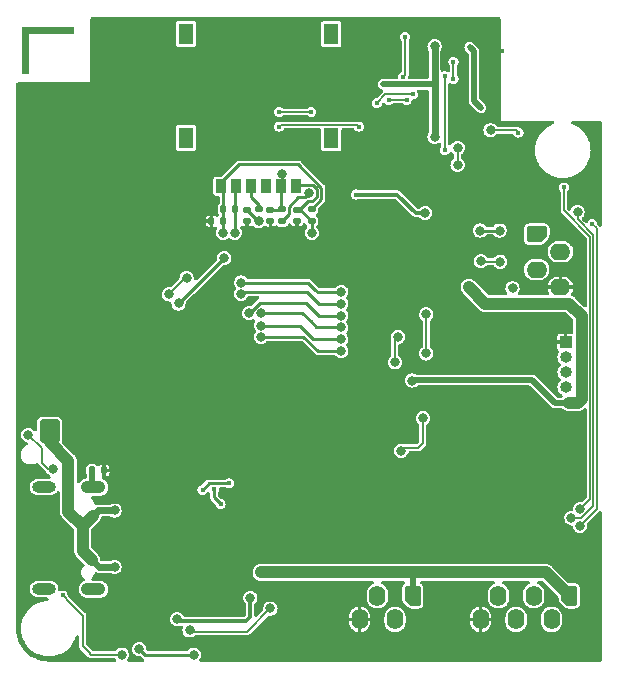
<source format=gbr>
%TF.GenerationSoftware,KiCad,Pcbnew,6.0.11+dfsg-1*%
%TF.CreationDate,2023-11-18T19:22:10+05:30*%
%TF.ProjectId,c3rl-at-cr-beta-2,6333726c-2d61-4742-9d63-722d62657461,rev?*%
%TF.SameCoordinates,Original*%
%TF.FileFunction,Copper,L2,Bot*%
%TF.FilePolarity,Positive*%
%FSLAX46Y46*%
G04 Gerber Fmt 4.6, Leading zero omitted, Abs format (unit mm)*
G04 Created by KiCad (PCBNEW 6.0.11+dfsg-1) date 2023-11-18 19:22:10*
%MOMM*%
%LPD*%
G01*
G04 APERTURE LIST*
G04 Aperture macros list*
%AMRoundRect*
0 Rectangle with rounded corners*
0 $1 Rounding radius*
0 $2 $3 $4 $5 $6 $7 $8 $9 X,Y pos of 4 corners*
0 Add a 4 corners polygon primitive as box body*
4,1,4,$2,$3,$4,$5,$6,$7,$8,$9,$2,$3,0*
0 Add four circle primitives for the rounded corners*
1,1,$1+$1,$2,$3*
1,1,$1+$1,$4,$5*
1,1,$1+$1,$6,$7*
1,1,$1+$1,$8,$9*
0 Add four rect primitives between the rounded corners*
20,1,$1+$1,$2,$3,$4,$5,0*
20,1,$1+$1,$4,$5,$6,$7,0*
20,1,$1+$1,$6,$7,$8,$9,0*
20,1,$1+$1,$8,$9,$2,$3,0*%
%AMFreePoly0*
4,1,22,0.145671,0.855970,0.226777,0.801777,0.626777,0.401777,0.680970,0.320671,0.700000,0.225000,0.700000,-0.625000,0.680970,-0.720671,0.626777,-0.801777,0.545671,-0.855970,0.450000,-0.875000,-0.450000,-0.875000,-0.545671,-0.855970,-0.626777,-0.801777,-0.680970,-0.720671,-0.700000,-0.625000,-0.700000,0.625000,-0.680970,0.720671,-0.626777,0.801777,-0.545671,0.855970,-0.450000,0.875000,
0.050000,0.875000,0.145671,0.855970,0.145671,0.855970,$1*%
G04 Aperture macros list end*
%TA.AperFunction,EtchedComponent*%
%ADD10C,0.120000*%
%TD*%
%TA.AperFunction,ComponentPad*%
%ADD11FreePoly0,270.000000*%
%TD*%
%TA.AperFunction,ComponentPad*%
%ADD12O,1.750000X1.400000*%
%TD*%
%TA.AperFunction,ComponentPad*%
%ADD13FreePoly0,180.000000*%
%TD*%
%TA.AperFunction,ComponentPad*%
%ADD14O,1.400000X1.750000*%
%TD*%
%TA.AperFunction,ComponentPad*%
%ADD15C,0.400000*%
%TD*%
%TA.AperFunction,ComponentPad*%
%ADD16O,2.100000X1.050000*%
%TD*%
%TA.AperFunction,ComponentPad*%
%ADD17O,2.000000X1.000000*%
%TD*%
%TA.AperFunction,ComponentPad*%
%ADD18R,1.000000X1.000000*%
%TD*%
%TA.AperFunction,ComponentPad*%
%ADD19O,1.000000X1.000000*%
%TD*%
%TA.AperFunction,ComponentPad*%
%ADD20RoundRect,0.250000X-0.600000X-0.750000X0.600000X-0.750000X0.600000X0.750000X-0.600000X0.750000X0*%
%TD*%
%TA.AperFunction,ComponentPad*%
%ADD21O,1.700000X2.000000*%
%TD*%
%TA.AperFunction,SMDPad,CuDef*%
%ADD22RoundRect,0.140000X-0.140000X-0.170000X0.140000X-0.170000X0.140000X0.170000X-0.140000X0.170000X0*%
%TD*%
%TA.AperFunction,SMDPad,CuDef*%
%ADD23RoundRect,0.140000X-0.170000X0.140000X-0.170000X-0.140000X0.170000X-0.140000X0.170000X0.140000X0*%
%TD*%
%TA.AperFunction,SMDPad,CuDef*%
%ADD24RoundRect,0.140000X0.140000X0.170000X-0.140000X0.170000X-0.140000X-0.170000X0.140000X-0.170000X0*%
%TD*%
%TA.AperFunction,SMDPad,CuDef*%
%ADD25RoundRect,0.135000X0.185000X-0.135000X0.185000X0.135000X-0.185000X0.135000X-0.185000X-0.135000X0*%
%TD*%
%TA.AperFunction,SMDPad,CuDef*%
%ADD26R,0.900000X1.200000*%
%TD*%
%TA.AperFunction,SMDPad,CuDef*%
%ADD27R,1.300000X1.800000*%
%TD*%
%TA.AperFunction,SMDPad,CuDef*%
%ADD28RoundRect,0.135000X0.135000X0.185000X-0.135000X0.185000X-0.135000X-0.185000X0.135000X-0.185000X0*%
%TD*%
%TA.AperFunction,SMDPad,CuDef*%
%ADD29RoundRect,0.135000X-0.185000X0.135000X-0.185000X-0.135000X0.185000X-0.135000X0.185000X0.135000X0*%
%TD*%
%TA.AperFunction,ViaPad*%
%ADD30C,0.450000*%
%TD*%
%TA.AperFunction,ViaPad*%
%ADD31C,0.800000*%
%TD*%
%TA.AperFunction,Conductor*%
%ADD32C,0.500000*%
%TD*%
%TA.AperFunction,Conductor*%
%ADD33C,0.200000*%
%TD*%
%TA.AperFunction,Conductor*%
%ADD34C,0.250000*%
%TD*%
%TA.AperFunction,Conductor*%
%ADD35C,0.300000*%
%TD*%
%TA.AperFunction,Conductor*%
%ADD36C,0.600000*%
%TD*%
%TA.AperFunction,Conductor*%
%ADD37C,1.000000*%
%TD*%
%TA.AperFunction,Conductor*%
%ADD38C,0.127000*%
%TD*%
G04 APERTURE END LIST*
D10*
%TO.C,ANT1*%
X56250000Y-75050000D02*
X52000000Y-75050000D01*
X52000000Y-75050000D02*
X52000000Y-74550000D01*
X52000000Y-74550000D02*
X56250000Y-74550000D01*
X56250000Y-74550000D02*
X56250000Y-75050000D01*
G36*
X56250000Y-75050000D02*
G01*
X52000000Y-75050000D01*
X52000000Y-74550000D01*
X56250000Y-74550000D01*
X56250000Y-75050000D01*
G37*
X52500000Y-74850000D02*
X52000000Y-74850000D01*
X52000000Y-74850000D02*
X52000000Y-78500000D01*
X52000000Y-78500000D02*
X52500000Y-78500000D01*
X52500000Y-78500000D02*
X52500000Y-74850000D01*
G36*
X52500000Y-74850000D02*
G01*
X52000000Y-74850000D01*
X52000000Y-78500000D01*
X52500000Y-78500000D01*
X52500000Y-74850000D01*
G37*
%TD*%
D11*
%TO.P,J5,1,Pin_1*%
%TO.N,+3V3*%
X95550000Y-92100000D03*
D12*
%TO.P,J5,2,Pin_2*%
%TO.N,Net-(J5-Pad2)*%
X97550000Y-93600000D03*
%TO.P,J5,3,Pin_3*%
%TO.N,Net-(J5-Pad3)*%
X95550000Y-95100000D03*
%TO.P,J5,4,Pin_4*%
%TO.N,GND*%
X97550000Y-96600000D03*
%TD*%
D13*
%TO.P,J10,1,Pin_1*%
%TO.N,+3V3*%
X85050000Y-122725000D03*
D14*
%TO.P,J10,2,Pin_2*%
%TO.N,/RP_UART0_RX*%
X83550000Y-124725000D03*
%TO.P,J10,3,Pin_3*%
%TO.N,/RP_UART0_TX*%
X82050000Y-122725000D03*
%TO.P,J10,4,Pin_4*%
%TO.N,GND*%
X80550000Y-124725000D03*
%TD*%
D15*
%TO.P,ANT1,2*%
%TO.N,N/C*%
X52250000Y-77750000D03*
X52250000Y-74800000D03*
X52250000Y-75700000D03*
X52250000Y-76750000D03*
X55650000Y-74800000D03*
X53400000Y-74800000D03*
X54500000Y-74800000D03*
%TD*%
D16*
%TO.P,J1,S1,SHELL_GND*%
%TO.N,Net-(J1-PadS1)*%
X58015000Y-113517500D03*
D17*
%TO.P,J1,S2,SHELL_GND*%
X53835000Y-113517500D03*
%TO.P,J1,S3,SHELL_GND*%
X53835000Y-122157500D03*
D16*
%TO.P,J1,S4,SHELL_GND*%
X58015000Y-122157500D03*
%TD*%
D13*
%TO.P,J9,1,Pin_1*%
%TO.N,+3V3*%
X98300000Y-122725000D03*
D14*
%TO.P,J9,2,Pin_2*%
%TO.N,/RP_SPI0_CLK*%
X96800000Y-124725000D03*
%TO.P,J9,3,Pin_3*%
%TO.N,/RP_SPI0_CS*%
X95300000Y-122725000D03*
%TO.P,J9,4,Pin_4*%
%TO.N,/RP_SPI0_MISO*%
X93800000Y-124725000D03*
%TO.P,J9,5,Pin_5*%
%TO.N,/RP_SPI0_MOSI*%
X92300000Y-122725000D03*
%TO.P,J9,6,Pin_6*%
%TO.N,GND*%
X90800000Y-124725000D03*
%TD*%
D18*
%TO.P,J11,1,Pin_1*%
%TO.N,GND*%
X98000000Y-101250000D03*
D19*
%TO.P,J11,2,Pin_2*%
%TO.N,/RP_SWDIO*%
X98000000Y-102520000D03*
%TO.P,J11,3,Pin_3*%
%TO.N,/RP_SWCLK*%
X98000000Y-103790000D03*
%TO.P,J11,4,Pin_4*%
%TO.N,Net-(J11-Pad4)*%
X98000000Y-105060000D03*
%TD*%
D20*
%TO.P,J12,1,Pin_1*%
%TO.N,/VIN*%
X54300000Y-108750000D03*
D21*
%TO.P,J12,2,Pin_2*%
%TO.N,GND*%
X56800000Y-108750000D03*
%TD*%
D22*
%TO.P,C41,1*%
%TO.N,/M66_SIM1_VDD*%
X69020000Y-90000000D03*
%TO.P,C41,2*%
%TO.N,/M66_SIM_GND*%
X69980000Y-90000000D03*
%TD*%
D23*
%TO.P,C40,1*%
%TO.N,/M66_SIM1_DATA*%
X75250000Y-90020000D03*
%TO.P,C40,2*%
%TO.N,GND*%
X75250000Y-90980000D03*
%TD*%
D24*
%TO.P,C36,1*%
%TO.N,/M66_SIM1_VDD*%
X68960000Y-91000000D03*
%TO.P,C36,2*%
%TO.N,GND*%
X68000000Y-91000000D03*
%TD*%
D25*
%TO.P,R59,1*%
%TO.N,/M66_SIM1_RST*%
X72000000Y-91010000D03*
%TO.P,R59,2*%
%TO.N,/M66_SIM1_RST_S*%
X72000000Y-89990000D03*
%TD*%
D23*
%TO.P,C37,1*%
%TO.N,/M66_SIM1_RST*%
X71000000Y-90020000D03*
%TO.P,C37,2*%
%TO.N,GND*%
X71000000Y-90980000D03*
%TD*%
D26*
%TO.P,J7,C1,VCC*%
%TO.N,/M66_SIM1_VDD*%
X68825000Y-88050000D03*
%TO.P,J7,C2,RST*%
%TO.N,/M66_SIM1_RST_S*%
X71365000Y-88050000D03*
%TO.P,J7,C3,CLK*%
%TO.N,/M66_SIM1_CLK_S*%
X73905000Y-88050000D03*
%TO.P,J7,C5,GND*%
%TO.N,/M66_SIM_GND*%
X70095000Y-88050000D03*
%TO.P,J7,C6,VPP*%
%TO.N,unconnected-(J7-PadC6)*%
X72635000Y-88050000D03*
%TO.P,J7,C7,IO*%
%TO.N,/M66_SIM1_DATA*%
X75175000Y-88050000D03*
D27*
%TO.P,J7,S1,SHIELD*%
%TO.N,Net-(J7-PadS1)*%
X65850000Y-83950000D03*
%TO.P,J7,S2,SHIELD*%
X78150000Y-83950000D03*
%TO.P,J7,S3,SHIELD*%
X78150000Y-75150000D03*
%TO.P,J7,SW,SW*%
%TO.N,unconnected-(J7-PadSW)*%
X65850000Y-75150000D03*
%TD*%
D25*
%TO.P,R58,1*%
%TO.N,/M66_SIM1_CLK*%
X74000000Y-91010000D03*
%TO.P,R58,2*%
%TO.N,/M66_SIM1_CLK_S*%
X74000000Y-89990000D03*
%TD*%
D23*
%TO.P,C39,1*%
%TO.N,/M66_SIM1_CLK_S*%
X73000000Y-90020000D03*
%TO.P,C39,2*%
%TO.N,GND*%
X73000000Y-90980000D03*
%TD*%
D28*
%TO.P,R40,1*%
%TO.N,GND*%
X58910000Y-112100000D03*
%TO.P,R40,2*%
%TO.N,Net-(J1-PadS1)*%
X57890000Y-112100000D03*
%TD*%
D29*
%TO.P,R53,1*%
%TO.N,/M66_SIM1_VDD*%
X76500000Y-89990000D03*
%TO.P,R53,2*%
%TO.N,/M66_SIM1_DATA*%
X76500000Y-91010000D03*
%TD*%
D30*
%TO.N,/M66_NETLIGHT*%
X55400000Y-122700000D03*
%TO.N,GND*%
X57750000Y-126500000D03*
X69250000Y-114250000D03*
%TO.N,/AP623_EN*%
X69499500Y-113206119D03*
%TO.N,GND*%
X78750000Y-123250000D03*
X56250000Y-99750000D03*
X63000000Y-116000000D03*
X56250000Y-94250000D03*
X92500000Y-128000000D03*
X67000000Y-81000000D03*
D31*
X60800000Y-97700000D03*
D30*
X60500000Y-93000000D03*
X100750000Y-123250000D03*
X76750000Y-83500000D03*
X70000000Y-122500000D03*
X91750000Y-89250000D03*
D31*
X90250000Y-111500000D03*
D30*
X61250000Y-106000000D03*
X80500000Y-119800000D03*
X75000000Y-115000000D03*
X92642747Y-76618247D03*
X67000000Y-75000000D03*
X83500000Y-114500000D03*
D31*
X98250000Y-108500000D03*
X77000000Y-127400000D03*
D30*
X53750000Y-112500000D03*
X76500000Y-80750000D03*
X65250000Y-117750000D03*
X81000000Y-121750000D03*
X71250000Y-116500000D03*
X85000000Y-78700000D03*
X81000000Y-87750000D03*
X100750000Y-120500000D03*
X64250000Y-74000000D03*
X55000000Y-98750000D03*
X54750000Y-93250000D03*
X98250000Y-95000000D03*
X73000000Y-79000000D03*
X64000000Y-100000000D03*
X71000000Y-77000000D03*
X90500000Y-128000000D03*
X69000000Y-74000000D03*
X79500000Y-82250000D03*
X56750000Y-103750000D03*
X53750000Y-84500000D03*
X71750000Y-105250000D03*
X82500000Y-78500000D03*
X79500000Y-84000000D03*
X62500000Y-80250000D03*
D31*
X63000000Y-96100000D03*
D30*
X52750000Y-90250000D03*
X69500000Y-112000000D03*
X100750000Y-126250000D03*
X59750000Y-87250000D03*
X71000000Y-74000000D03*
X70000000Y-101500000D03*
X73000000Y-75000000D03*
X55750000Y-117000000D03*
X56000000Y-79500000D03*
X77750000Y-80750000D03*
X67750000Y-121000000D03*
X59250000Y-106000000D03*
X78500000Y-104250000D03*
D31*
X75750000Y-124750000D03*
D30*
X57250000Y-97000000D03*
X73750000Y-116500000D03*
X57000000Y-88250000D03*
X71000000Y-109750000D03*
X84500000Y-128000000D03*
X57000000Y-89250000D03*
X56000000Y-88250000D03*
X51750000Y-80750000D03*
X80750000Y-117250000D03*
X52750000Y-103750000D03*
X82500000Y-128000000D03*
D31*
X59800000Y-121300000D03*
D30*
X79000000Y-89500000D03*
D31*
X99250000Y-108500000D03*
D30*
X73750000Y-103000000D03*
X80800000Y-94300000D03*
X100750000Y-128000000D03*
X52750000Y-99750000D03*
X65750000Y-88250000D03*
X75750000Y-112000000D03*
X73000000Y-77000000D03*
X91250000Y-77250000D03*
X83750000Y-122500000D03*
X58000000Y-77250000D03*
X78750000Y-124750000D03*
X52750000Y-104750000D03*
X62500000Y-83250000D03*
X70750000Y-112000000D03*
X55750000Y-83250000D03*
D31*
X70300000Y-127400000D03*
D30*
X61750000Y-74000000D03*
X60500000Y-124750000D03*
X70000000Y-121000000D03*
X51750000Y-123250000D03*
D31*
X73000000Y-84000000D03*
D30*
X51750000Y-105750000D03*
X52750000Y-105750000D03*
X78250000Y-92000000D03*
X57000000Y-84500000D03*
X64000000Y-82250000D03*
X61750000Y-109500000D03*
X93000000Y-123750000D03*
X77750000Y-107750000D03*
X60250000Y-112250000D03*
X78250000Y-93000000D03*
X54750000Y-103750000D03*
X80000000Y-104750000D03*
X62750000Y-114500000D03*
X95250000Y-116000000D03*
X75500000Y-103000000D03*
X64000000Y-84250000D03*
D31*
X61900000Y-123600000D03*
D30*
X100750000Y-124750000D03*
X57000000Y-86250000D03*
X57750000Y-104750000D03*
X59250000Y-108500000D03*
X51750000Y-100750000D03*
X91750000Y-74250000D03*
X86900000Y-121750000D03*
X51750000Y-104750000D03*
X69000000Y-93000000D03*
X56750000Y-104750000D03*
X52750000Y-79500000D03*
X62250000Y-115250000D03*
X51750000Y-96750000D03*
X71000000Y-75000000D03*
X61250000Y-107500000D03*
X53750000Y-91250000D03*
X56750000Y-128000000D03*
X54750000Y-92250000D03*
X72500000Y-95250000D03*
X51750000Y-93250000D03*
X65250000Y-119500000D03*
X78750000Y-80750000D03*
X85100000Y-95700000D03*
X51750000Y-91250000D03*
X98500000Y-128000000D03*
X57250000Y-79500000D03*
X51750000Y-92250000D03*
X62500000Y-84500000D03*
D31*
X88500000Y-111500000D03*
D30*
X84250000Y-103750000D03*
X88500000Y-128000000D03*
X57000000Y-87250000D03*
X64000000Y-77250000D03*
D31*
X90800000Y-85500000D03*
X95700000Y-113200000D03*
D30*
X63000000Y-119500000D03*
X92750000Y-116750000D03*
X53750000Y-92250000D03*
X78750000Y-126250000D03*
X57250000Y-93250000D03*
X85800000Y-114000000D03*
X80000000Y-112750000D03*
X54750000Y-79500000D03*
X90500000Y-74250000D03*
X83750000Y-77250000D03*
X58500000Y-86250000D03*
X60250000Y-109500000D03*
X58000000Y-74000000D03*
X82500000Y-77250000D03*
X57250000Y-81000000D03*
X59750000Y-82250000D03*
X63000000Y-74000000D03*
X68500000Y-120250000D03*
X91000000Y-80000000D03*
X98000000Y-99250000D03*
X80000000Y-74000000D03*
D31*
X59750000Y-122250000D03*
D30*
X61250000Y-84500000D03*
X87750000Y-88500000D03*
X99750000Y-90750000D03*
D31*
X90250000Y-110000000D03*
X63000000Y-97700000D03*
D30*
X51750000Y-107750000D03*
X90750000Y-92750000D03*
X95500000Y-99250000D03*
X52750000Y-98750000D03*
X53750000Y-102750000D03*
X68500000Y-121000000D03*
X59750000Y-102750000D03*
X51750000Y-103750000D03*
X74500000Y-110750000D03*
X62500000Y-101500000D03*
X79250000Y-107000000D03*
X69000000Y-81000000D03*
X61250000Y-81250000D03*
X56250000Y-98750000D03*
X56750000Y-102750000D03*
X51750000Y-89250000D03*
X52750000Y-91250000D03*
D31*
X75750000Y-125750000D03*
D30*
X77750000Y-110500000D03*
X61250000Y-117000000D03*
X95000000Y-83250000D03*
X51750000Y-101750000D03*
X60500000Y-75250000D03*
D31*
X60800000Y-96100000D03*
D30*
X70750000Y-114000000D03*
D31*
X69500000Y-84000000D03*
D30*
X96000000Y-96500000D03*
X61250000Y-83250000D03*
X56900000Y-111800000D03*
X57250000Y-99000000D03*
X58000000Y-79250000D03*
X77750000Y-106500000D03*
X51750000Y-97750000D03*
X60250000Y-79250000D03*
X80500000Y-80750000D03*
X89750000Y-103250000D03*
X64000000Y-101500000D03*
X63500000Y-110750000D03*
X83000000Y-91750000D03*
X97000000Y-117500000D03*
X96750000Y-100250000D03*
X59250000Y-74000000D03*
X86100000Y-78700000D03*
X69000000Y-77000000D03*
X85100000Y-92800000D03*
X76500000Y-77250000D03*
X61250000Y-82250000D03*
X56000000Y-81000000D03*
X88500000Y-125500000D03*
X77000000Y-74000000D03*
X78500000Y-103000000D03*
X85000000Y-107750000D03*
X53750000Y-79500000D03*
X53250000Y-119500000D03*
X62500000Y-81250000D03*
X54750000Y-104750000D03*
X55000000Y-88250000D03*
X95500000Y-100250000D03*
X79250000Y-110250000D03*
X60500000Y-90000000D03*
X69000000Y-75000000D03*
X61750000Y-75250000D03*
X56250000Y-96750000D03*
X69250000Y-120250000D03*
X57000000Y-91000000D03*
X89500000Y-89750000D03*
X80500000Y-96250000D03*
X51750000Y-98750000D03*
X56250000Y-100750000D03*
X90750000Y-93500000D03*
X96750000Y-128000000D03*
X51750000Y-83250000D03*
X94750000Y-96500000D03*
X55750000Y-104750000D03*
X92500000Y-90750000D03*
X59750000Y-83250000D03*
X55000000Y-100750000D03*
X69000000Y-79000000D03*
X62500000Y-79250000D03*
X88500000Y-80000000D03*
X52750000Y-88250000D03*
X66000000Y-101500000D03*
X71000000Y-81000000D03*
X61250000Y-80250000D03*
X83000000Y-89500000D03*
X81500000Y-113250000D03*
D31*
X74800000Y-126700000D03*
D30*
X61750000Y-110750000D03*
X64000000Y-114750000D03*
X61750000Y-76250000D03*
X61250000Y-85250000D03*
X56250000Y-93250000D03*
X89500000Y-79750000D03*
X59750000Y-86250000D03*
X55000000Y-97750000D03*
D31*
X98750000Y-112000000D03*
D30*
X98000000Y-117500000D03*
X60500000Y-76250000D03*
X97250000Y-89250000D03*
X54900000Y-114300000D03*
X55000000Y-99750000D03*
X90750000Y-103250000D03*
X58500000Y-84500000D03*
X86000000Y-81250000D03*
X61250000Y-87250000D03*
X83000000Y-123500000D03*
X82000000Y-85500000D03*
X62500000Y-91500000D03*
X65750000Y-92250000D03*
X56250000Y-95750000D03*
X78750000Y-128000000D03*
X51750000Y-79500000D03*
X73250000Y-112000000D03*
X93000000Y-85500000D03*
X97250000Y-90500000D03*
X100750000Y-121750000D03*
X74500000Y-112000000D03*
X63750000Y-85250000D03*
X54750000Y-102750000D03*
X52750000Y-102750000D03*
X62000000Y-93000000D03*
X72750000Y-115000000D03*
X72500000Y-92500000D03*
X90500000Y-95500000D03*
X77750000Y-105250000D03*
X85000000Y-78000000D03*
X53750000Y-104750000D03*
X60250000Y-107750000D03*
X87750000Y-89750000D03*
X55000000Y-96750000D03*
X61250000Y-78250000D03*
X77000000Y-112000000D03*
X73000000Y-81000000D03*
X51750000Y-82000000D03*
X90750000Y-88000000D03*
X78750000Y-114000000D03*
X60500000Y-74000000D03*
X67000000Y-79000000D03*
X61250000Y-86250000D03*
X58000000Y-78250000D03*
X72500000Y-116500000D03*
X86500000Y-128000000D03*
X97400000Y-123500000D03*
X52750000Y-84500000D03*
X100750000Y-119250000D03*
X71750000Y-101500000D03*
X51750000Y-90250000D03*
X62500000Y-82250000D03*
X88500000Y-121750000D03*
X51750000Y-88250000D03*
X67750000Y-120250000D03*
X51750000Y-110000000D03*
X54750000Y-84500000D03*
X86000000Y-106500000D03*
X81250000Y-107250000D03*
X92000000Y-79000000D03*
X58500000Y-85250000D03*
X55000000Y-89250000D03*
X69250000Y-115500000D03*
X81500000Y-112250000D03*
X81000000Y-80250000D03*
X67500000Y-97000000D03*
X66000000Y-100000000D03*
D31*
X61900000Y-124600000D03*
D30*
X57750000Y-102750000D03*
X57000000Y-85250000D03*
X76500000Y-79500000D03*
X80250000Y-86500000D03*
X72000000Y-112000000D03*
X56000000Y-90250000D03*
X64000000Y-79250000D03*
X83000000Y-87750000D03*
X52750000Y-101750000D03*
X53750000Y-93250000D03*
X59000000Y-111200000D03*
X85250000Y-89000000D03*
X57250000Y-100750000D03*
X51750000Y-106750000D03*
X76000000Y-92750000D03*
X60250000Y-80250000D03*
X96750000Y-99250000D03*
X55750000Y-102750000D03*
X59750000Y-84500000D03*
X78250000Y-89500000D03*
X64000000Y-78250000D03*
X95000000Y-86000000D03*
X61250000Y-103750000D03*
X85250000Y-88000000D03*
X55750000Y-103750000D03*
X58500000Y-87250000D03*
X81500000Y-116600000D03*
X78500000Y-115000000D03*
X52750000Y-93250000D03*
X58500000Y-83250000D03*
X71750000Y-103000000D03*
X88500000Y-100500000D03*
X86000000Y-82700000D03*
X69250000Y-121000000D03*
X64000000Y-81250000D03*
X79250000Y-94500000D03*
X70000000Y-121750000D03*
X69000000Y-98500000D03*
X51750000Y-84500000D03*
D31*
X64100000Y-125500000D03*
D30*
X60000000Y-119000000D03*
X57750000Y-103750000D03*
X77750000Y-109250000D03*
X64000000Y-80250000D03*
X51750000Y-99750000D03*
D31*
X75000000Y-85200000D03*
D30*
X84750000Y-74000000D03*
X81250000Y-82250000D03*
X64500000Y-93500000D03*
X64000000Y-83250000D03*
X83750000Y-75000000D03*
X55800000Y-120400000D03*
X85100000Y-91300000D03*
X57000000Y-83250000D03*
X53250000Y-114500000D03*
X73000000Y-74000000D03*
X93250000Y-114250000D03*
X86000000Y-84000000D03*
X56000000Y-89250000D03*
X77500000Y-87250000D03*
X88750000Y-83500000D03*
X85250000Y-85750000D03*
X95250000Y-124250000D03*
X95000000Y-90500000D03*
D31*
X67750000Y-84000000D03*
D30*
X60500000Y-91500000D03*
D31*
X60900000Y-100700000D03*
D30*
X52750000Y-92250000D03*
X68000000Y-101500000D03*
X92750000Y-115500000D03*
X89400000Y-77500000D03*
X53750000Y-103750000D03*
X97250000Y-91250000D03*
X64500000Y-113300000D03*
X51750000Y-111500000D03*
X99500000Y-97750000D03*
X83000000Y-121750000D03*
X76000000Y-94250000D03*
X56900000Y-112700000D03*
X70000000Y-120250000D03*
X99250000Y-119250000D03*
X73750000Y-105250000D03*
X59750000Y-81250000D03*
X61250000Y-79250000D03*
X86000000Y-88500000D03*
X81250000Y-108500000D03*
X82500000Y-103750000D03*
X94500000Y-128000000D03*
D31*
X62900000Y-125500000D03*
D30*
X62250000Y-117000000D03*
X86000000Y-85250000D03*
X55750000Y-84500000D03*
X87000000Y-75000000D03*
X83000000Y-86500000D03*
X90750000Y-101500000D03*
X80000000Y-91000000D03*
X93250000Y-95750000D03*
D31*
X71250000Y-84000000D03*
D30*
X60250000Y-110750000D03*
X63000000Y-75250000D03*
X58750000Y-102750000D03*
X57250000Y-94750000D03*
X85750000Y-75000000D03*
D31*
X61900000Y-99600000D03*
D30*
X77750000Y-95500000D03*
D31*
X86500000Y-119250000D03*
X73000000Y-85200000D03*
D30*
X81200000Y-119800000D03*
X80500000Y-128000000D03*
X80000000Y-106000000D03*
X86400000Y-123300000D03*
X58000000Y-76250000D03*
X78500000Y-85750000D03*
X71000000Y-79000000D03*
X99000000Y-88500000D03*
X62500000Y-78250000D03*
X56250000Y-97750000D03*
X75500000Y-105250000D03*
X93250000Y-89250000D03*
X76250000Y-109750000D03*
X95000000Y-89250000D03*
X67000000Y-77000000D03*
X92000000Y-81000000D03*
X59750000Y-85250000D03*
X76750000Y-85000000D03*
X58750000Y-103750000D03*
X76750000Y-86500000D03*
X52750000Y-89250000D03*
X76750000Y-115000000D03*
X99750000Y-83000000D03*
X62750000Y-88250000D03*
D31*
X88500000Y-110000000D03*
D30*
X73250000Y-110750000D03*
X67000000Y-74000000D03*
X84000000Y-106500000D03*
X97250000Y-95000000D03*
X92750000Y-118250000D03*
X85500000Y-116600000D03*
X75000000Y-74000000D03*
X57000000Y-90250000D03*
X98000000Y-100250000D03*
X61500000Y-88500000D03*
D31*
X64400000Y-122300000D03*
D30*
X66000000Y-98750000D03*
X80750000Y-92750000D03*
X82500000Y-106000000D03*
X81500000Y-111250000D03*
X78300000Y-117200000D03*
X51750000Y-102750000D03*
X78750000Y-121750000D03*
X91000000Y-116750000D03*
X51750000Y-108750000D03*
D31*
X59800000Y-114500000D03*
D30*
X78800000Y-119700000D03*
%TO.N,/VDD_APDS*%
X90800000Y-81400000D03*
X89875000Y-76275000D03*
D31*
%TO.N,+3V3*%
X85915010Y-107685055D03*
X86900000Y-76200000D03*
X89800000Y-96600000D03*
X84079500Y-110449500D03*
X73250000Y-120750000D03*
X71300000Y-122900000D03*
X85000000Y-104500000D03*
X98250000Y-106400000D03*
X72250000Y-120750000D03*
X65100000Y-124700000D03*
X86900000Y-83849500D03*
X93500000Y-96700000D03*
D30*
X80250000Y-88750000D03*
X82550000Y-79400000D03*
D31*
X98302894Y-97990000D03*
X86100000Y-90300000D03*
%TO.N,+4V*%
X66150000Y-125650000D03*
X73000000Y-123799502D03*
%TO.N,/M66_SIM1_CLK_S*%
X74000000Y-87000000D03*
D30*
%TO.N,/LSM_INT2*%
X94000000Y-83500000D03*
D31*
X99215902Y-115370591D03*
D30*
X97850000Y-88150000D03*
D31*
X91636458Y-83298494D03*
%TO.N,/LSM_INT1*%
X98485427Y-116150500D03*
X99000000Y-90250000D03*
D30*
%TO.N,/APDS_INT*%
X84400000Y-75400000D03*
X84200000Y-78800000D03*
D31*
%TO.N,/HDC2021_INT*%
X99200000Y-116800000D03*
D30*
X100250000Y-91250000D03*
D31*
%TO.N,/I2C_SDA*%
X92400000Y-91800000D03*
D30*
X88500000Y-77500000D03*
D31*
X88849500Y-84800000D03*
D30*
X84524500Y-80750000D03*
D31*
X90750500Y-91800000D03*
D30*
X83000000Y-80750000D03*
D31*
X88849500Y-86217000D03*
D30*
X88500000Y-78942747D03*
D31*
%TO.N,/I2C_SCL*%
X92449500Y-94434693D03*
D30*
X87743247Y-78743247D03*
X87750000Y-85000000D03*
D31*
X90800000Y-94400000D03*
D30*
X82000000Y-81000000D03*
X85055131Y-80275500D03*
D31*
%TO.N,/AP623_ENABLE*%
X83800000Y-100800000D03*
X83543247Y-102956753D03*
D30*
%TO.N,/AP623_EN*%
X67250000Y-113750000D03*
%TO.N,/VIN*%
X68206800Y-113706800D03*
X68786494Y-114963506D03*
D31*
X59800000Y-120300000D03*
X59800000Y-115500000D03*
%TO.N,/M66_SIM1_VDD*%
X69000000Y-92000000D03*
%TO.N,/M66_SIM1_CLK*%
X76250000Y-88650000D03*
%TO.N,/M66_SIM1_RST*%
X72000000Y-91010000D03*
%TO.N,/M66_SIM1_DATA*%
X76500000Y-92000000D03*
%TO.N,/M66_SIM_GND*%
X69976944Y-91976944D03*
%TO.N,/M66_NETLIGHT*%
X69091186Y-94125500D03*
X60400000Y-127700000D03*
X65223056Y-97976944D03*
%TO.N,/M66_TXD*%
X78999503Y-100000497D03*
X72200000Y-98800000D03*
%TO.N,/M66_RXD*%
X71200000Y-98800000D03*
X78999503Y-99000497D03*
%TO.N,/M66_CTS*%
X79000000Y-97000000D03*
X70525500Y-96200000D03*
%TO.N,/M66_RTS*%
X79004006Y-97995994D03*
X70525500Y-97149503D03*
%TO.N,/M66_RXD_AUX*%
X79000000Y-101000000D03*
X72200000Y-99850497D03*
%TO.N,/M66_TXD_AUX*%
X72200000Y-100800000D03*
X79000000Y-102000000D03*
D30*
%TO.N,/I2C_SDA_2V8*%
X76450000Y-81750000D03*
X73750000Y-81750000D03*
%TO.N,/I2C_SCL_2V8*%
X73750000Y-83000000D03*
X80500000Y-83000000D03*
D31*
%TO.N,Net-(D3-Pad1)*%
X66509266Y-127709266D03*
X61900000Y-127249500D03*
%TO.N,/M66_RFTXMON*%
X52500000Y-109100000D03*
X64400000Y-97200000D03*
X65900000Y-95800000D03*
X54600000Y-112000000D03*
%TO.N,/CELLULAR_RESET*%
X86200000Y-98900000D03*
X86200000Y-102200000D03*
%TD*%
D32*
%TO.N,Net-(J1-PadS1)*%
X57890000Y-112100000D02*
X57890000Y-113392500D01*
X57890000Y-113392500D02*
X58015000Y-113517500D01*
D33*
%TO.N,/M66_NETLIGHT*%
X56000000Y-123300000D02*
X55400000Y-122700000D01*
X57100000Y-127000000D02*
X57100000Y-124400000D01*
X57600000Y-127500000D02*
X57100000Y-127000000D01*
X57100000Y-124400000D02*
X56000000Y-123300000D01*
D34*
%TO.N,/AP623_EN*%
X68707481Y-113206119D02*
X69499500Y-113206119D01*
X68706800Y-113206800D02*
X68707481Y-113206119D01*
D33*
%TO.N,GND*%
X90500000Y-74475500D02*
X90500000Y-74250000D01*
X92642747Y-76618247D02*
X90500000Y-74475500D01*
D32*
%TO.N,/VDD_APDS*%
X90225000Y-80825000D02*
X90225000Y-76625000D01*
X90225000Y-76625000D02*
X89875000Y-76275000D01*
X90800000Y-81400000D02*
X90225000Y-80825000D01*
D33*
%TO.N,+3V3*%
X85500000Y-110200000D02*
X84329000Y-110200000D01*
D32*
X85050000Y-104450000D02*
X95150000Y-104450000D01*
D35*
X80250000Y-88750000D02*
X83750000Y-88750000D01*
D32*
X85050000Y-122725000D02*
X85050000Y-120950000D01*
D36*
X86900000Y-79400000D02*
X86900000Y-79150000D01*
X86900000Y-79150000D02*
X86900000Y-76200000D01*
D33*
X85884990Y-109815010D02*
X85500000Y-110200000D01*
D37*
X97662500Y-122087500D02*
X98300000Y-122725000D01*
X83000000Y-120750000D02*
X78650000Y-120750000D01*
D32*
X82575000Y-79425000D02*
X86875000Y-79425000D01*
D35*
X85300000Y-90300000D02*
X86100000Y-90300000D01*
D37*
X83000000Y-120750000D02*
X85250000Y-120750000D01*
D32*
X85000000Y-104500000D02*
X85050000Y-104450000D01*
D36*
X86900000Y-83849500D02*
X86900000Y-79400000D01*
D33*
X85884990Y-109815010D02*
X85884990Y-107715075D01*
D37*
X96575000Y-121000000D02*
X97662500Y-122087500D01*
X99350000Y-99037106D02*
X98302894Y-97990000D01*
D32*
X85050000Y-120950000D02*
X85250000Y-120750000D01*
D35*
X67750000Y-124900000D02*
X65300000Y-124900000D01*
X67750000Y-124900000D02*
X70900000Y-124900000D01*
D37*
X78650000Y-120750000D02*
X73500000Y-120750000D01*
D35*
X83750000Y-88750000D02*
X85300000Y-90300000D01*
D37*
X96325000Y-120750000D02*
X97662500Y-122087500D01*
X98250000Y-106400000D02*
X99000000Y-106400000D01*
D32*
X93400000Y-96600000D02*
X93500000Y-96700000D01*
D37*
X85050000Y-122725000D02*
X84975000Y-122725000D01*
X73500000Y-120750000D02*
X72200000Y-120750000D01*
D35*
X65300000Y-124900000D02*
X65100000Y-124700000D01*
D37*
X91190000Y-97990000D02*
X89800000Y-96600000D01*
X99350000Y-106050000D02*
X99350000Y-99037106D01*
D32*
X97100000Y-106400000D02*
X98250000Y-106400000D01*
D37*
X99000000Y-106400000D02*
X99350000Y-106050000D01*
D33*
X84329000Y-110200000D02*
X84079500Y-110449500D01*
D37*
X98302894Y-97990000D02*
X91190000Y-97990000D01*
D35*
X70900000Y-124900000D02*
X71300000Y-124500000D01*
D33*
X85884990Y-107715075D02*
X85915010Y-107685055D01*
D37*
X85250000Y-120750000D02*
X96325000Y-120750000D01*
D32*
X95150000Y-104450000D02*
X97100000Y-106400000D01*
D35*
X71300000Y-124500000D02*
X71300000Y-122900000D01*
D32*
X82550000Y-79400000D02*
X82575000Y-79425000D01*
X86875000Y-79425000D02*
X86900000Y-79400000D01*
D33*
%TO.N,+4V*%
X71049502Y-125750000D02*
X66250000Y-125750000D01*
X66250000Y-125750000D02*
X66150000Y-125650000D01*
X71049502Y-125750000D02*
X73000000Y-123799502D01*
D34*
%TO.N,/M66_SIM1_CLK_S*%
X73000000Y-90020000D02*
X73970000Y-90020000D01*
X73905000Y-89895000D02*
X74000000Y-89990000D01*
X73905000Y-88050000D02*
X73905000Y-89895000D01*
X74000000Y-87000000D02*
X74000000Y-87955000D01*
X73970000Y-90020000D02*
X74000000Y-89990000D01*
X74000000Y-87955000D02*
X73905000Y-88050000D01*
D38*
%TO.N,/LSM_INT2*%
X97850000Y-90100000D02*
X100063500Y-92313500D01*
X100063500Y-114522993D02*
X99215902Y-115370591D01*
X100063500Y-92313500D02*
X100063500Y-114522993D01*
X97850000Y-88150000D02*
X97850000Y-90100000D01*
D33*
X94000000Y-83500000D02*
X93798494Y-83298494D01*
X91636458Y-83298494D02*
X93798494Y-83298494D01*
D38*
%TO.N,/LSM_INT1*%
X99000000Y-90250000D02*
X99000000Y-90858262D01*
X100340500Y-92198763D02*
X100340500Y-115113614D01*
X100340500Y-115113614D02*
X99303614Y-116150500D01*
X99303614Y-116150500D02*
X98485427Y-116150500D01*
X99000000Y-90858262D02*
X100340500Y-92198763D01*
D33*
%TO.N,/APDS_INT*%
X84200000Y-78800000D02*
X84400000Y-78600000D01*
X84400000Y-78600000D02*
X84400000Y-75400000D01*
D38*
%TO.N,/HDC2021_INT*%
X99200000Y-116800000D02*
X100617500Y-115382500D01*
X100617500Y-115382500D02*
X100617500Y-92117500D01*
X100617500Y-91617500D02*
X100617500Y-92117500D01*
X100250000Y-91250000D02*
X100617500Y-91617500D01*
D34*
%TO.N,/I2C_SDA*%
X90750500Y-91800000D02*
X92400000Y-91800000D01*
D33*
X88500000Y-77500000D02*
X88500000Y-78942747D01*
D38*
X84524500Y-80750000D02*
X83000000Y-80750000D01*
D33*
X88849500Y-86217000D02*
X88849500Y-84800000D01*
%TO.N,/I2C_SCL*%
X87750000Y-78750000D02*
X87743247Y-78743247D01*
X90834693Y-94434693D02*
X90800000Y-94400000D01*
X92449500Y-94434693D02*
X90834693Y-94434693D01*
X87750000Y-85000000D02*
X87750000Y-78750000D01*
D38*
X82724500Y-80275500D02*
X82000000Y-81000000D01*
X85055131Y-80275500D02*
X82724500Y-80275500D01*
D33*
%TO.N,/AP623_ENABLE*%
X83586494Y-103000000D02*
X83543247Y-102956753D01*
X83543247Y-102956753D02*
X83543247Y-101056753D01*
X83543247Y-101056753D02*
X83800000Y-100800000D01*
D32*
%TO.N,Net-(J1-PadS1)*%
X58240000Y-122382500D02*
X58015000Y-122157500D01*
D34*
%TO.N,/AP623_EN*%
X68706800Y-113206800D02*
X67793200Y-113206800D01*
X67793200Y-113206800D02*
X67250000Y-113750000D01*
%TO.N,/VIN*%
X68206800Y-114383812D02*
X68786494Y-114963506D01*
D36*
X59800000Y-120300000D02*
X58500000Y-120300000D01*
D34*
X68206800Y-113706800D02*
X68206800Y-114383812D01*
D36*
X58500000Y-120300000D02*
X57900000Y-119700000D01*
X58400000Y-115500000D02*
X57950000Y-115950000D01*
X59800000Y-115500000D02*
X58400000Y-115500000D01*
D37*
X55900000Y-111300000D02*
X54300000Y-109700000D01*
X54300000Y-109700000D02*
X54300000Y-108750000D01*
X57100000Y-116800000D02*
X57950000Y-115950000D01*
X57100000Y-116800000D02*
X57100000Y-118900000D01*
X55900000Y-115600000D02*
X55900000Y-111300000D01*
X57100000Y-118900000D02*
X57900000Y-119700000D01*
X57100000Y-116800000D02*
X55900000Y-115600000D01*
D34*
%TO.N,/M66_SIM1_VDD*%
X77325000Y-89165000D02*
X76500000Y-89990000D01*
X69020000Y-90000000D02*
X69020000Y-88245000D01*
X68960000Y-90060000D02*
X69020000Y-90000000D01*
X68825000Y-88050000D02*
X68825000Y-87720000D01*
X70345000Y-86200000D02*
X75365686Y-86200000D01*
X68825000Y-87720000D02*
X70345000Y-86200000D01*
X77325000Y-88159314D02*
X77325000Y-89165000D01*
X69020000Y-88245000D02*
X68825000Y-88050000D01*
X68960000Y-91000000D02*
X68960000Y-90060000D01*
X75365686Y-86200000D02*
X77325000Y-88159314D01*
X69000000Y-92000000D02*
X69000000Y-91040000D01*
X69000000Y-91040000D02*
X68960000Y-91000000D01*
%TO.N,/M66_SIM1_CLK*%
X74600000Y-90410000D02*
X74600000Y-89773101D01*
X75900000Y-89000000D02*
X76250000Y-88650000D01*
X75373101Y-89000000D02*
X75900000Y-89000000D01*
X74600000Y-89773101D02*
X75373101Y-89000000D01*
X74000000Y-91010000D02*
X74600000Y-90410000D01*
%TO.N,/M66_SIM1_RST*%
X71990000Y-91010000D02*
X71000000Y-90020000D01*
X72000000Y-91010000D02*
X71990000Y-91010000D01*
%TO.N,/M66_SIM1_DATA*%
X75510000Y-90020000D02*
X76500000Y-91010000D01*
X76140686Y-89325000D02*
X76529595Y-89325000D01*
X75445686Y-90020000D02*
X76140686Y-89325000D01*
X76500000Y-92000000D02*
X76500000Y-91010000D01*
X75250000Y-90020000D02*
X75445686Y-90020000D01*
X76925000Y-88929595D02*
X76925000Y-88325000D01*
X76510000Y-91000000D02*
X76500000Y-91010000D01*
X75250000Y-90020000D02*
X75510000Y-90020000D01*
X75175000Y-89945000D02*
X75250000Y-90020000D01*
X75250000Y-87975000D02*
X75175000Y-88050000D01*
X76529595Y-89325000D02*
X76925000Y-88929595D01*
X76925000Y-88325000D02*
X76575000Y-87975000D01*
X76575000Y-87975000D02*
X75250000Y-87975000D01*
%TO.N,/M66_SIM_GND*%
X69980000Y-90000000D02*
X69980000Y-88165000D01*
X69980000Y-91780000D02*
X69976944Y-91783056D01*
X69980000Y-90000000D02*
X69980000Y-91780000D01*
X69976944Y-91783056D02*
X69976944Y-91976944D01*
X69980000Y-88165000D02*
X70095000Y-88050000D01*
%TO.N,/M66_SIM1_RST_S*%
X72000000Y-89600000D02*
X72000000Y-89990000D01*
X71365000Y-88965000D02*
X72000000Y-89600000D01*
X71365000Y-88050000D02*
X71365000Y-88965000D01*
%TO.N,/M66_NETLIGHT*%
X65223056Y-97976944D02*
X69074500Y-94125500D01*
D33*
X57800000Y-127700000D02*
X57600000Y-127500000D01*
X60400000Y-127700000D02*
X57800000Y-127700000D01*
D34*
X69074500Y-94125500D02*
X69091186Y-94125500D01*
%TO.N,/M66_TXD*%
X76400000Y-99500000D02*
X75700000Y-98800000D01*
X75700000Y-98800000D02*
X72200000Y-98800000D01*
X78999503Y-100000497D02*
X76900497Y-100000497D01*
X76900497Y-100000497D02*
X76400000Y-99500000D01*
%TO.N,/M66_RXD*%
X72200000Y-97900000D02*
X72145405Y-97900000D01*
X76000000Y-97900000D02*
X72200000Y-97900000D01*
X76800000Y-98700000D02*
X76000000Y-97900000D01*
X78999503Y-99000497D02*
X77100497Y-99000497D01*
X71245405Y-98800000D02*
X71200000Y-98800000D01*
X72145405Y-97900000D02*
X71245405Y-98800000D01*
X77100497Y-99000497D02*
X76800000Y-98700000D01*
%TO.N,/M66_CTS*%
X77000000Y-97000000D02*
X76800000Y-96800000D01*
X79000000Y-97000000D02*
X77000000Y-97000000D01*
X76200000Y-96200000D02*
X72500000Y-96200000D01*
X76800000Y-96800000D02*
X76200000Y-96200000D01*
X72500000Y-96200000D02*
X72200000Y-96200000D01*
X72200000Y-96200000D02*
X70525500Y-96200000D01*
%TO.N,/M66_RTS*%
X72900000Y-97000000D02*
X72400000Y-97000000D01*
X79004006Y-97995994D02*
X77095994Y-97995994D01*
X76700000Y-97600000D02*
X76100000Y-97000000D01*
X72400000Y-97000000D02*
X72300000Y-97000000D01*
X70675003Y-97000000D02*
X70525500Y-97149503D01*
X77095994Y-97995994D02*
X76700000Y-97600000D01*
X72400000Y-97000000D02*
X70675003Y-97000000D01*
X76100000Y-97000000D02*
X72900000Y-97000000D01*
%TO.N,/M66_RXD_AUX*%
X72200000Y-99850497D02*
X75416183Y-99850497D01*
X75416183Y-99850497D02*
X75482843Y-99917157D01*
X75482843Y-99917157D02*
X76565685Y-101000000D01*
X76565685Y-101000000D02*
X79000000Y-101000000D01*
%TO.N,/M66_TXD_AUX*%
X77000000Y-102000000D02*
X79000000Y-102000000D01*
X75800000Y-100800000D02*
X77000000Y-102000000D01*
X72200000Y-100800000D02*
X75800000Y-100800000D01*
D38*
%TO.N,/I2C_SDA_2V8*%
X73750000Y-81750000D02*
X76450000Y-81750000D01*
%TO.N,/I2C_SCL_2V8*%
X80336500Y-82836500D02*
X80500000Y-83000000D01*
X73913500Y-82836500D02*
X80336500Y-82836500D01*
X73750000Y-83000000D02*
X73913500Y-82836500D01*
D34*
%TO.N,Net-(D3-Pad1)*%
X62359766Y-127709266D02*
X61900000Y-127249500D01*
X66509266Y-127709266D02*
X62359766Y-127709266D01*
D33*
%TO.N,/M66_RFTXMON*%
X54200000Y-112000000D02*
X54600000Y-112000000D01*
X64400000Y-97200000D02*
X65800000Y-95800000D01*
X65800000Y-95800000D02*
X65900000Y-95800000D01*
X53650001Y-111450001D02*
X54200000Y-112000000D01*
X53650001Y-110250001D02*
X53650001Y-111450001D01*
X52500000Y-109100000D02*
X53650001Y-110250001D01*
%TO.N,/CELLULAR_RESET*%
X86200000Y-102200000D02*
X86200000Y-98900000D01*
%TD*%
%TA.AperFunction,Conductor*%
%TO.N,GND*%
G36*
X92425500Y-73720462D02*
G01*
X92480038Y-73775000D01*
X92500000Y-73849500D01*
X92500000Y-82500000D01*
X96899864Y-82500000D01*
X96974364Y-82519962D01*
X97028902Y-82574500D01*
X97048864Y-82649000D01*
X97028902Y-82723500D01*
X96974364Y-82778038D01*
X96947758Y-82790093D01*
X96853186Y-82822196D01*
X96848573Y-82823762D01*
X96572229Y-82960040D01*
X96568182Y-82962744D01*
X96568177Y-82962747D01*
X96483986Y-83019002D01*
X96316036Y-83131222D01*
X96084380Y-83334380D01*
X95881222Y-83566036D01*
X95710040Y-83822228D01*
X95573762Y-84098573D01*
X95474720Y-84390341D01*
X95473771Y-84395114D01*
X95473769Y-84395120D01*
X95415560Y-84687758D01*
X95414609Y-84692540D01*
X95414290Y-84697401D01*
X95414290Y-84697404D01*
X95400105Y-84913834D01*
X95394457Y-85000000D01*
X95394776Y-85004867D01*
X95408912Y-85220533D01*
X95414609Y-85307460D01*
X95415560Y-85312239D01*
X95415560Y-85312242D01*
X95439144Y-85430804D01*
X95474720Y-85609659D01*
X95573762Y-85901427D01*
X95710040Y-86177771D01*
X95712744Y-86181818D01*
X95712747Y-86181823D01*
X95736252Y-86217000D01*
X95881222Y-86433964D01*
X96084380Y-86665620D01*
X96316036Y-86868778D01*
X96444756Y-86954786D01*
X96568177Y-87037253D01*
X96568182Y-87037256D01*
X96572229Y-87039960D01*
X96848573Y-87176238D01*
X97140341Y-87275280D01*
X97145114Y-87276229D01*
X97145120Y-87276231D01*
X97437758Y-87334440D01*
X97437761Y-87334440D01*
X97442540Y-87335391D01*
X97447401Y-87335710D01*
X97447404Y-87335710D01*
X97670633Y-87350341D01*
X97673059Y-87350500D01*
X97826941Y-87350500D01*
X97829367Y-87350341D01*
X98052596Y-87335710D01*
X98052599Y-87335710D01*
X98057460Y-87335391D01*
X98062239Y-87334440D01*
X98062242Y-87334440D01*
X98354880Y-87276231D01*
X98354886Y-87276229D01*
X98359659Y-87275280D01*
X98651427Y-87176238D01*
X98927771Y-87039960D01*
X98931818Y-87037256D01*
X98931823Y-87037253D01*
X99055244Y-86954786D01*
X99183964Y-86868778D01*
X99415620Y-86665620D01*
X99618778Y-86433964D01*
X99789960Y-86177772D01*
X99926238Y-85901427D01*
X100025280Y-85609659D01*
X100060857Y-85430804D01*
X100084440Y-85312242D01*
X100084440Y-85312239D01*
X100085391Y-85307460D01*
X100091089Y-85220533D01*
X100105224Y-85004867D01*
X100105543Y-85000000D01*
X100099895Y-84913834D01*
X100085710Y-84697404D01*
X100085710Y-84697401D01*
X100085391Y-84692540D01*
X100084440Y-84687758D01*
X100026231Y-84395120D01*
X100026229Y-84395114D01*
X100025280Y-84390341D01*
X99926238Y-84098573D01*
X99789960Y-83822229D01*
X99786523Y-83817084D01*
X99648378Y-83610336D01*
X99618778Y-83566036D01*
X99415620Y-83334380D01*
X99183964Y-83131222D01*
X99016014Y-83019002D01*
X98931823Y-82962747D01*
X98931818Y-82962744D01*
X98927771Y-82960040D01*
X98651427Y-82823762D01*
X98646814Y-82822196D01*
X98552242Y-82790093D01*
X98488112Y-82747243D01*
X98453999Y-82678069D01*
X98459043Y-82601106D01*
X98501893Y-82536976D01*
X98571067Y-82502863D01*
X98600136Y-82500000D01*
X100900500Y-82500000D01*
X100975000Y-82519962D01*
X101029538Y-82574500D01*
X101049500Y-82649000D01*
X101049500Y-91313165D01*
X101029538Y-91387665D01*
X100975000Y-91442203D01*
X100900500Y-91462165D01*
X100826000Y-91442203D01*
X100809336Y-91429416D01*
X100807833Y-91427167D01*
X100796778Y-91419780D01*
X100795141Y-91418524D01*
X100793621Y-91417004D01*
X100775415Y-91402063D01*
X100722611Y-91349259D01*
X100684047Y-91282464D01*
X100680241Y-91253555D01*
X100680804Y-91250000D01*
X100659719Y-91116874D01*
X100598528Y-90996780D01*
X100503220Y-90901472D01*
X100383126Y-90840281D01*
X100250000Y-90819196D01*
X100116874Y-90840281D01*
X99996780Y-90901472D01*
X99901472Y-90996780D01*
X99896150Y-91007225D01*
X99863070Y-91072148D01*
X99811461Y-91129465D01*
X99738108Y-91153299D01*
X99662665Y-91137263D01*
X99624951Y-91109862D01*
X99587237Y-91072148D01*
X99415283Y-90900193D01*
X99376720Y-90833400D01*
X99376720Y-90756272D01*
X99415284Y-90689477D01*
X99420533Y-90684228D01*
X99428282Y-90678282D01*
X99524536Y-90552841D01*
X99542441Y-90509616D01*
X99581307Y-90415784D01*
X99585044Y-90406762D01*
X99588599Y-90379763D01*
X99604407Y-90259685D01*
X99605682Y-90250000D01*
X99599761Y-90205028D01*
X99586319Y-90102921D01*
X99586319Y-90102919D01*
X99585044Y-90093238D01*
X99580707Y-90082768D01*
X99528274Y-89956183D01*
X99528274Y-89956182D01*
X99524536Y-89947159D01*
X99428282Y-89821718D01*
X99302841Y-89725464D01*
X99286495Y-89718693D01*
X99165784Y-89668693D01*
X99156762Y-89664956D01*
X99147081Y-89663681D01*
X99147079Y-89663681D01*
X99009685Y-89645593D01*
X99000000Y-89644318D01*
X98990315Y-89645593D01*
X98852921Y-89663681D01*
X98852919Y-89663681D01*
X98843238Y-89664956D01*
X98834216Y-89668693D01*
X98713506Y-89718693D01*
X98697159Y-89725464D01*
X98571718Y-89821718D01*
X98475464Y-89947159D01*
X98471726Y-89956182D01*
X98471726Y-89956183D01*
X98442192Y-90027484D01*
X98395239Y-90088674D01*
X98323982Y-90118189D01*
X98247514Y-90108122D01*
X98199175Y-90075823D01*
X98157641Y-90034289D01*
X98119077Y-89967494D01*
X98114000Y-89928930D01*
X98114000Y-88549466D01*
X98133962Y-88474966D01*
X98157641Y-88444107D01*
X98198528Y-88403220D01*
X98259719Y-88283126D01*
X98280804Y-88150000D01*
X98259719Y-88016874D01*
X98198528Y-87896780D01*
X98103220Y-87801472D01*
X97983126Y-87740281D01*
X97850000Y-87719196D01*
X97716874Y-87740281D01*
X97596780Y-87801472D01*
X97501472Y-87896780D01*
X97440281Y-88016874D01*
X97419196Y-88150000D01*
X97440281Y-88283126D01*
X97501472Y-88403220D01*
X97542359Y-88444107D01*
X97580923Y-88510902D01*
X97586000Y-88549466D01*
X97586000Y-90059324D01*
X97583691Y-90082768D01*
X97583691Y-90085606D01*
X97580828Y-90100000D01*
X97586000Y-90126002D01*
X97601317Y-90203008D01*
X97659667Y-90290333D01*
X97671870Y-90298487D01*
X97673879Y-90300496D01*
X97692085Y-90315437D01*
X99755859Y-92379212D01*
X99794423Y-92446007D01*
X99799500Y-92484571D01*
X99799500Y-98136231D01*
X99779538Y-98210731D01*
X99725000Y-98265269D01*
X99650500Y-98285231D01*
X99576000Y-98265269D01*
X99545141Y-98241590D01*
X98819025Y-97515474D01*
X98812103Y-97508064D01*
X98780967Y-97472372D01*
X98775063Y-97465604D01*
X98723899Y-97429645D01*
X98717666Y-97425017D01*
X98668437Y-97386416D01*
X98660249Y-97382719D01*
X98652562Y-97378064D01*
X98652660Y-97377902D01*
X98651704Y-97377356D01*
X98651614Y-97377523D01*
X98643691Y-97373275D01*
X98636347Y-97368113D01*
X98627982Y-97364851D01*
X98627979Y-97364850D01*
X98578082Y-97345395D01*
X98570894Y-97342374D01*
X98541858Y-97329264D01*
X98532284Y-97324941D01*
X98472600Y-97276091D01*
X98445336Y-97203943D01*
X98457799Y-97127828D01*
X98473055Y-97101562D01*
X98504129Y-97058792D01*
X98511892Y-97045346D01*
X98582489Y-96886781D01*
X98587288Y-96872013D01*
X98609145Y-96769187D01*
X98608306Y-96753193D01*
X98602041Y-96750000D01*
X96506393Y-96750000D01*
X96490922Y-96754145D01*
X96489102Y-96760939D01*
X96512711Y-96872007D01*
X96517513Y-96886784D01*
X96588108Y-97045344D01*
X96599778Y-97065557D01*
X96597063Y-97067124D01*
X96619249Y-97124954D01*
X96607168Y-97201130D01*
X96558618Y-97261061D01*
X96486608Y-97288687D01*
X96471062Y-97289500D01*
X94106717Y-97289500D01*
X94032217Y-97269538D01*
X93977679Y-97215000D01*
X93957717Y-97140500D01*
X93977679Y-97066000D01*
X93988507Y-97049795D01*
X93998561Y-97036693D01*
X94024536Y-97002841D01*
X94029725Y-96990315D01*
X94081307Y-96865784D01*
X94085044Y-96856762D01*
X94086825Y-96843238D01*
X94104407Y-96709685D01*
X94105682Y-96700000D01*
X94097379Y-96636930D01*
X94086319Y-96552921D01*
X94086319Y-96552919D01*
X94085044Y-96543238D01*
X94048161Y-96454195D01*
X94038476Y-96430813D01*
X96490855Y-96430813D01*
X96491694Y-96446807D01*
X96497959Y-96450000D01*
X97380384Y-96450000D01*
X97395855Y-96445855D01*
X97400000Y-96430384D01*
X97700000Y-96430384D01*
X97704145Y-96445855D01*
X97719616Y-96450000D01*
X98593607Y-96450000D01*
X98609078Y-96445855D01*
X98610898Y-96439061D01*
X98587289Y-96327993D01*
X98582487Y-96313216D01*
X98511892Y-96154656D01*
X98504125Y-96141203D01*
X98402106Y-96000786D01*
X98391710Y-95989240D01*
X98262725Y-95873100D01*
X98250157Y-95863969D01*
X98099841Y-95777185D01*
X98085652Y-95770868D01*
X97920583Y-95717233D01*
X97905381Y-95714001D01*
X97776043Y-95700408D01*
X97768261Y-95700000D01*
X97719616Y-95700000D01*
X97704145Y-95704145D01*
X97700000Y-95719616D01*
X97700000Y-96430384D01*
X97400000Y-96430384D01*
X97400000Y-95719616D01*
X97395855Y-95704145D01*
X97380384Y-95700000D01*
X97331739Y-95700000D01*
X97323957Y-95700408D01*
X97194619Y-95714001D01*
X97179417Y-95717233D01*
X97014348Y-95770868D01*
X97000159Y-95777185D01*
X96849843Y-95863969D01*
X96837275Y-95873100D01*
X96708288Y-95989242D01*
X96697897Y-96000782D01*
X96595872Y-96141206D01*
X96588108Y-96154654D01*
X96517511Y-96313219D01*
X96512712Y-96327987D01*
X96490855Y-96430813D01*
X94038476Y-96430813D01*
X94028274Y-96406183D01*
X94028274Y-96406182D01*
X94024536Y-96397159D01*
X93928282Y-96271718D01*
X93802841Y-96175464D01*
X93752602Y-96154654D01*
X93665784Y-96118693D01*
X93656762Y-96114956D01*
X93647081Y-96113681D01*
X93647079Y-96113681D01*
X93509685Y-96095593D01*
X93500000Y-96094318D01*
X93490315Y-96095593D01*
X93352921Y-96113681D01*
X93352919Y-96113681D01*
X93343238Y-96114956D01*
X93334216Y-96118693D01*
X93247399Y-96154654D01*
X93197159Y-96175464D01*
X93071718Y-96271718D01*
X92975464Y-96397159D01*
X92971726Y-96406182D01*
X92971726Y-96406183D01*
X92951839Y-96454195D01*
X92914956Y-96543238D01*
X92913681Y-96552919D01*
X92913681Y-96552921D01*
X92902621Y-96636930D01*
X92894318Y-96700000D01*
X92895593Y-96709685D01*
X92913176Y-96843238D01*
X92914956Y-96856762D01*
X92918693Y-96865784D01*
X92970276Y-96990315D01*
X92975464Y-97002841D01*
X93001440Y-97036693D01*
X93011493Y-97049795D01*
X93041008Y-97121052D01*
X93030941Y-97197520D01*
X92983988Y-97258710D01*
X92912731Y-97288225D01*
X92893283Y-97289500D01*
X91541874Y-97289500D01*
X91467374Y-97269538D01*
X91436515Y-97245859D01*
X90872572Y-96681915D01*
X90265265Y-96074608D01*
X90165543Y-95996416D01*
X90011016Y-95926645D01*
X89844308Y-95895748D01*
X89835340Y-95896265D01*
X89762823Y-95900446D01*
X89675041Y-95905507D01*
X89666458Y-95908147D01*
X89666455Y-95908148D01*
X89611649Y-95925009D01*
X89512989Y-95955361D01*
X89428737Y-96005784D01*
X89375212Y-96037818D01*
X89375209Y-96037820D01*
X89367505Y-96042431D01*
X89334989Y-96074608D01*
X89253376Y-96155370D01*
X89253374Y-96155373D01*
X89246990Y-96161690D01*
X89242296Y-96169350D01*
X89163093Y-96298598D01*
X89163091Y-96298602D01*
X89158402Y-96306254D01*
X89155673Y-96314804D01*
X89155672Y-96314807D01*
X89118787Y-96430384D01*
X89106854Y-96467775D01*
X89106243Y-96476734D01*
X89106243Y-96476735D01*
X89104463Y-96502841D01*
X89095322Y-96636930D01*
X89124473Y-96803954D01*
X89192621Y-96959202D01*
X89272022Y-97062678D01*
X89275467Y-97066123D01*
X90673868Y-98464525D01*
X90680790Y-98471935D01*
X90717831Y-98514396D01*
X90725180Y-98519561D01*
X90768989Y-98550350D01*
X90775228Y-98554983D01*
X90824457Y-98593584D01*
X90832645Y-98597281D01*
X90840332Y-98601936D01*
X90840234Y-98602098D01*
X90841190Y-98602644D01*
X90841280Y-98602477D01*
X90849203Y-98606725D01*
X90856547Y-98611887D01*
X90864912Y-98615149D01*
X90864915Y-98615150D01*
X90914812Y-98634605D01*
X90921994Y-98637624D01*
X90978984Y-98663355D01*
X90987817Y-98664992D01*
X90996390Y-98667679D01*
X90996333Y-98667860D01*
X90997395Y-98668162D01*
X90997442Y-98667979D01*
X91006143Y-98670213D01*
X91014513Y-98673476D01*
X91023420Y-98674649D01*
X91023422Y-98674649D01*
X91076499Y-98681636D01*
X91084208Y-98682856D01*
X91145692Y-98694252D01*
X91154659Y-98693735D01*
X91206485Y-98690747D01*
X91215061Y-98690500D01*
X97951020Y-98690500D01*
X98025520Y-98710462D01*
X98056379Y-98734141D01*
X98605859Y-99283622D01*
X98644423Y-99350417D01*
X98649500Y-99388981D01*
X98649500Y-100401000D01*
X98629538Y-100475500D01*
X98575000Y-100530038D01*
X98500500Y-100550000D01*
X98169616Y-100550000D01*
X98154145Y-100554145D01*
X98150000Y-100569616D01*
X98150000Y-101251000D01*
X98130038Y-101325500D01*
X98075500Y-101380038D01*
X98001000Y-101400000D01*
X97319616Y-101400000D01*
X97304145Y-101404145D01*
X97300000Y-101419616D01*
X97300000Y-101762383D01*
X97301427Y-101776873D01*
X97308741Y-101813644D01*
X97319756Y-101840237D01*
X97347655Y-101881990D01*
X97368010Y-101902345D01*
X97383956Y-101913000D01*
X97434810Y-101970988D01*
X97449857Y-102046634D01*
X97423081Y-102122564D01*
X97378113Y-102186547D01*
X97316524Y-102344513D01*
X97294394Y-102512611D01*
X97295380Y-102521542D01*
X97295380Y-102521543D01*
X97296123Y-102528274D01*
X97312999Y-102681135D01*
X97316087Y-102689572D01*
X97316087Y-102689574D01*
X97348286Y-102777561D01*
X97371266Y-102840356D01*
X97376275Y-102847811D01*
X97376276Y-102847812D01*
X97384431Y-102859947D01*
X97465830Y-102981083D01*
X97472472Y-102987126D01*
X97472473Y-102987128D01*
X97535864Y-103044809D01*
X97577532Y-103109713D01*
X97581165Y-103186755D01*
X97545790Y-103255293D01*
X97533534Y-103267295D01*
X97482373Y-103311926D01*
X97475604Y-103317831D01*
X97378113Y-103456547D01*
X97316524Y-103614513D01*
X97294394Y-103782611D01*
X97312999Y-103951135D01*
X97316087Y-103959572D01*
X97316087Y-103959574D01*
X97331789Y-104002481D01*
X97371266Y-104110356D01*
X97376275Y-104117811D01*
X97376276Y-104117812D01*
X97435659Y-104206183D01*
X97465830Y-104251083D01*
X97472472Y-104257126D01*
X97472473Y-104257128D01*
X97535864Y-104314809D01*
X97577532Y-104379713D01*
X97581165Y-104456755D01*
X97545790Y-104525293D01*
X97533534Y-104537295D01*
X97482373Y-104581926D01*
X97475604Y-104587831D01*
X97378113Y-104726547D01*
X97316524Y-104884513D01*
X97294394Y-105052611D01*
X97312999Y-105221135D01*
X97371266Y-105380356D01*
X97376275Y-105387811D01*
X97376276Y-105387812D01*
X97384431Y-105399947D01*
X97465830Y-105521083D01*
X97591233Y-105635191D01*
X97599128Y-105639478D01*
X97599130Y-105639479D01*
X97654526Y-105669556D01*
X97710473Y-105722647D01*
X97732379Y-105796599D01*
X97714374Y-105871596D01*
X97661283Y-105927543D01*
X97583430Y-105949500D01*
X97348321Y-105949500D01*
X97273821Y-105929538D01*
X97242962Y-105905859D01*
X95493709Y-104156606D01*
X95482056Y-104143493D01*
X95468767Y-104126636D01*
X95468766Y-104126636D01*
X95461872Y-104117890D01*
X95452710Y-104111558D01*
X95452708Y-104111556D01*
X95413910Y-104084741D01*
X95410102Y-104082020D01*
X95372143Y-104053983D01*
X95372142Y-104053982D01*
X95363184Y-104047366D01*
X95356368Y-104044973D01*
X95350431Y-104040869D01*
X95294832Y-104023285D01*
X95290420Y-104021813D01*
X95235369Y-104002481D01*
X95228155Y-104002198D01*
X95221270Y-104000020D01*
X95214663Y-103999500D01*
X95162429Y-103999500D01*
X95156579Y-103999385D01*
X95111133Y-103997599D01*
X95111131Y-103997599D01*
X95100006Y-103997162D01*
X95092621Y-103999120D01*
X95085718Y-103999500D01*
X85381847Y-103999500D01*
X85308580Y-103979868D01*
X85302841Y-103975464D01*
X85156762Y-103914956D01*
X85147081Y-103913681D01*
X85147079Y-103913681D01*
X85009685Y-103895593D01*
X85000000Y-103894318D01*
X84990315Y-103895593D01*
X84852921Y-103913681D01*
X84852919Y-103913681D01*
X84843238Y-103914956D01*
X84697159Y-103975464D01*
X84571718Y-104071718D01*
X84475464Y-104197159D01*
X84414956Y-104343238D01*
X84394318Y-104500000D01*
X84395593Y-104509685D01*
X84406849Y-104595180D01*
X84414956Y-104656762D01*
X84475464Y-104802841D01*
X84571718Y-104928282D01*
X84697159Y-105024536D01*
X84706182Y-105028274D01*
X84706183Y-105028274D01*
X84834216Y-105081307D01*
X84843238Y-105085044D01*
X84852919Y-105086319D01*
X84852921Y-105086319D01*
X84990315Y-105104407D01*
X85000000Y-105105682D01*
X85009685Y-105104407D01*
X85147079Y-105086319D01*
X85147081Y-105086319D01*
X85156762Y-105085044D01*
X85165784Y-105081307D01*
X85293817Y-105028274D01*
X85293818Y-105028274D01*
X85302841Y-105024536D01*
X85424362Y-104931290D01*
X85495619Y-104901775D01*
X85515067Y-104900500D01*
X94901679Y-104900500D01*
X94976179Y-104920462D01*
X95007038Y-104944141D01*
X96756291Y-106693394D01*
X96767944Y-106706507D01*
X96788128Y-106732110D01*
X96797290Y-106738442D01*
X96797292Y-106738444D01*
X96836090Y-106765259D01*
X96839898Y-106767980D01*
X96877857Y-106796017D01*
X96886816Y-106802634D01*
X96893632Y-106805027D01*
X96899569Y-106809131D01*
X96910190Y-106812490D01*
X96955165Y-106826714D01*
X96959580Y-106828187D01*
X97014631Y-106847519D01*
X97021845Y-106847802D01*
X97028730Y-106849980D01*
X97035337Y-106850500D01*
X97087571Y-106850500D01*
X97093421Y-106850615D01*
X97138866Y-106852401D01*
X97138868Y-106852401D01*
X97149994Y-106852838D01*
X97157378Y-106850880D01*
X97164280Y-106850500D01*
X97645622Y-106850500D01*
X97720122Y-106870462D01*
X97757900Y-106901549D01*
X97777831Y-106924396D01*
X97916547Y-107021887D01*
X98074513Y-107083476D01*
X98133280Y-107091213D01*
X98198984Y-107099863D01*
X98198991Y-107099863D01*
X98203826Y-107100500D01*
X98970573Y-107100500D01*
X98980705Y-107100845D01*
X99012700Y-107103026D01*
X99027967Y-107104067D01*
X99036930Y-107104678D01*
X99098541Y-107093925D01*
X99106226Y-107092790D01*
X99148363Y-107087691D01*
X99159404Y-107086355D01*
X99159405Y-107086355D01*
X99168320Y-107085276D01*
X99176722Y-107082101D01*
X99185444Y-107079959D01*
X99185489Y-107080143D01*
X99186561Y-107079850D01*
X99186506Y-107079668D01*
X99195106Y-107077071D01*
X99203954Y-107075527D01*
X99261225Y-107050387D01*
X99268424Y-107047450D01*
X99318519Y-107028521D01*
X99318522Y-107028520D01*
X99326923Y-107025345D01*
X99334324Y-107020259D01*
X99342287Y-107016096D01*
X99342375Y-107016264D01*
X99343340Y-107015727D01*
X99343244Y-107015564D01*
X99350983Y-107010987D01*
X99359202Y-107007379D01*
X99366323Y-107001915D01*
X99366326Y-107001913D01*
X99408813Y-106969311D01*
X99415122Y-106964727D01*
X99459249Y-106934399D01*
X99466651Y-106929312D01*
X99507167Y-106883839D01*
X99513055Y-106877602D01*
X99545141Y-106845516D01*
X99611936Y-106806952D01*
X99689064Y-106806952D01*
X99755859Y-106845516D01*
X99794423Y-106912311D01*
X99799500Y-106950875D01*
X99799500Y-114351922D01*
X99779538Y-114426422D01*
X99755859Y-114457281D01*
X99473160Y-114739980D01*
X99406365Y-114778544D01*
X99348353Y-114782346D01*
X99225587Y-114766184D01*
X99215902Y-114764909D01*
X99206217Y-114766184D01*
X99068823Y-114784272D01*
X99068821Y-114784272D01*
X99059140Y-114785547D01*
X99050118Y-114789284D01*
X98950904Y-114830380D01*
X98913061Y-114846055D01*
X98787620Y-114942309D01*
X98691366Y-115067750D01*
X98687628Y-115076773D01*
X98687628Y-115076774D01*
X98665678Y-115129767D01*
X98630858Y-115213829D01*
X98629583Y-115223510D01*
X98629583Y-115223512D01*
X98617929Y-115312034D01*
X98610220Y-115370591D01*
X98611495Y-115380276D01*
X98611495Y-115390039D01*
X98609605Y-115390039D01*
X98601123Y-115454448D01*
X98554168Y-115515637D01*
X98482916Y-115545149D01*
X98399911Y-115556076D01*
X98338348Y-115564181D01*
X98338346Y-115564181D01*
X98328665Y-115565456D01*
X98182586Y-115625964D01*
X98057145Y-115722218D01*
X97960891Y-115847659D01*
X97957153Y-115856682D01*
X97957153Y-115856683D01*
X97914688Y-115959202D01*
X97900383Y-115993738D01*
X97899108Y-116003419D01*
X97899108Y-116003421D01*
X97881020Y-116140815D01*
X97879745Y-116150500D01*
X97900383Y-116307262D01*
X97960891Y-116453341D01*
X98057145Y-116578782D01*
X98182586Y-116675036D01*
X98328665Y-116735544D01*
X98338346Y-116736819D01*
X98338348Y-116736819D01*
X98385878Y-116743076D01*
X98477015Y-116755075D01*
X98548271Y-116784589D01*
X98595224Y-116845779D01*
X98605291Y-116883350D01*
X98614956Y-116956762D01*
X98675464Y-117102841D01*
X98771718Y-117228282D01*
X98897159Y-117324536D01*
X99043238Y-117385044D01*
X99052919Y-117386319D01*
X99052921Y-117386319D01*
X99190315Y-117404407D01*
X99200000Y-117405682D01*
X99209685Y-117404407D01*
X99347079Y-117386319D01*
X99347081Y-117386319D01*
X99356762Y-117385044D01*
X99502841Y-117324536D01*
X99628282Y-117228282D01*
X99724536Y-117102841D01*
X99785044Y-116956762D01*
X99805682Y-116800000D01*
X99799913Y-116756182D01*
X99788245Y-116667549D01*
X99798312Y-116591081D01*
X99830611Y-116542742D01*
X100775418Y-115597935D01*
X100793619Y-115582998D01*
X100795141Y-115581476D01*
X100796263Y-115580828D01*
X100797996Y-115579406D01*
X100807833Y-115572833D01*
X100808467Y-115573782D01*
X100861936Y-115542912D01*
X100939064Y-115542912D01*
X101005859Y-115581476D01*
X101044423Y-115648271D01*
X101049500Y-115686835D01*
X101049500Y-128150500D01*
X101029538Y-128225000D01*
X100975000Y-128279538D01*
X100900500Y-128299500D01*
X67115420Y-128299500D01*
X67040920Y-128279538D01*
X66986382Y-128225000D01*
X66966420Y-128150500D01*
X66986382Y-128076000D01*
X66997210Y-128059795D01*
X67027856Y-128019856D01*
X67033802Y-128012107D01*
X67051668Y-127968976D01*
X67090573Y-127875050D01*
X67094310Y-127866028D01*
X67096702Y-127847863D01*
X67113673Y-127718951D01*
X67114948Y-127709266D01*
X67094310Y-127552504D01*
X67033802Y-127406425D01*
X66937548Y-127280984D01*
X66812107Y-127184730D01*
X66792142Y-127176460D01*
X66675050Y-127127959D01*
X66666028Y-127124222D01*
X66656347Y-127122947D01*
X66656345Y-127122947D01*
X66518951Y-127104859D01*
X66509266Y-127103584D01*
X66499581Y-127104859D01*
X66362187Y-127122947D01*
X66362185Y-127122947D01*
X66352504Y-127124222D01*
X66343482Y-127127959D01*
X66226391Y-127176460D01*
X66206425Y-127184730D01*
X66080984Y-127280984D01*
X66075038Y-127288733D01*
X66046848Y-127325471D01*
X65985658Y-127372424D01*
X65928638Y-127383766D01*
X62653407Y-127383766D01*
X62578907Y-127363804D01*
X62524369Y-127309266D01*
X62508264Y-127249160D01*
X62505682Y-127249500D01*
X62486319Y-127102421D01*
X62486319Y-127102419D01*
X62485044Y-127092738D01*
X62448217Y-127003829D01*
X62428274Y-126955683D01*
X62428274Y-126955682D01*
X62424536Y-126946659D01*
X62328282Y-126821218D01*
X62202841Y-126724964D01*
X62056762Y-126664456D01*
X62047081Y-126663181D01*
X62047079Y-126663181D01*
X61909685Y-126645093D01*
X61900000Y-126643818D01*
X61890315Y-126645093D01*
X61752921Y-126663181D01*
X61752919Y-126663181D01*
X61743238Y-126664456D01*
X61597159Y-126724964D01*
X61471718Y-126821218D01*
X61375464Y-126946659D01*
X61371726Y-126955682D01*
X61371726Y-126955683D01*
X61351783Y-127003829D01*
X61314956Y-127092738D01*
X61313681Y-127102419D01*
X61313681Y-127102421D01*
X61296331Y-127234209D01*
X61294318Y-127249500D01*
X61295593Y-127259185D01*
X61312573Y-127388158D01*
X61314956Y-127406262D01*
X61318693Y-127415284D01*
X61370336Y-127539960D01*
X61375464Y-127552341D01*
X61471718Y-127677782D01*
X61597159Y-127774036D01*
X61743238Y-127834544D01*
X61752919Y-127835819D01*
X61752921Y-127835819D01*
X61890315Y-127853907D01*
X61900000Y-127855182D01*
X61909685Y-127853907D01*
X61955595Y-127847863D01*
X62032063Y-127857930D01*
X62080402Y-127890229D01*
X62114957Y-127924784D01*
X62123739Y-127934368D01*
X62147311Y-127962460D01*
X62179089Y-127980807D01*
X62190023Y-127987773D01*
X62220082Y-128008820D01*
X62232277Y-128012088D01*
X62242351Y-128017332D01*
X62246710Y-128019848D01*
X62245057Y-128022711D01*
X62290775Y-128054720D01*
X62323373Y-128124621D01*
X62316654Y-128201455D01*
X62272418Y-128264637D01*
X62202517Y-128297235D01*
X62176638Y-128299500D01*
X60999044Y-128299500D01*
X60924544Y-128279538D01*
X60870006Y-128225000D01*
X60850044Y-128150500D01*
X60870006Y-128076000D01*
X60880834Y-128059795D01*
X60918590Y-128010590D01*
X60924536Y-128002841D01*
X60952899Y-127934368D01*
X60981307Y-127865784D01*
X60985044Y-127856762D01*
X61005682Y-127700000D01*
X60985044Y-127543238D01*
X60960971Y-127485120D01*
X60928274Y-127406183D01*
X60928274Y-127406182D01*
X60924536Y-127397159D01*
X60828282Y-127271718D01*
X60702841Y-127175464D01*
X60686838Y-127168835D01*
X60565784Y-127118693D01*
X60556762Y-127114956D01*
X60547081Y-127113681D01*
X60547079Y-127113681D01*
X60409685Y-127095593D01*
X60400000Y-127094318D01*
X60390315Y-127095593D01*
X60252921Y-127113681D01*
X60252919Y-127113681D01*
X60243238Y-127114956D01*
X60234216Y-127118693D01*
X60113163Y-127168835D01*
X60097159Y-127175464D01*
X59971718Y-127271718D01*
X59942907Y-127309266D01*
X59918399Y-127341205D01*
X59857209Y-127388158D01*
X59800189Y-127399500D01*
X57986190Y-127399500D01*
X57911690Y-127379538D01*
X57880831Y-127355859D01*
X57647919Y-127122947D01*
X57444141Y-126919170D01*
X57405577Y-126852375D01*
X57400500Y-126813811D01*
X57400500Y-124700000D01*
X64494318Y-124700000D01*
X64495593Y-124709685D01*
X64513221Y-124843580D01*
X64514956Y-124856762D01*
X64518693Y-124865784D01*
X64554009Y-124951043D01*
X64575464Y-125002841D01*
X64671718Y-125128282D01*
X64797159Y-125224536D01*
X64806182Y-125228274D01*
X64806183Y-125228274D01*
X64902776Y-125268284D01*
X64943238Y-125285044D01*
X64952919Y-125286319D01*
X64952921Y-125286319D01*
X65090315Y-125304407D01*
X65100000Y-125305682D01*
X65109685Y-125304407D01*
X65247079Y-125286319D01*
X65247081Y-125286319D01*
X65256762Y-125285044D01*
X65312776Y-125261842D01*
X65369796Y-125250500D01*
X65442507Y-125250500D01*
X65517007Y-125270462D01*
X65571545Y-125325000D01*
X65591507Y-125399500D01*
X65580165Y-125456520D01*
X65564956Y-125493238D01*
X65544318Y-125650000D01*
X65545593Y-125659685D01*
X65561970Y-125784078D01*
X65564956Y-125806762D01*
X65625464Y-125952841D01*
X65721718Y-126078282D01*
X65847159Y-126174536D01*
X65993238Y-126235044D01*
X66002919Y-126236319D01*
X66002921Y-126236319D01*
X66140315Y-126254407D01*
X66150000Y-126255682D01*
X66159685Y-126254407D01*
X66297079Y-126236319D01*
X66297081Y-126236319D01*
X66306762Y-126235044D01*
X66452841Y-126174536D01*
X66574362Y-126081290D01*
X66645619Y-126051775D01*
X66665067Y-126050500D01*
X70998107Y-126050500D01*
X70999544Y-126050606D01*
X71004844Y-126052425D01*
X71053330Y-126050605D01*
X71058920Y-126050500D01*
X71077450Y-126050500D01*
X71082445Y-126049570D01*
X71084549Y-126049434D01*
X71116710Y-126048226D01*
X71129352Y-126042795D01*
X71137879Y-126040873D01*
X71146029Y-126037728D01*
X71159555Y-126035209D01*
X71179109Y-126023156D01*
X71198460Y-126013104D01*
X71219565Y-126004036D01*
X71224451Y-126000022D01*
X71227023Y-125997450D01*
X71229724Y-125995001D01*
X71230149Y-125995470D01*
X71233123Y-125993119D01*
X71232949Y-125992927D01*
X71243141Y-125983686D01*
X71254850Y-125976468D01*
X71270466Y-125955932D01*
X71283711Y-125940762D01*
X72281211Y-124943262D01*
X79650000Y-124943262D01*
X79650408Y-124951043D01*
X79664001Y-125080381D01*
X79667233Y-125095583D01*
X79720868Y-125260652D01*
X79727185Y-125274841D01*
X79813969Y-125425157D01*
X79823100Y-125437725D01*
X79939242Y-125566712D01*
X79950782Y-125577103D01*
X80091206Y-125679128D01*
X80104654Y-125686892D01*
X80263219Y-125757489D01*
X80277987Y-125762288D01*
X80380813Y-125784145D01*
X80396807Y-125783306D01*
X80400000Y-125777041D01*
X80400000Y-125768607D01*
X80700000Y-125768607D01*
X80704145Y-125784078D01*
X80710939Y-125785898D01*
X80822007Y-125762289D01*
X80836784Y-125757487D01*
X80995344Y-125686892D01*
X81008797Y-125679125D01*
X81149214Y-125577106D01*
X81160760Y-125566710D01*
X81276900Y-125437725D01*
X81286031Y-125425157D01*
X81372815Y-125274841D01*
X81379132Y-125260652D01*
X81432767Y-125095583D01*
X81435999Y-125080381D01*
X81449592Y-124951043D01*
X81449794Y-124947192D01*
X82649500Y-124947192D01*
X82664326Y-125088256D01*
X82722821Y-125268284D01*
X82817467Y-125432216D01*
X82822689Y-125438016D01*
X82822693Y-125438021D01*
X82874118Y-125495133D01*
X82944129Y-125572888D01*
X83097270Y-125684151D01*
X83270197Y-125761144D01*
X83277833Y-125762767D01*
X83277836Y-125762768D01*
X83447713Y-125798876D01*
X83447714Y-125798876D01*
X83455354Y-125800500D01*
X83644646Y-125800500D01*
X83652286Y-125798876D01*
X83652287Y-125798876D01*
X83822164Y-125762768D01*
X83822167Y-125762767D01*
X83829803Y-125761144D01*
X84002730Y-125684151D01*
X84155871Y-125572888D01*
X84225882Y-125495133D01*
X84277307Y-125438021D01*
X84277311Y-125438016D01*
X84282533Y-125432216D01*
X84377179Y-125268284D01*
X84435674Y-125088256D01*
X84450500Y-124947192D01*
X84450500Y-124943262D01*
X89900000Y-124943262D01*
X89900408Y-124951043D01*
X89914001Y-125080381D01*
X89917233Y-125095583D01*
X89970868Y-125260652D01*
X89977185Y-125274841D01*
X90063969Y-125425157D01*
X90073100Y-125437725D01*
X90189242Y-125566712D01*
X90200782Y-125577103D01*
X90341206Y-125679128D01*
X90354654Y-125686892D01*
X90513219Y-125757489D01*
X90527987Y-125762288D01*
X90630813Y-125784145D01*
X90646807Y-125783306D01*
X90650000Y-125777041D01*
X90650000Y-125768607D01*
X90950000Y-125768607D01*
X90954145Y-125784078D01*
X90960939Y-125785898D01*
X91072007Y-125762289D01*
X91086784Y-125757487D01*
X91245344Y-125686892D01*
X91258797Y-125679125D01*
X91399214Y-125577106D01*
X91410760Y-125566710D01*
X91526900Y-125437725D01*
X91536031Y-125425157D01*
X91622815Y-125274841D01*
X91629132Y-125260652D01*
X91682767Y-125095583D01*
X91685999Y-125080381D01*
X91699592Y-124951043D01*
X91699794Y-124947192D01*
X92899500Y-124947192D01*
X92914326Y-125088256D01*
X92972821Y-125268284D01*
X93067467Y-125432216D01*
X93072689Y-125438016D01*
X93072693Y-125438021D01*
X93124118Y-125495133D01*
X93194129Y-125572888D01*
X93347270Y-125684151D01*
X93520197Y-125761144D01*
X93527833Y-125762767D01*
X93527836Y-125762768D01*
X93697713Y-125798876D01*
X93697714Y-125798876D01*
X93705354Y-125800500D01*
X93894646Y-125800500D01*
X93902286Y-125798876D01*
X93902287Y-125798876D01*
X94072164Y-125762768D01*
X94072167Y-125762767D01*
X94079803Y-125761144D01*
X94252730Y-125684151D01*
X94405871Y-125572888D01*
X94475882Y-125495133D01*
X94527307Y-125438021D01*
X94527311Y-125438016D01*
X94532533Y-125432216D01*
X94627179Y-125268284D01*
X94685674Y-125088256D01*
X94700500Y-124947192D01*
X95899500Y-124947192D01*
X95914326Y-125088256D01*
X95972821Y-125268284D01*
X96067467Y-125432216D01*
X96072689Y-125438016D01*
X96072693Y-125438021D01*
X96124118Y-125495133D01*
X96194129Y-125572888D01*
X96347270Y-125684151D01*
X96520197Y-125761144D01*
X96527833Y-125762767D01*
X96527836Y-125762768D01*
X96697713Y-125798876D01*
X96697714Y-125798876D01*
X96705354Y-125800500D01*
X96894646Y-125800500D01*
X96902286Y-125798876D01*
X96902287Y-125798876D01*
X97072164Y-125762768D01*
X97072167Y-125762767D01*
X97079803Y-125761144D01*
X97252730Y-125684151D01*
X97405871Y-125572888D01*
X97475882Y-125495133D01*
X97527307Y-125438021D01*
X97527311Y-125438016D01*
X97532533Y-125432216D01*
X97627179Y-125268284D01*
X97685674Y-125088256D01*
X97700500Y-124947192D01*
X97700500Y-124502808D01*
X97689396Y-124397159D01*
X97686491Y-124369514D01*
X97686490Y-124369511D01*
X97685674Y-124361744D01*
X97627179Y-124181716D01*
X97572635Y-124087244D01*
X97536438Y-124024547D01*
X97536436Y-124024544D01*
X97532533Y-124017784D01*
X97527311Y-124011984D01*
X97527307Y-124011979D01*
X97461597Y-123939002D01*
X97405871Y-123877112D01*
X97252730Y-123765849D01*
X97079803Y-123688856D01*
X97072167Y-123687233D01*
X97072164Y-123687232D01*
X96902287Y-123651124D01*
X96902286Y-123651124D01*
X96894646Y-123649500D01*
X96705354Y-123649500D01*
X96697714Y-123651124D01*
X96697713Y-123651124D01*
X96527836Y-123687232D01*
X96527833Y-123687233D01*
X96520197Y-123688856D01*
X96347270Y-123765849D01*
X96194129Y-123877112D01*
X96138403Y-123939002D01*
X96072693Y-124011979D01*
X96072689Y-124011984D01*
X96067467Y-124017784D01*
X96063564Y-124024544D01*
X96063562Y-124024547D01*
X96027365Y-124087244D01*
X95972821Y-124181716D01*
X95914326Y-124361744D01*
X95913510Y-124369511D01*
X95913509Y-124369514D01*
X95910604Y-124397159D01*
X95899500Y-124502808D01*
X95899500Y-124947192D01*
X94700500Y-124947192D01*
X94700500Y-124502808D01*
X94689396Y-124397159D01*
X94686491Y-124369514D01*
X94686490Y-124369511D01*
X94685674Y-124361744D01*
X94627179Y-124181716D01*
X94572635Y-124087244D01*
X94536438Y-124024547D01*
X94536436Y-124024544D01*
X94532533Y-124017784D01*
X94527311Y-124011984D01*
X94527307Y-124011979D01*
X94461597Y-123939002D01*
X94405871Y-123877112D01*
X94252730Y-123765849D01*
X94079803Y-123688856D01*
X94072167Y-123687233D01*
X94072164Y-123687232D01*
X93902287Y-123651124D01*
X93902286Y-123651124D01*
X93894646Y-123649500D01*
X93705354Y-123649500D01*
X93697714Y-123651124D01*
X93697713Y-123651124D01*
X93527836Y-123687232D01*
X93527833Y-123687233D01*
X93520197Y-123688856D01*
X93347270Y-123765849D01*
X93194129Y-123877112D01*
X93138403Y-123939002D01*
X93072693Y-124011979D01*
X93072689Y-124011984D01*
X93067467Y-124017784D01*
X93063564Y-124024544D01*
X93063562Y-124024547D01*
X93027365Y-124087244D01*
X92972821Y-124181716D01*
X92914326Y-124361744D01*
X92913510Y-124369511D01*
X92913509Y-124369514D01*
X92910604Y-124397159D01*
X92899500Y-124502808D01*
X92899500Y-124947192D01*
X91699794Y-124947192D01*
X91700000Y-124943262D01*
X91700000Y-124894616D01*
X91695855Y-124879145D01*
X91680384Y-124875000D01*
X90969616Y-124875000D01*
X90954145Y-124879145D01*
X90950000Y-124894616D01*
X90950000Y-125768607D01*
X90650000Y-125768607D01*
X90650000Y-124894616D01*
X90645855Y-124879145D01*
X90630384Y-124875000D01*
X89919616Y-124875000D01*
X89904145Y-124879145D01*
X89900000Y-124894616D01*
X89900000Y-124943262D01*
X84450500Y-124943262D01*
X84450500Y-124555384D01*
X89900000Y-124555384D01*
X89904145Y-124570855D01*
X89919616Y-124575000D01*
X90630384Y-124575000D01*
X90645855Y-124570855D01*
X90650000Y-124555384D01*
X90950000Y-124555384D01*
X90954145Y-124570855D01*
X90969616Y-124575000D01*
X91680384Y-124575000D01*
X91695855Y-124570855D01*
X91700000Y-124555384D01*
X91700000Y-124506739D01*
X91699592Y-124498957D01*
X91685999Y-124369619D01*
X91682767Y-124354417D01*
X91629132Y-124189348D01*
X91622815Y-124175159D01*
X91536031Y-124024843D01*
X91526900Y-124012275D01*
X91410758Y-123883288D01*
X91399218Y-123872897D01*
X91258794Y-123770872D01*
X91245346Y-123763108D01*
X91086781Y-123692511D01*
X91072013Y-123687712D01*
X90969187Y-123665855D01*
X90953193Y-123666694D01*
X90950000Y-123672959D01*
X90950000Y-124555384D01*
X90650000Y-124555384D01*
X90650000Y-123681393D01*
X90645855Y-123665922D01*
X90639061Y-123664102D01*
X90527993Y-123687711D01*
X90513216Y-123692513D01*
X90354656Y-123763108D01*
X90341203Y-123770875D01*
X90200786Y-123872894D01*
X90189240Y-123883290D01*
X90073100Y-124012275D01*
X90063969Y-124024843D01*
X89977185Y-124175159D01*
X89970868Y-124189348D01*
X89917233Y-124354417D01*
X89914001Y-124369619D01*
X89900408Y-124498957D01*
X89900000Y-124506739D01*
X89900000Y-124555384D01*
X84450500Y-124555384D01*
X84450500Y-124502808D01*
X84439396Y-124397159D01*
X84436491Y-124369514D01*
X84436490Y-124369511D01*
X84435674Y-124361744D01*
X84377179Y-124181716D01*
X84322635Y-124087244D01*
X84286438Y-124024547D01*
X84286436Y-124024544D01*
X84282533Y-124017784D01*
X84277311Y-124011984D01*
X84277307Y-124011979D01*
X84211597Y-123939002D01*
X84155871Y-123877112D01*
X84002730Y-123765849D01*
X83829803Y-123688856D01*
X83822167Y-123687233D01*
X83822164Y-123687232D01*
X83652287Y-123651124D01*
X83652286Y-123651124D01*
X83644646Y-123649500D01*
X83455354Y-123649500D01*
X83447714Y-123651124D01*
X83447713Y-123651124D01*
X83277836Y-123687232D01*
X83277833Y-123687233D01*
X83270197Y-123688856D01*
X83097270Y-123765849D01*
X82944129Y-123877112D01*
X82888403Y-123939002D01*
X82822693Y-124011979D01*
X82822689Y-124011984D01*
X82817467Y-124017784D01*
X82813564Y-124024544D01*
X82813562Y-124024547D01*
X82777365Y-124087244D01*
X82722821Y-124181716D01*
X82664326Y-124361744D01*
X82663510Y-124369511D01*
X82663509Y-124369514D01*
X82660604Y-124397159D01*
X82649500Y-124502808D01*
X82649500Y-124947192D01*
X81449794Y-124947192D01*
X81450000Y-124943262D01*
X81450000Y-124894616D01*
X81445855Y-124879145D01*
X81430384Y-124875000D01*
X80719616Y-124875000D01*
X80704145Y-124879145D01*
X80700000Y-124894616D01*
X80700000Y-125768607D01*
X80400000Y-125768607D01*
X80400000Y-124894616D01*
X80395855Y-124879145D01*
X80380384Y-124875000D01*
X79669616Y-124875000D01*
X79654145Y-124879145D01*
X79650000Y-124894616D01*
X79650000Y-124943262D01*
X72281211Y-124943262D01*
X72669089Y-124555384D01*
X79650000Y-124555384D01*
X79654145Y-124570855D01*
X79669616Y-124575000D01*
X80380384Y-124575000D01*
X80395855Y-124570855D01*
X80400000Y-124555384D01*
X80700000Y-124555384D01*
X80704145Y-124570855D01*
X80719616Y-124575000D01*
X81430384Y-124575000D01*
X81445855Y-124570855D01*
X81450000Y-124555384D01*
X81450000Y-124506739D01*
X81449592Y-124498957D01*
X81435999Y-124369619D01*
X81432767Y-124354417D01*
X81379132Y-124189348D01*
X81372815Y-124175159D01*
X81286031Y-124024843D01*
X81276900Y-124012275D01*
X81160758Y-123883288D01*
X81149218Y-123872897D01*
X81008794Y-123770872D01*
X80995346Y-123763108D01*
X80836781Y-123692511D01*
X80822013Y-123687712D01*
X80719187Y-123665855D01*
X80703193Y-123666694D01*
X80700000Y-123672959D01*
X80700000Y-124555384D01*
X80400000Y-124555384D01*
X80400000Y-123681393D01*
X80395855Y-123665922D01*
X80389061Y-123664102D01*
X80277993Y-123687711D01*
X80263216Y-123692513D01*
X80104656Y-123763108D01*
X80091203Y-123770875D01*
X79950786Y-123872894D01*
X79939240Y-123883290D01*
X79823100Y-124012275D01*
X79813969Y-124024843D01*
X79727185Y-124175159D01*
X79720868Y-124189348D01*
X79667233Y-124354417D01*
X79664001Y-124369619D01*
X79650408Y-124498957D01*
X79650000Y-124506739D01*
X79650000Y-124555384D01*
X72669089Y-124555384D01*
X72788355Y-124436118D01*
X72855150Y-124397554D01*
X72913162Y-124393752D01*
X72990315Y-124403909D01*
X73000000Y-124405184D01*
X73009685Y-124403909D01*
X73147079Y-124385821D01*
X73147081Y-124385821D01*
X73156762Y-124384546D01*
X73192799Y-124369619D01*
X73293817Y-124327776D01*
X73293818Y-124327776D01*
X73302841Y-124324038D01*
X73428282Y-124227784D01*
X73524536Y-124102343D01*
X73561844Y-124012275D01*
X73581307Y-123965286D01*
X73585044Y-123956264D01*
X73594652Y-123883288D01*
X73604407Y-123809187D01*
X73605682Y-123799502D01*
X73591597Y-123692513D01*
X73586319Y-123652423D01*
X73586319Y-123652421D01*
X73585044Y-123642740D01*
X73556110Y-123572888D01*
X73528274Y-123505685D01*
X73528274Y-123505684D01*
X73524536Y-123496661D01*
X73428282Y-123371220D01*
X73302841Y-123274966D01*
X73286710Y-123268284D01*
X73165784Y-123218195D01*
X73156762Y-123214458D01*
X73147081Y-123213183D01*
X73147079Y-123213183D01*
X73009685Y-123195095D01*
X73000000Y-123193820D01*
X72990315Y-123195095D01*
X72852921Y-123213183D01*
X72852919Y-123213183D01*
X72843238Y-123214458D01*
X72834216Y-123218195D01*
X72713291Y-123268284D01*
X72697159Y-123274966D01*
X72571718Y-123371220D01*
X72475464Y-123496661D01*
X72471726Y-123505684D01*
X72471726Y-123505685D01*
X72443890Y-123572888D01*
X72414956Y-123642740D01*
X72413681Y-123652421D01*
X72413681Y-123652423D01*
X72408403Y-123692513D01*
X72394318Y-123799502D01*
X72395593Y-123809187D01*
X72405750Y-123886340D01*
X72395683Y-123962809D01*
X72363384Y-124011147D01*
X71904859Y-124469672D01*
X71838064Y-124508236D01*
X71760936Y-124508236D01*
X71694141Y-124469672D01*
X71655577Y-124402877D01*
X71650500Y-124364313D01*
X71650500Y-123461445D01*
X71670462Y-123386945D01*
X71708794Y-123343236D01*
X71720532Y-123334229D01*
X71720533Y-123334228D01*
X71728282Y-123328282D01*
X71824536Y-123202841D01*
X71863109Y-123109719D01*
X71881307Y-123065784D01*
X71885044Y-123056762D01*
X71891075Y-123010956D01*
X71904407Y-122909685D01*
X71905682Y-122900000D01*
X71898334Y-122844184D01*
X71886319Y-122752921D01*
X71886319Y-122752919D01*
X71885044Y-122743238D01*
X71859635Y-122681896D01*
X71828274Y-122606183D01*
X71828274Y-122606182D01*
X71824536Y-122597159D01*
X71728282Y-122471718D01*
X71602841Y-122375464D01*
X71593745Y-122371696D01*
X71465784Y-122318693D01*
X71456762Y-122314956D01*
X71447081Y-122313681D01*
X71447079Y-122313681D01*
X71309685Y-122295593D01*
X71300000Y-122294318D01*
X71290315Y-122295593D01*
X71152921Y-122313681D01*
X71152919Y-122313681D01*
X71143238Y-122314956D01*
X71134216Y-122318693D01*
X71006256Y-122371696D01*
X70997159Y-122375464D01*
X70871718Y-122471718D01*
X70775464Y-122597159D01*
X70771726Y-122606182D01*
X70771726Y-122606183D01*
X70740365Y-122681896D01*
X70714956Y-122743238D01*
X70713681Y-122752919D01*
X70713681Y-122752921D01*
X70701666Y-122844184D01*
X70694318Y-122900000D01*
X70695593Y-122909685D01*
X70708926Y-123010956D01*
X70714956Y-123056762D01*
X70718693Y-123065784D01*
X70736892Y-123109719D01*
X70775464Y-123202841D01*
X70871718Y-123328282D01*
X70879467Y-123334228D01*
X70879468Y-123334229D01*
X70891206Y-123343236D01*
X70938158Y-123404426D01*
X70949500Y-123461445D01*
X70949500Y-124293101D01*
X70929538Y-124367601D01*
X70905858Y-124398460D01*
X70798458Y-124505859D01*
X70731663Y-124544423D01*
X70693100Y-124549500D01*
X65787196Y-124549500D01*
X65712696Y-124529538D01*
X65658158Y-124475000D01*
X65649538Y-124457519D01*
X65628275Y-124406185D01*
X65628274Y-124406183D01*
X65624536Y-124397159D01*
X65528282Y-124271718D01*
X65402841Y-124175464D01*
X65379489Y-124165791D01*
X65265784Y-124118693D01*
X65256762Y-124114956D01*
X65247081Y-124113681D01*
X65247079Y-124113681D01*
X65109685Y-124095593D01*
X65100000Y-124094318D01*
X65090315Y-124095593D01*
X64952921Y-124113681D01*
X64952919Y-124113681D01*
X64943238Y-124114956D01*
X64934216Y-124118693D01*
X64820512Y-124165791D01*
X64797159Y-124175464D01*
X64671718Y-124271718D01*
X64575464Y-124397159D01*
X64514956Y-124543238D01*
X64513681Y-124552919D01*
X64513681Y-124552921D01*
X64512605Y-124561094D01*
X64494318Y-124700000D01*
X57400500Y-124700000D01*
X57400500Y-124451395D01*
X57400606Y-124449958D01*
X57402425Y-124444658D01*
X57400605Y-124396171D01*
X57400500Y-124390582D01*
X57400500Y-124372052D01*
X57399570Y-124367057D01*
X57399433Y-124364945D01*
X57399410Y-124364313D01*
X57398226Y-124332792D01*
X57392795Y-124320150D01*
X57390873Y-124311623D01*
X57387728Y-124303473D01*
X57385209Y-124289947D01*
X57373156Y-124270393D01*
X57363104Y-124251042D01*
X57354036Y-124229937D01*
X57350022Y-124225051D01*
X57347450Y-124222479D01*
X57345001Y-124219778D01*
X57345470Y-124219353D01*
X57343119Y-124216379D01*
X57342927Y-124216553D01*
X57333686Y-124206361D01*
X57326468Y-124194652D01*
X57305932Y-124179036D01*
X57290762Y-124165791D01*
X55866135Y-122741164D01*
X55827571Y-122674369D01*
X55824328Y-122659113D01*
X55822677Y-122648688D01*
X55809719Y-122566874D01*
X55748528Y-122446780D01*
X55653220Y-122351472D01*
X55579051Y-122313681D01*
X55543573Y-122295604D01*
X55533126Y-122290281D01*
X55400000Y-122269196D01*
X55266874Y-122290281D01*
X55253661Y-122297013D01*
X55252150Y-122297783D01*
X55176707Y-122313818D01*
X55103354Y-122289983D01*
X55051746Y-122232665D01*
X55035509Y-122164242D01*
X55035922Y-122085373D01*
X55035969Y-122076395D01*
X55020504Y-122011979D01*
X54998485Y-121920265D01*
X54998484Y-121920262D01*
X54996388Y-121911532D01*
X54976253Y-121872520D01*
X54922746Y-121768853D01*
X54922745Y-121768852D01*
X54918625Y-121760869D01*
X54912721Y-121754102D01*
X54912719Y-121754098D01*
X54813074Y-121639873D01*
X54807169Y-121633104D01*
X54668453Y-121535613D01*
X54510487Y-121474024D01*
X54451720Y-121466287D01*
X54386016Y-121457637D01*
X54386009Y-121457637D01*
X54381174Y-121457000D01*
X53292484Y-121457000D01*
X53166680Y-121472224D01*
X53008077Y-121532155D01*
X52868349Y-121628188D01*
X52862374Y-121634895D01*
X52862372Y-121634896D01*
X52761535Y-121748072D01*
X52761532Y-121748076D01*
X52755560Y-121754779D01*
X52751357Y-121762717D01*
X52751355Y-121762720D01*
X52680429Y-121896677D01*
X52676224Y-121904619D01*
X52634919Y-122069059D01*
X52634031Y-122238605D01*
X52636127Y-122247335D01*
X52666889Y-122375464D01*
X52673612Y-122403468D01*
X52677730Y-122411447D01*
X52677731Y-122411449D01*
X52708838Y-122471718D01*
X52751375Y-122554131D01*
X52757279Y-122560898D01*
X52757281Y-122560902D01*
X52802641Y-122612899D01*
X52862831Y-122681896D01*
X53001547Y-122779387D01*
X53159513Y-122840976D01*
X53218280Y-122848713D01*
X53283984Y-122857363D01*
X53283991Y-122857363D01*
X53288826Y-122858000D01*
X54069010Y-122858000D01*
X54143510Y-122877962D01*
X54198048Y-122932500D01*
X54218010Y-123007000D01*
X54198048Y-123081500D01*
X54143510Y-123136038D01*
X54078755Y-123155681D01*
X53947404Y-123164290D01*
X53947401Y-123164290D01*
X53942540Y-123164609D01*
X53937761Y-123165560D01*
X53937758Y-123165560D01*
X53645120Y-123223769D01*
X53645114Y-123223771D01*
X53640341Y-123224720D01*
X53348573Y-123323762D01*
X53072229Y-123460040D01*
X53068182Y-123462744D01*
X53068177Y-123462747D01*
X53003916Y-123505685D01*
X52816036Y-123631222D01*
X52584380Y-123834380D01*
X52381222Y-124066036D01*
X52210040Y-124322228D01*
X52073762Y-124598573D01*
X51974720Y-124890341D01*
X51973771Y-124895114D01*
X51973769Y-124895120D01*
X51916275Y-125184165D01*
X51914609Y-125192540D01*
X51914290Y-125197401D01*
X51914290Y-125197404D01*
X51910810Y-125250500D01*
X51894457Y-125500000D01*
X51894776Y-125504867D01*
X51913929Y-125797079D01*
X51914609Y-125807460D01*
X51915560Y-125812239D01*
X51915560Y-125812242D01*
X51968479Y-126078282D01*
X51974720Y-126109659D01*
X52073762Y-126401427D01*
X52210040Y-126677771D01*
X52212744Y-126681818D01*
X52212747Y-126681823D01*
X52239582Y-126721984D01*
X52381222Y-126933964D01*
X52584380Y-127165620D01*
X52816036Y-127368778D01*
X52944756Y-127454786D01*
X53068177Y-127537253D01*
X53068182Y-127537256D01*
X53072229Y-127539960D01*
X53348573Y-127676238D01*
X53640341Y-127775280D01*
X53645114Y-127776229D01*
X53645120Y-127776231D01*
X53937758Y-127834440D01*
X53937761Y-127834440D01*
X53942540Y-127835391D01*
X53947401Y-127835710D01*
X53947404Y-127835710D01*
X54132826Y-127847863D01*
X54173059Y-127850500D01*
X54326941Y-127850500D01*
X54367174Y-127847863D01*
X54552596Y-127835710D01*
X54552599Y-127835710D01*
X54557460Y-127835391D01*
X54562239Y-127834440D01*
X54562242Y-127834440D01*
X54854880Y-127776231D01*
X54854886Y-127776229D01*
X54859659Y-127775280D01*
X55151427Y-127676238D01*
X55427771Y-127539960D01*
X55431818Y-127537256D01*
X55431823Y-127537253D01*
X55555244Y-127454786D01*
X55683964Y-127368778D01*
X55915620Y-127165620D01*
X56118778Y-126933964D01*
X56289960Y-126677772D01*
X56426238Y-126401427D01*
X56482285Y-126236319D01*
X56509407Y-126156420D01*
X56552257Y-126092290D01*
X56621432Y-126058177D01*
X56698394Y-126063221D01*
X56762524Y-126106071D01*
X56796637Y-126175246D01*
X56799500Y-126204314D01*
X56799500Y-126948605D01*
X56799394Y-126950042D01*
X56797575Y-126955342D01*
X56798059Y-126968233D01*
X56799395Y-127003829D01*
X56799500Y-127009418D01*
X56799500Y-127027948D01*
X56800430Y-127032943D01*
X56800566Y-127035047D01*
X56801774Y-127067208D01*
X56807205Y-127079850D01*
X56809127Y-127088377D01*
X56812272Y-127096527D01*
X56814791Y-127110053D01*
X56826844Y-127129607D01*
X56836896Y-127148958D01*
X56845964Y-127170063D01*
X56849978Y-127174949D01*
X56852550Y-127177521D01*
X56854999Y-127180222D01*
X56854530Y-127180647D01*
X56856881Y-127183621D01*
X56857073Y-127183447D01*
X56866314Y-127193639D01*
X56873532Y-127205348D01*
X56884480Y-127213673D01*
X56884481Y-127213674D01*
X56894067Y-127220963D01*
X56909238Y-127234209D01*
X57551173Y-127876144D01*
X57552114Y-127877234D01*
X57554575Y-127882269D01*
X57564030Y-127891040D01*
X57564031Y-127891041D01*
X57590145Y-127915265D01*
X57594172Y-127919143D01*
X57607277Y-127932248D01*
X57611466Y-127935122D01*
X57613052Y-127936515D01*
X57636646Y-127958401D01*
X57649423Y-127963499D01*
X57656817Y-127968173D01*
X57664804Y-127971712D01*
X57676146Y-127979493D01*
X57689528Y-127982669D01*
X57689531Y-127982670D01*
X57698494Y-127984797D01*
X57719298Y-127991376D01*
X57725417Y-127993817D01*
X57740622Y-127999883D01*
X57746915Y-128000500D01*
X57750550Y-128000500D01*
X57754193Y-128000678D01*
X57754162Y-128001311D01*
X57757929Y-128001752D01*
X57757942Y-128001492D01*
X57761745Y-128001678D01*
X57764297Y-128002497D01*
X57781638Y-128004527D01*
X57785068Y-128005341D01*
X57784224Y-128008895D01*
X57784949Y-128009128D01*
X57803279Y-128002861D01*
X57810632Y-128001861D01*
X57830722Y-128000500D01*
X59800189Y-128000500D01*
X59874689Y-128020462D01*
X59918417Y-128058819D01*
X59919184Y-128059819D01*
X59948685Y-128131082D01*
X59938602Y-128207548D01*
X59891637Y-128268728D01*
X59820374Y-128298229D01*
X59800956Y-128299500D01*
X57823375Y-128299500D01*
X57790679Y-128290739D01*
X57754466Y-128299500D01*
X54289690Y-128299500D01*
X54277563Y-128298124D01*
X54266715Y-128298105D01*
X54250359Y-128294344D01*
X54233992Y-128298048D01*
X54227871Y-128298037D01*
X54219789Y-128297803D01*
X53944906Y-128282366D01*
X53928303Y-128280495D01*
X53922671Y-128279538D01*
X53834969Y-128264637D01*
X53635306Y-128230713D01*
X53619015Y-128226995D01*
X53333421Y-128144716D01*
X53317650Y-128139197D01*
X53043070Y-128025463D01*
X53028016Y-128018213D01*
X52767905Y-127874454D01*
X52753757Y-127865565D01*
X52511360Y-127693576D01*
X52498296Y-127683157D01*
X52276694Y-127485120D01*
X52264880Y-127473306D01*
X52066843Y-127251704D01*
X52056424Y-127238640D01*
X51884435Y-126996243D01*
X51875546Y-126982095D01*
X51731787Y-126721984D01*
X51724537Y-126706930D01*
X51610803Y-126432350D01*
X51605284Y-126416579D01*
X51523005Y-126130985D01*
X51519287Y-126114694D01*
X51469505Y-125821697D01*
X51467634Y-125805093D01*
X51452618Y-125537705D01*
X51453361Y-125512317D01*
X51453750Y-125508937D01*
X51455655Y-125500718D01*
X51455656Y-125500000D01*
X51453785Y-125491796D01*
X51452849Y-125483436D01*
X51453066Y-125483412D01*
X51450500Y-125460620D01*
X51450500Y-110702244D01*
X51845819Y-110702244D01*
X51846241Y-110710301D01*
X51846241Y-110710306D01*
X51850258Y-110786943D01*
X51855490Y-110886781D01*
X51904562Y-111064936D01*
X51908324Y-111072072D01*
X51908326Y-111072076D01*
X51946849Y-111145141D01*
X51990746Y-111228398D01*
X52110020Y-111369540D01*
X52116429Y-111374440D01*
X52116430Y-111374441D01*
X52144096Y-111395593D01*
X52256820Y-111481777D01*
X52424297Y-111559873D01*
X52432162Y-111561631D01*
X52432165Y-111561632D01*
X52598673Y-111598850D01*
X52604637Y-111600183D01*
X52610307Y-111600500D01*
X52746164Y-111600500D01*
X52750157Y-111600066D01*
X52750161Y-111600066D01*
X52875691Y-111586429D01*
X52883709Y-111585558D01*
X52973848Y-111555223D01*
X53051197Y-111529192D01*
X53051198Y-111529191D01*
X53058848Y-111526617D01*
X53146988Y-111473657D01*
X53221128Y-111452398D01*
X53295965Y-111471057D01*
X53351447Y-111524634D01*
X53362349Y-111546939D01*
X53364792Y-111560054D01*
X53376845Y-111579608D01*
X53386897Y-111598959D01*
X53395965Y-111620064D01*
X53399979Y-111624950D01*
X53402551Y-111627522D01*
X53405000Y-111630223D01*
X53404531Y-111630648D01*
X53406882Y-111633622D01*
X53407074Y-111633448D01*
X53416315Y-111643640D01*
X53423533Y-111655349D01*
X53434481Y-111663674D01*
X53434482Y-111663675D01*
X53444068Y-111670964D01*
X53459239Y-111684210D01*
X53951173Y-112176144D01*
X53952114Y-112177234D01*
X53954575Y-112182269D01*
X53964030Y-112191040D01*
X53964031Y-112191041D01*
X53990145Y-112215265D01*
X53994172Y-112219143D01*
X54007277Y-112232248D01*
X54011466Y-112235122D01*
X54013052Y-112236515D01*
X54031997Y-112254088D01*
X54036647Y-112258402D01*
X54035986Y-112259114D01*
X54073549Y-112298217D01*
X54075464Y-112302841D01*
X54171718Y-112428282D01*
X54297159Y-112524536D01*
X54306179Y-112528272D01*
X54306182Y-112528274D01*
X54311176Y-112530342D01*
X54372365Y-112577294D01*
X54401881Y-112648551D01*
X54391814Y-112725020D01*
X54344862Y-112786209D01*
X54273605Y-112815725D01*
X54254156Y-112817000D01*
X53292484Y-112817000D01*
X53166680Y-112832224D01*
X53008077Y-112892155D01*
X52868349Y-112988188D01*
X52862374Y-112994895D01*
X52862372Y-112994896D01*
X52761535Y-113108072D01*
X52761532Y-113108076D01*
X52755560Y-113114779D01*
X52751357Y-113122717D01*
X52751355Y-113122720D01*
X52680429Y-113256677D01*
X52676224Y-113264619D01*
X52674035Y-113273332D01*
X52674035Y-113273333D01*
X52666507Y-113303304D01*
X52634919Y-113429059D01*
X52634031Y-113598605D01*
X52636127Y-113607335D01*
X52670379Y-113750000D01*
X52673612Y-113763468D01*
X52677730Y-113771447D01*
X52677731Y-113771449D01*
X52747254Y-113906147D01*
X52751375Y-113914131D01*
X52757279Y-113920898D01*
X52757281Y-113920902D01*
X52814702Y-113986725D01*
X52862831Y-114041896D01*
X53001547Y-114139387D01*
X53159513Y-114200976D01*
X53218280Y-114208713D01*
X53283984Y-114217363D01*
X53283991Y-114217363D01*
X53288826Y-114218000D01*
X54377516Y-114218000D01*
X54503320Y-114202776D01*
X54661923Y-114142845D01*
X54801651Y-114046812D01*
X54812062Y-114035127D01*
X54908465Y-113926928D01*
X54908468Y-113926924D01*
X54914440Y-113920221D01*
X54918819Y-113911951D01*
X54919034Y-113911719D01*
X54923768Y-113904908D01*
X54924737Y-113905582D01*
X54971318Y-113855452D01*
X55045036Y-113832771D01*
X55120218Y-113849988D01*
X55176719Y-113902489D01*
X55199500Y-113981671D01*
X55199500Y-115570573D01*
X55199155Y-115580705D01*
X55195322Y-115636930D01*
X55206075Y-115698541D01*
X55207210Y-115706226D01*
X55214724Y-115768320D01*
X55217899Y-115776722D01*
X55220041Y-115785444D01*
X55219857Y-115785489D01*
X55220150Y-115786561D01*
X55220332Y-115786506D01*
X55222929Y-115795106D01*
X55224473Y-115803954D01*
X55249613Y-115861225D01*
X55252550Y-115868424D01*
X55274655Y-115926923D01*
X55279741Y-115934324D01*
X55283904Y-115942287D01*
X55283736Y-115942375D01*
X55284273Y-115943340D01*
X55284436Y-115943244D01*
X55289013Y-115950983D01*
X55292621Y-115959202D01*
X55298085Y-115966323D01*
X55298087Y-115966326D01*
X55330689Y-116008813D01*
X55335267Y-116015114D01*
X55370688Y-116066651D01*
X55391332Y-116085044D01*
X55416162Y-116107167D01*
X55422401Y-116113057D01*
X56355859Y-117046515D01*
X56394423Y-117113310D01*
X56399500Y-117151874D01*
X56399500Y-118870573D01*
X56399155Y-118880705D01*
X56395322Y-118936930D01*
X56406075Y-118998541D01*
X56407210Y-119006226D01*
X56414724Y-119068320D01*
X56417899Y-119076722D01*
X56420041Y-119085444D01*
X56419857Y-119085489D01*
X56420150Y-119086561D01*
X56420332Y-119086506D01*
X56422929Y-119095106D01*
X56424473Y-119103954D01*
X56449613Y-119161225D01*
X56452550Y-119168424D01*
X56474655Y-119226923D01*
X56479741Y-119234324D01*
X56483904Y-119242287D01*
X56483736Y-119242375D01*
X56484273Y-119243340D01*
X56484436Y-119243244D01*
X56489013Y-119250983D01*
X56492621Y-119259202D01*
X56498085Y-119266323D01*
X56498087Y-119266326D01*
X56530689Y-119308813D01*
X56535267Y-119315114D01*
X56570688Y-119366651D01*
X56616162Y-119407167D01*
X56622401Y-119413057D01*
X57223100Y-120013757D01*
X57261664Y-120080552D01*
X57261664Y-120157680D01*
X57223100Y-120224475D01*
X57208458Y-120237317D01*
X57104549Y-120317049D01*
X57012302Y-120437267D01*
X56954313Y-120577264D01*
X56953038Y-120586945D01*
X56953038Y-120586947D01*
X56949445Y-120614237D01*
X56934534Y-120727500D01*
X56935809Y-120737185D01*
X56944565Y-120803689D01*
X56954313Y-120877736D01*
X57012302Y-121017733D01*
X57104549Y-121137951D01*
X57112298Y-121143897D01*
X57224767Y-121230198D01*
X57223982Y-121231221D01*
X57271544Y-121278788D01*
X57291502Y-121353289D01*
X57271536Y-121427788D01*
X57216995Y-121482323D01*
X57193339Y-121493340D01*
X57171077Y-121501421D01*
X57162939Y-121504375D01*
X57155704Y-121509119D01*
X57155703Y-121509119D01*
X57112809Y-121537242D01*
X57021460Y-121597133D01*
X56905115Y-121719950D01*
X56900767Y-121727436D01*
X56900766Y-121727437D01*
X56851491Y-121812271D01*
X56820144Y-121866238D01*
X56817636Y-121874519D01*
X56774245Y-122017784D01*
X56771105Y-122028150D01*
X56770569Y-122036787D01*
X56770569Y-122036788D01*
X56764468Y-122135132D01*
X56760630Y-122197001D01*
X56789280Y-122363733D01*
X56792667Y-122371694D01*
X56792668Y-122371696D01*
X56848457Y-122502808D01*
X56855518Y-122519402D01*
X56955791Y-122655658D01*
X57084720Y-122765192D01*
X57235389Y-122842127D01*
X57399717Y-122882338D01*
X57406335Y-122882749D01*
X57406338Y-122882749D01*
X57408096Y-122882858D01*
X57408102Y-122882858D01*
X57410388Y-122883000D01*
X58582363Y-122883000D01*
X58586640Y-122882501D01*
X58586646Y-122882501D01*
X58637530Y-122876568D01*
X58708037Y-122868348D01*
X58867061Y-122810625D01*
X58904590Y-122786020D01*
X59001303Y-122722612D01*
X59001304Y-122722611D01*
X59008540Y-122717867D01*
X59124885Y-122595050D01*
X59144720Y-122560902D01*
X59205510Y-122456245D01*
X59205511Y-122456242D01*
X59209856Y-122448762D01*
X59249251Y-122318693D01*
X59256387Y-122295132D01*
X59256388Y-122295129D01*
X59258895Y-122286850D01*
X59259877Y-122271030D01*
X59268834Y-122126639D01*
X59269370Y-122117999D01*
X59240720Y-121951267D01*
X59227529Y-121920265D01*
X59177871Y-121803562D01*
X59177870Y-121803560D01*
X59174482Y-121795598D01*
X59074209Y-121659342D01*
X59062625Y-121649500D01*
X59031549Y-121623099D01*
X58945280Y-121549808D01*
X58794611Y-121472873D01*
X58630283Y-121432662D01*
X58623665Y-121432251D01*
X58623662Y-121432251D01*
X58621904Y-121432142D01*
X58621898Y-121432142D01*
X58619612Y-121432000D01*
X57981179Y-121432000D01*
X57906679Y-121412038D01*
X57852141Y-121357500D01*
X57832179Y-121283000D01*
X57852141Y-121208500D01*
X57890473Y-121164791D01*
X57917702Y-121143897D01*
X57925451Y-121137951D01*
X58017698Y-121017733D01*
X58075687Y-120877736D01*
X58076962Y-120868053D01*
X58079489Y-120858621D01*
X58081451Y-120859147D01*
X58106105Y-120799627D01*
X58167295Y-120752675D01*
X58243763Y-120742608D01*
X58276619Y-120750815D01*
X58299876Y-120759534D01*
X58310895Y-120764178D01*
X58342548Y-120779039D01*
X58342550Y-120779040D01*
X58352163Y-120783553D01*
X58362659Y-120785187D01*
X58371974Y-120788035D01*
X58381475Y-120790124D01*
X58391419Y-120793852D01*
X58402006Y-120794639D01*
X58402007Y-120794639D01*
X58436888Y-120797231D01*
X58448766Y-120798594D01*
X58455328Y-120799616D01*
X58455333Y-120799616D01*
X58461009Y-120800500D01*
X58475361Y-120800500D01*
X58486400Y-120800910D01*
X58534391Y-120804476D01*
X58544773Y-120802260D01*
X58555363Y-120801538D01*
X58555388Y-120801910D01*
X58568742Y-120800500D01*
X59418153Y-120800500D01*
X59491420Y-120820132D01*
X59497159Y-120824536D01*
X59643238Y-120885044D01*
X59652919Y-120886319D01*
X59652921Y-120886319D01*
X59790315Y-120904407D01*
X59800000Y-120905682D01*
X59809685Y-120904407D01*
X59947079Y-120886319D01*
X59947081Y-120886319D01*
X59956762Y-120885044D01*
X60086982Y-120831105D01*
X71499031Y-120831105D01*
X71538612Y-120995968D01*
X71542730Y-121003947D01*
X71542731Y-121003949D01*
X71553845Y-121025481D01*
X71616375Y-121146631D01*
X71622279Y-121153398D01*
X71622281Y-121153402D01*
X71689275Y-121230198D01*
X71727831Y-121274396D01*
X71866547Y-121371887D01*
X72024513Y-121433476D01*
X72083280Y-121441213D01*
X72148984Y-121449863D01*
X72148991Y-121449863D01*
X72153826Y-121450500D01*
X81604565Y-121450500D01*
X81679065Y-121470462D01*
X81733603Y-121525000D01*
X81753565Y-121599500D01*
X81733603Y-121674000D01*
X81679065Y-121728538D01*
X81665168Y-121735618D01*
X81597270Y-121765849D01*
X81444129Y-121877112D01*
X81405274Y-121920265D01*
X81322693Y-122011979D01*
X81322689Y-122011984D01*
X81317467Y-122017784D01*
X81313564Y-122024544D01*
X81313562Y-122024547D01*
X81292892Y-122060349D01*
X81222821Y-122181716D01*
X81220408Y-122189143D01*
X81167664Y-122351472D01*
X81164326Y-122361744D01*
X81163510Y-122369511D01*
X81163509Y-122369514D01*
X81159941Y-122403468D01*
X81149500Y-122502808D01*
X81149500Y-122947192D01*
X81149908Y-122951071D01*
X81163485Y-123080250D01*
X81164326Y-123088256D01*
X81166741Y-123095688D01*
X81166741Y-123095689D01*
X81185619Y-123153789D01*
X81222821Y-123268284D01*
X81277365Y-123362756D01*
X81297173Y-123397065D01*
X81317467Y-123432216D01*
X81322689Y-123438016D01*
X81322693Y-123438021D01*
X81344957Y-123462747D01*
X81444129Y-123572888D01*
X81450447Y-123577479D01*
X81450449Y-123577480D01*
X81524419Y-123631222D01*
X81597270Y-123684151D01*
X81770197Y-123761144D01*
X81777833Y-123762767D01*
X81777836Y-123762768D01*
X81947713Y-123798876D01*
X81947714Y-123798876D01*
X81955354Y-123800500D01*
X82144646Y-123800500D01*
X82152286Y-123798876D01*
X82152287Y-123798876D01*
X82322164Y-123762768D01*
X82322167Y-123762767D01*
X82329803Y-123761144D01*
X82502730Y-123684151D01*
X82575581Y-123631222D01*
X82649551Y-123577480D01*
X82649553Y-123577479D01*
X82655871Y-123572888D01*
X82755043Y-123462747D01*
X82777307Y-123438021D01*
X82777311Y-123438016D01*
X82782533Y-123432216D01*
X82802828Y-123397065D01*
X82822635Y-123362756D01*
X82877179Y-123268284D01*
X82914381Y-123153789D01*
X82933259Y-123095689D01*
X82933259Y-123095688D01*
X82935674Y-123088256D01*
X82936516Y-123080250D01*
X82950092Y-122951071D01*
X82950500Y-122947192D01*
X82950500Y-122502808D01*
X82940059Y-122403468D01*
X82936491Y-122369514D01*
X82936490Y-122369511D01*
X82935674Y-122361744D01*
X82932337Y-122351472D01*
X82879592Y-122189143D01*
X82877179Y-122181716D01*
X82807108Y-122060349D01*
X82786438Y-122024547D01*
X82786436Y-122024544D01*
X82782533Y-122017784D01*
X82777311Y-122011984D01*
X82777307Y-122011979D01*
X82694726Y-121920265D01*
X82655871Y-121877112D01*
X82502730Y-121765849D01*
X82434831Y-121735618D01*
X82374891Y-121687079D01*
X82347251Y-121615074D01*
X82359317Y-121538896D01*
X82407856Y-121478956D01*
X82479861Y-121451316D01*
X82495435Y-121450500D01*
X84262909Y-121450500D01*
X84337409Y-121470462D01*
X84391947Y-121525000D01*
X84411909Y-121599500D01*
X84391947Y-121674000D01*
X84345689Y-121723389D01*
X84306186Y-121749784D01*
X84249784Y-121806186D01*
X84245719Y-121812270D01*
X84245718Y-121812271D01*
X84209659Y-121866238D01*
X84194529Y-121888881D01*
X84191728Y-121895642D01*
X84191728Y-121895643D01*
X84188010Y-121904619D01*
X84164005Y-121962573D01*
X84149500Y-122035494D01*
X84144602Y-122060118D01*
X84144602Y-122139882D01*
X84145248Y-122143128D01*
X84145572Y-122149733D01*
X84145572Y-122900267D01*
X84145248Y-122906872D01*
X84144602Y-122910118D01*
X84144602Y-122989882D01*
X84164005Y-123087428D01*
X84166804Y-123094185D01*
X84166805Y-123094189D01*
X84191729Y-123154361D01*
X84191731Y-123154365D01*
X84194530Y-123161122D01*
X84235835Y-123222938D01*
X84249783Y-123243813D01*
X84306185Y-123300215D01*
X84308940Y-123302056D01*
X84313843Y-123306500D01*
X84643500Y-123636157D01*
X84647944Y-123641060D01*
X84649785Y-123643815D01*
X84706186Y-123700216D01*
X84788881Y-123755471D01*
X84795642Y-123758272D01*
X84795643Y-123758272D01*
X84807318Y-123763108D01*
X84862573Y-123785995D01*
X84935494Y-123800500D01*
X84960118Y-123805398D01*
X85039882Y-123805398D01*
X85043128Y-123804752D01*
X85049733Y-123804428D01*
X85450267Y-123804428D01*
X85456872Y-123804752D01*
X85460118Y-123805398D01*
X85539882Y-123805398D01*
X85547055Y-123803971D01*
X85547057Y-123803971D01*
X85564506Y-123800500D01*
X85630245Y-123787424D01*
X85630249Y-123787423D01*
X85637427Y-123785995D01*
X85644188Y-123783194D01*
X85644193Y-123783193D01*
X85704357Y-123758272D01*
X85704358Y-123758272D01*
X85711119Y-123755471D01*
X85793814Y-123700216D01*
X85850216Y-123643814D01*
X85905471Y-123561119D01*
X85935995Y-123487427D01*
X85955398Y-123389882D01*
X85955398Y-123310118D01*
X85954752Y-123306872D01*
X85954428Y-123300267D01*
X85954428Y-122149733D01*
X85954752Y-122143128D01*
X85955398Y-122139882D01*
X85955398Y-122060118D01*
X85950500Y-122035494D01*
X85949039Y-122028150D01*
X85937424Y-121969755D01*
X85937422Y-121969749D01*
X85935995Y-121962573D01*
X85933194Y-121955811D01*
X85933193Y-121955807D01*
X85908272Y-121895643D01*
X85908272Y-121895642D01*
X85905471Y-121888881D01*
X85890342Y-121866238D01*
X85854282Y-121812271D01*
X85854281Y-121812270D01*
X85850216Y-121806186D01*
X85793814Y-121749784D01*
X85754311Y-121723389D01*
X85703457Y-121665401D01*
X85688410Y-121589755D01*
X85713202Y-121516720D01*
X85771190Y-121465866D01*
X85837091Y-121450500D01*
X91854565Y-121450500D01*
X91929065Y-121470462D01*
X91983603Y-121525000D01*
X92003565Y-121599500D01*
X91983603Y-121674000D01*
X91929065Y-121728538D01*
X91915168Y-121735618D01*
X91847270Y-121765849D01*
X91694129Y-121877112D01*
X91655274Y-121920265D01*
X91572693Y-122011979D01*
X91572689Y-122011984D01*
X91567467Y-122017784D01*
X91563564Y-122024544D01*
X91563562Y-122024547D01*
X91542892Y-122060349D01*
X91472821Y-122181716D01*
X91470408Y-122189143D01*
X91417664Y-122351472D01*
X91414326Y-122361744D01*
X91413510Y-122369511D01*
X91413509Y-122369514D01*
X91409941Y-122403468D01*
X91399500Y-122502808D01*
X91399500Y-122947192D01*
X91399908Y-122951071D01*
X91413485Y-123080250D01*
X91414326Y-123088256D01*
X91416741Y-123095688D01*
X91416741Y-123095689D01*
X91435619Y-123153789D01*
X91472821Y-123268284D01*
X91527365Y-123362756D01*
X91547173Y-123397065D01*
X91567467Y-123432216D01*
X91572689Y-123438016D01*
X91572693Y-123438021D01*
X91594957Y-123462747D01*
X91694129Y-123572888D01*
X91700447Y-123577479D01*
X91700449Y-123577480D01*
X91774419Y-123631222D01*
X91847270Y-123684151D01*
X92020197Y-123761144D01*
X92027833Y-123762767D01*
X92027836Y-123762768D01*
X92197713Y-123798876D01*
X92197714Y-123798876D01*
X92205354Y-123800500D01*
X92394646Y-123800500D01*
X92402286Y-123798876D01*
X92402287Y-123798876D01*
X92572164Y-123762768D01*
X92572167Y-123762767D01*
X92579803Y-123761144D01*
X92752730Y-123684151D01*
X92825581Y-123631222D01*
X92899551Y-123577480D01*
X92899553Y-123577479D01*
X92905871Y-123572888D01*
X93005043Y-123462747D01*
X93027307Y-123438021D01*
X93027311Y-123438016D01*
X93032533Y-123432216D01*
X93052828Y-123397065D01*
X93072635Y-123362756D01*
X93127179Y-123268284D01*
X93164381Y-123153789D01*
X93183259Y-123095689D01*
X93183259Y-123095688D01*
X93185674Y-123088256D01*
X93186516Y-123080250D01*
X93200092Y-122951071D01*
X93200500Y-122947192D01*
X93200500Y-122502808D01*
X93190059Y-122403468D01*
X93186491Y-122369514D01*
X93186490Y-122369511D01*
X93185674Y-122361744D01*
X93182337Y-122351472D01*
X93129592Y-122189143D01*
X93127179Y-122181716D01*
X93057108Y-122060349D01*
X93036438Y-122024547D01*
X93036436Y-122024544D01*
X93032533Y-122017784D01*
X93027311Y-122011984D01*
X93027307Y-122011979D01*
X92944726Y-121920265D01*
X92905871Y-121877112D01*
X92752730Y-121765849D01*
X92684831Y-121735618D01*
X92624891Y-121687079D01*
X92597251Y-121615074D01*
X92609317Y-121538896D01*
X92657856Y-121478956D01*
X92729861Y-121451316D01*
X92745435Y-121450500D01*
X94854565Y-121450500D01*
X94929065Y-121470462D01*
X94983603Y-121525000D01*
X95003565Y-121599500D01*
X94983603Y-121674000D01*
X94929065Y-121728538D01*
X94915168Y-121735618D01*
X94847270Y-121765849D01*
X94694129Y-121877112D01*
X94655274Y-121920265D01*
X94572693Y-122011979D01*
X94572689Y-122011984D01*
X94567467Y-122017784D01*
X94563564Y-122024544D01*
X94563562Y-122024547D01*
X94542892Y-122060349D01*
X94472821Y-122181716D01*
X94470408Y-122189143D01*
X94417664Y-122351472D01*
X94414326Y-122361744D01*
X94413510Y-122369511D01*
X94413509Y-122369514D01*
X94409941Y-122403468D01*
X94399500Y-122502808D01*
X94399500Y-122947192D01*
X94399908Y-122951071D01*
X94413485Y-123080250D01*
X94414326Y-123088256D01*
X94416741Y-123095688D01*
X94416741Y-123095689D01*
X94435619Y-123153789D01*
X94472821Y-123268284D01*
X94527365Y-123362756D01*
X94547173Y-123397065D01*
X94567467Y-123432216D01*
X94572689Y-123438016D01*
X94572693Y-123438021D01*
X94594957Y-123462747D01*
X94694129Y-123572888D01*
X94700447Y-123577479D01*
X94700449Y-123577480D01*
X94774419Y-123631222D01*
X94847270Y-123684151D01*
X95020197Y-123761144D01*
X95027833Y-123762767D01*
X95027836Y-123762768D01*
X95197713Y-123798876D01*
X95197714Y-123798876D01*
X95205354Y-123800500D01*
X95394646Y-123800500D01*
X95402286Y-123798876D01*
X95402287Y-123798876D01*
X95572164Y-123762768D01*
X95572167Y-123762767D01*
X95579803Y-123761144D01*
X95752730Y-123684151D01*
X95825581Y-123631222D01*
X95899551Y-123577480D01*
X95899553Y-123577479D01*
X95905871Y-123572888D01*
X96005043Y-123462747D01*
X96027307Y-123438021D01*
X96027311Y-123438016D01*
X96032533Y-123432216D01*
X96052828Y-123397065D01*
X96072635Y-123362756D01*
X96127179Y-123268284D01*
X96164381Y-123153789D01*
X96183259Y-123095689D01*
X96183259Y-123095688D01*
X96185674Y-123088256D01*
X96186516Y-123080250D01*
X96200092Y-122951071D01*
X96200500Y-122947192D01*
X96200500Y-122502808D01*
X96190059Y-122403468D01*
X96186491Y-122369514D01*
X96186490Y-122369511D01*
X96185674Y-122361744D01*
X96182337Y-122351472D01*
X96129592Y-122189143D01*
X96127179Y-122181716D01*
X96057108Y-122060349D01*
X96036438Y-122024547D01*
X96036436Y-122024544D01*
X96032533Y-122017784D01*
X96027311Y-122011984D01*
X96027307Y-122011979D01*
X95944726Y-121920265D01*
X95905871Y-121877112D01*
X95752730Y-121765849D01*
X95684831Y-121735618D01*
X95624891Y-121687079D01*
X95597251Y-121615074D01*
X95609317Y-121538896D01*
X95657856Y-121478956D01*
X95729861Y-121451316D01*
X95745435Y-121450500D01*
X95973126Y-121450500D01*
X96047626Y-121470462D01*
X96078485Y-121494141D01*
X97197235Y-122612892D01*
X97197238Y-122612894D01*
X97351931Y-122767587D01*
X97390495Y-122834382D01*
X97395572Y-122872946D01*
X97395572Y-122900267D01*
X97395248Y-122906872D01*
X97394602Y-122910118D01*
X97394602Y-122989882D01*
X97414005Y-123087428D01*
X97416804Y-123094185D01*
X97416805Y-123094189D01*
X97441729Y-123154361D01*
X97441731Y-123154365D01*
X97444530Y-123161122D01*
X97485835Y-123222938D01*
X97499783Y-123243813D01*
X97556185Y-123300215D01*
X97558940Y-123302056D01*
X97563843Y-123306500D01*
X97893500Y-123636157D01*
X97897944Y-123641060D01*
X97899785Y-123643815D01*
X97956186Y-123700216D01*
X98038881Y-123755471D01*
X98045642Y-123758272D01*
X98045643Y-123758272D01*
X98057318Y-123763108D01*
X98112573Y-123785995D01*
X98185494Y-123800500D01*
X98210118Y-123805398D01*
X98289882Y-123805398D01*
X98293128Y-123804752D01*
X98299733Y-123804428D01*
X98700267Y-123804428D01*
X98706872Y-123804752D01*
X98710118Y-123805398D01*
X98789882Y-123805398D01*
X98797055Y-123803971D01*
X98797057Y-123803971D01*
X98814506Y-123800500D01*
X98880245Y-123787424D01*
X98880249Y-123787423D01*
X98887427Y-123785995D01*
X98894188Y-123783194D01*
X98894193Y-123783193D01*
X98954357Y-123758272D01*
X98954358Y-123758272D01*
X98961119Y-123755471D01*
X99043814Y-123700216D01*
X99100216Y-123643814D01*
X99155471Y-123561119D01*
X99185995Y-123487427D01*
X99205398Y-123389882D01*
X99205398Y-123310118D01*
X99204752Y-123306872D01*
X99204428Y-123300267D01*
X99204428Y-122149733D01*
X99204752Y-122143128D01*
X99205398Y-122139882D01*
X99205398Y-122060118D01*
X99200500Y-122035494D01*
X99199039Y-122028150D01*
X99187424Y-121969755D01*
X99187422Y-121969749D01*
X99185995Y-121962573D01*
X99183194Y-121955811D01*
X99183193Y-121955807D01*
X99158272Y-121895643D01*
X99158272Y-121895642D01*
X99155471Y-121888881D01*
X99140342Y-121866238D01*
X99104282Y-121812271D01*
X99104281Y-121812270D01*
X99100216Y-121806186D01*
X99043814Y-121749784D01*
X99012017Y-121728538D01*
X98967203Y-121698594D01*
X98967202Y-121698593D01*
X98961119Y-121694529D01*
X98887427Y-121664005D01*
X98789882Y-121644602D01*
X98710118Y-121644602D01*
X98706872Y-121645248D01*
X98700267Y-121645572D01*
X98272947Y-121645572D01*
X98198447Y-121625610D01*
X98167588Y-121601931D01*
X96841131Y-120275474D01*
X96834209Y-120268064D01*
X96803073Y-120232372D01*
X96797169Y-120225604D01*
X96746005Y-120189645D01*
X96739772Y-120185017D01*
X96690543Y-120146416D01*
X96682355Y-120142719D01*
X96674668Y-120138064D01*
X96674766Y-120137902D01*
X96673810Y-120137356D01*
X96673720Y-120137523D01*
X96665797Y-120133275D01*
X96658453Y-120128113D01*
X96650088Y-120124851D01*
X96650085Y-120124850D01*
X96600188Y-120105395D01*
X96593000Y-120102374D01*
X96536016Y-120076645D01*
X96527183Y-120075008D01*
X96518610Y-120072321D01*
X96518667Y-120072140D01*
X96517605Y-120071838D01*
X96517558Y-120072021D01*
X96508857Y-120069787D01*
X96500487Y-120066524D01*
X96491580Y-120065351D01*
X96491578Y-120065351D01*
X96438501Y-120058364D01*
X96430794Y-120057144D01*
X96399986Y-120051434D01*
X96369308Y-120045748D01*
X96360341Y-120046265D01*
X96308515Y-120049253D01*
X96299939Y-120049500D01*
X72157484Y-120049500D01*
X72031680Y-120064724D01*
X71873077Y-120124655D01*
X71733349Y-120220688D01*
X71727374Y-120227395D01*
X71727372Y-120227396D01*
X71626535Y-120340572D01*
X71626532Y-120340576D01*
X71620560Y-120347279D01*
X71541224Y-120497119D01*
X71499919Y-120661559D01*
X71499031Y-120831105D01*
X60086982Y-120831105D01*
X60102841Y-120824536D01*
X60228282Y-120728282D01*
X60324536Y-120602841D01*
X60338868Y-120568242D01*
X60381307Y-120465784D01*
X60385044Y-120456762D01*
X60403438Y-120317049D01*
X60404407Y-120309685D01*
X60405682Y-120300000D01*
X60395739Y-120224475D01*
X60386319Y-120152921D01*
X60386319Y-120152919D01*
X60385044Y-120143238D01*
X60352522Y-120064724D01*
X60328274Y-120006183D01*
X60328274Y-120006182D01*
X60324536Y-119997159D01*
X60228282Y-119871718D01*
X60102841Y-119775464D01*
X60055511Y-119755859D01*
X59965784Y-119718693D01*
X59956762Y-119714956D01*
X59947081Y-119713681D01*
X59947079Y-119713681D01*
X59809685Y-119695593D01*
X59800000Y-119694318D01*
X59790315Y-119695593D01*
X59652921Y-119713681D01*
X59652919Y-119713681D01*
X59643238Y-119714956D01*
X59497159Y-119775464D01*
X59491420Y-119779868D01*
X59418153Y-119799500D01*
X58769032Y-119799500D01*
X58694532Y-119779538D01*
X58663673Y-119755859D01*
X58645143Y-119737329D01*
X58606579Y-119670534D01*
X58603721Y-119657588D01*
X58577072Y-119504900D01*
X58575527Y-119496046D01*
X58537764Y-119410019D01*
X58510992Y-119349028D01*
X58510991Y-119349026D01*
X58507379Y-119340798D01*
X58427978Y-119237322D01*
X58136436Y-118945780D01*
X57844141Y-118653484D01*
X57805577Y-118586689D01*
X57800500Y-118548125D01*
X57800500Y-117151874D01*
X57820462Y-117077374D01*
X57844141Y-117046515D01*
X58149836Y-116740821D01*
X58475392Y-116415265D01*
X58553584Y-116315543D01*
X58623355Y-116161016D01*
X58630522Y-116122346D01*
X58663727Y-116052732D01*
X58727290Y-116009046D01*
X58777027Y-116000500D01*
X59418153Y-116000500D01*
X59491420Y-116020132D01*
X59497159Y-116024536D01*
X59643238Y-116085044D01*
X59652919Y-116086319D01*
X59652921Y-116086319D01*
X59790315Y-116104407D01*
X59800000Y-116105682D01*
X59809685Y-116104407D01*
X59947079Y-116086319D01*
X59947081Y-116086319D01*
X59956762Y-116085044D01*
X60102841Y-116024536D01*
X60228282Y-115928282D01*
X60324536Y-115802841D01*
X60331280Y-115786561D01*
X60381307Y-115665784D01*
X60385044Y-115656762D01*
X60394336Y-115586186D01*
X60404407Y-115509685D01*
X60405682Y-115500000D01*
X60399685Y-115454448D01*
X60386319Y-115352921D01*
X60386319Y-115352919D01*
X60385044Y-115343238D01*
X60331441Y-115213829D01*
X60328274Y-115206183D01*
X60328274Y-115206182D01*
X60324536Y-115197159D01*
X60228282Y-115071718D01*
X60102841Y-114975464D01*
X60076010Y-114964350D01*
X59965784Y-114918693D01*
X59956762Y-114914956D01*
X59947081Y-114913681D01*
X59947079Y-114913681D01*
X59809685Y-114895593D01*
X59800000Y-114894318D01*
X59790315Y-114895593D01*
X59652921Y-114913681D01*
X59652919Y-114913681D01*
X59643238Y-114914956D01*
X59497159Y-114975464D01*
X59491420Y-114979868D01*
X59418153Y-114999500D01*
X58471509Y-114999500D01*
X58459560Y-114999020D01*
X58450906Y-114998324D01*
X58440553Y-114995981D01*
X58429961Y-114996638D01*
X58429958Y-114996638D01*
X58388446Y-114999214D01*
X58379219Y-114999500D01*
X58364060Y-114999500D01*
X58354866Y-115000817D01*
X58342975Y-115002035D01*
X58297462Y-115004859D01*
X58287480Y-115008463D01*
X58277940Y-115010438D01*
X58277056Y-115010697D01*
X58276129Y-115010718D01*
X58263177Y-115013947D01*
X58259530Y-115014470D01*
X58258097Y-115014675D01*
X58257590Y-115011138D01*
X58199947Y-115012443D01*
X58132297Y-114975401D01*
X58092230Y-114909497D01*
X58087518Y-114887132D01*
X58076962Y-114806947D01*
X58076962Y-114806945D01*
X58075687Y-114797264D01*
X58017698Y-114657267D01*
X57985249Y-114614978D01*
X57931397Y-114544798D01*
X57925451Y-114537049D01*
X57913897Y-114528183D01*
X57890473Y-114510209D01*
X57843521Y-114449019D01*
X57833454Y-114372550D01*
X57862970Y-114301294D01*
X57924160Y-114254342D01*
X57981179Y-114243000D01*
X58582363Y-114243000D01*
X58586640Y-114242501D01*
X58586646Y-114242501D01*
X58637530Y-114236568D01*
X58708037Y-114228348D01*
X58867061Y-114170625D01*
X58880898Y-114161553D01*
X59001303Y-114082612D01*
X59001304Y-114082611D01*
X59008540Y-114077867D01*
X59124885Y-113955050D01*
X59129234Y-113947563D01*
X59205510Y-113816245D01*
X59205511Y-113816242D01*
X59209856Y-113808762D01*
X59227654Y-113750000D01*
X66819196Y-113750000D01*
X66840281Y-113883126D01*
X66901472Y-114003220D01*
X66996780Y-114098528D01*
X67116874Y-114159719D01*
X67250000Y-114180804D01*
X67383126Y-114159719D01*
X67503220Y-114098528D01*
X67598528Y-114003220D01*
X67603850Y-113992775D01*
X67610745Y-113983285D01*
X67613741Y-113985462D01*
X67651153Y-113943914D01*
X67724507Y-113920083D01*
X67799949Y-113936121D01*
X67857265Y-113987732D01*
X67881300Y-114068879D01*
X67881300Y-114363092D01*
X67880733Y-114376079D01*
X67879548Y-114389627D01*
X67877536Y-114412619D01*
X67886160Y-114444802D01*
X67887029Y-114448044D01*
X67889842Y-114460735D01*
X67893948Y-114484019D01*
X67896212Y-114496857D01*
X67902523Y-114507787D01*
X67903097Y-114509609D01*
X67903979Y-114511303D01*
X67907246Y-114523496D01*
X67928291Y-114553551D01*
X67935261Y-114564492D01*
X67953606Y-114596267D01*
X67963593Y-114604647D01*
X67981705Y-114619845D01*
X67991288Y-114628626D01*
X68327012Y-114964350D01*
X68365576Y-115031145D01*
X68368818Y-115046400D01*
X68374939Y-115085047D01*
X68374941Y-115085052D01*
X68376775Y-115096632D01*
X68437966Y-115216726D01*
X68533274Y-115312034D01*
X68653368Y-115373225D01*
X68786494Y-115394310D01*
X68919620Y-115373225D01*
X69039714Y-115312034D01*
X69135022Y-115216726D01*
X69196213Y-115096632D01*
X69217298Y-114963506D01*
X69196213Y-114830380D01*
X69135022Y-114710286D01*
X69039714Y-114614978D01*
X68919620Y-114553787D01*
X68908042Y-114551953D01*
X68908035Y-114551951D01*
X68869388Y-114545830D01*
X68798928Y-114514459D01*
X68787338Y-114504024D01*
X68575941Y-114292627D01*
X68537377Y-114225832D01*
X68532300Y-114187268D01*
X68532300Y-114037008D01*
X68552050Y-113963298D01*
X68555328Y-113960020D01*
X68616519Y-113839926D01*
X68637604Y-113706800D01*
X68635770Y-113695221D01*
X68635770Y-113683491D01*
X68639298Y-113683491D01*
X68645209Y-113627228D01*
X68690542Y-113564828D01*
X68761000Y-113533454D01*
X68784315Y-113531619D01*
X69169292Y-113531619D01*
X69243002Y-113551369D01*
X69246280Y-113554647D01*
X69366374Y-113615838D01*
X69499500Y-113636923D01*
X69632626Y-113615838D01*
X69752720Y-113554647D01*
X69848028Y-113459339D01*
X69909219Y-113339245D01*
X69930304Y-113206119D01*
X69909219Y-113072993D01*
X69848028Y-112952899D01*
X69752720Y-112857591D01*
X69632626Y-112796400D01*
X69499500Y-112775315D01*
X69366374Y-112796400D01*
X69246280Y-112857591D01*
X69245699Y-112856451D01*
X69184866Y-112879803D01*
X69169292Y-112880619D01*
X68728201Y-112880619D01*
X68715214Y-112880052D01*
X68691660Y-112877991D01*
X68691659Y-112877991D01*
X68678674Y-112876855D01*
X68666083Y-112880229D01*
X68660320Y-112880733D01*
X68647334Y-112881300D01*
X67813920Y-112881300D01*
X67800933Y-112880733D01*
X67777381Y-112878672D01*
X67777379Y-112878672D01*
X67764393Y-112877536D01*
X67728961Y-112887030D01*
X67716277Y-112889842D01*
X67692993Y-112893948D01*
X67692991Y-112893949D01*
X67680155Y-112896212D01*
X67669225Y-112902523D01*
X67667403Y-112903097D01*
X67665709Y-112903979D01*
X67653516Y-112907246D01*
X67623461Y-112928291D01*
X67612520Y-112935261D01*
X67580745Y-112953606D01*
X67572364Y-112963593D01*
X67572365Y-112963593D01*
X67557167Y-112981705D01*
X67548386Y-112991288D01*
X67249156Y-113290518D01*
X67182361Y-113329082D01*
X67167106Y-113332324D01*
X67128459Y-113338445D01*
X67128452Y-113338447D01*
X67116874Y-113340281D01*
X66996780Y-113401472D01*
X66901472Y-113496780D01*
X66840281Y-113616874D01*
X66819196Y-113750000D01*
X59227654Y-113750000D01*
X59256387Y-113655132D01*
X59256388Y-113655129D01*
X59258895Y-113646850D01*
X59269370Y-113477999D01*
X59240720Y-113311267D01*
X59193696Y-113200752D01*
X59177871Y-113163562D01*
X59177870Y-113163560D01*
X59174482Y-113155598D01*
X59074209Y-113019342D01*
X58945280Y-112909808D01*
X58935332Y-112904728D01*
X58865595Y-112869119D01*
X58808508Y-112839969D01*
X58751237Y-112788312D01*
X58727466Y-112714938D01*
X58743568Y-112639509D01*
X58752987Y-112626556D01*
X58760000Y-112600384D01*
X58760000Y-112600383D01*
X59060000Y-112600383D01*
X59064145Y-112615854D01*
X59079570Y-112619987D01*
X59089082Y-112619363D01*
X59121742Y-112615064D01*
X59143371Y-112608760D01*
X59228299Y-112569157D01*
X59249329Y-112554432D01*
X59314432Y-112489329D01*
X59329157Y-112468299D01*
X59368760Y-112383372D01*
X59375065Y-112361739D01*
X59379363Y-112329096D01*
X59380000Y-112319374D01*
X59380000Y-112269616D01*
X59375855Y-112254145D01*
X59360384Y-112250000D01*
X59079616Y-112250000D01*
X59064145Y-112254145D01*
X59060000Y-112269616D01*
X59060000Y-112600383D01*
X58760000Y-112600383D01*
X58760000Y-111930384D01*
X59060000Y-111930384D01*
X59064145Y-111945855D01*
X59079616Y-111950000D01*
X59360383Y-111950000D01*
X59375854Y-111945855D01*
X59379999Y-111930384D01*
X59379999Y-111880618D01*
X59379363Y-111870918D01*
X59375064Y-111838258D01*
X59368760Y-111816629D01*
X59329157Y-111731701D01*
X59314432Y-111710671D01*
X59249329Y-111645568D01*
X59228299Y-111630843D01*
X59143372Y-111591240D01*
X59121739Y-111584935D01*
X59089096Y-111580637D01*
X59079569Y-111580013D01*
X59064145Y-111584145D01*
X59060000Y-111599616D01*
X59060000Y-111930384D01*
X58760000Y-111930384D01*
X58760000Y-111599617D01*
X58755855Y-111584146D01*
X58740430Y-111580013D01*
X58730918Y-111580637D01*
X58698258Y-111584936D01*
X58676629Y-111591240D01*
X58591701Y-111630843D01*
X58570671Y-111645568D01*
X58505713Y-111710526D01*
X58438918Y-111749090D01*
X58361790Y-111749090D01*
X58294995Y-111710526D01*
X58220404Y-111635935D01*
X58113173Y-111585932D01*
X58093008Y-111583277D01*
X58069158Y-111580137D01*
X58069151Y-111580137D01*
X58064316Y-111579500D01*
X57715684Y-111579500D01*
X57710849Y-111580137D01*
X57710842Y-111580137D01*
X57686992Y-111583277D01*
X57666827Y-111585932D01*
X57559596Y-111635935D01*
X57475935Y-111719596D01*
X57425932Y-111826827D01*
X57419500Y-111875684D01*
X57419500Y-112324316D01*
X57425932Y-112373173D01*
X57430750Y-112383505D01*
X57433547Y-112393101D01*
X57439500Y-112434796D01*
X57439500Y-112662013D01*
X57419538Y-112736513D01*
X57365000Y-112791051D01*
X57327246Y-112806036D01*
X57321963Y-112806652D01*
X57313831Y-112809604D01*
X57313830Y-112809604D01*
X57291970Y-112817539D01*
X57162939Y-112864375D01*
X57155704Y-112869119D01*
X57155703Y-112869119D01*
X57036780Y-112947089D01*
X57021460Y-112957133D01*
X56905115Y-113079950D01*
X56900767Y-113087436D01*
X56900766Y-113087437D01*
X56878342Y-113126043D01*
X56823662Y-113180437D01*
X56749110Y-113200204D01*
X56674662Y-113180047D01*
X56620268Y-113125367D01*
X56600500Y-113051205D01*
X56600500Y-111329427D01*
X56600845Y-111319292D01*
X56604067Y-111272034D01*
X56604067Y-111272033D01*
X56604678Y-111263070D01*
X56593928Y-111201475D01*
X56592790Y-111193770D01*
X56586355Y-111140599D01*
X56585276Y-111131680D01*
X56582100Y-111123274D01*
X56579958Y-111114555D01*
X56580143Y-111114510D01*
X56579850Y-111113439D01*
X56579668Y-111113494D01*
X56577073Y-111104898D01*
X56575528Y-111096047D01*
X56550385Y-111038770D01*
X56547448Y-111031571D01*
X56547160Y-111030807D01*
X56525345Y-110973077D01*
X56520257Y-110965674D01*
X56516096Y-110957715D01*
X56516263Y-110957628D01*
X56515725Y-110956661D01*
X56515563Y-110956757D01*
X56510991Y-110949027D01*
X56507379Y-110940798D01*
X56469311Y-110891187D01*
X56464727Y-110884878D01*
X56463937Y-110883728D01*
X56429312Y-110833349D01*
X56383838Y-110792833D01*
X56377599Y-110786943D01*
X56040156Y-110449500D01*
X83473818Y-110449500D01*
X83475093Y-110459185D01*
X83486278Y-110544140D01*
X83494456Y-110606262D01*
X83498193Y-110615284D01*
X83537553Y-110710306D01*
X83554964Y-110752341D01*
X83651218Y-110877782D01*
X83776659Y-110974036D01*
X83922738Y-111034544D01*
X83932419Y-111035819D01*
X83932421Y-111035819D01*
X84069815Y-111053907D01*
X84079500Y-111055182D01*
X84089185Y-111053907D01*
X84226579Y-111035819D01*
X84226581Y-111035819D01*
X84236262Y-111034544D01*
X84382341Y-110974036D01*
X84507782Y-110877782D01*
X84604036Y-110752341D01*
X84621448Y-110710306D01*
X84660806Y-110615286D01*
X84660807Y-110615284D01*
X84664544Y-110606262D01*
X84664646Y-110606304D01*
X84700537Y-110544140D01*
X84767332Y-110505577D01*
X84805895Y-110500500D01*
X85448605Y-110500500D01*
X85450042Y-110500606D01*
X85455342Y-110502425D01*
X85503828Y-110500605D01*
X85509418Y-110500500D01*
X85527948Y-110500500D01*
X85532943Y-110499570D01*
X85535047Y-110499434D01*
X85567208Y-110498226D01*
X85579850Y-110492795D01*
X85588377Y-110490873D01*
X85596527Y-110487728D01*
X85610053Y-110485209D01*
X85629607Y-110473156D01*
X85648958Y-110463104D01*
X85670063Y-110454036D01*
X85674949Y-110450022D01*
X85677521Y-110447450D01*
X85680222Y-110445001D01*
X85680647Y-110445470D01*
X85683621Y-110443119D01*
X85683447Y-110442927D01*
X85693639Y-110433686D01*
X85705348Y-110426468D01*
X85720964Y-110405932D01*
X85734209Y-110390762D01*
X86061134Y-110063837D01*
X86062224Y-110062896D01*
X86067259Y-110060435D01*
X86100255Y-110024865D01*
X86104133Y-110020838D01*
X86117238Y-110007733D01*
X86120112Y-110003544D01*
X86121510Y-110001952D01*
X86134034Y-109988451D01*
X86143391Y-109978364D01*
X86148490Y-109965583D01*
X86153162Y-109958193D01*
X86156701Y-109950207D01*
X86164482Y-109938864D01*
X86169784Y-109916519D01*
X86176365Y-109895712D01*
X86176880Y-109894423D01*
X86184873Y-109874388D01*
X86185490Y-109868095D01*
X86185490Y-109864456D01*
X86185668Y-109860817D01*
X86186301Y-109860848D01*
X86186742Y-109857083D01*
X86186482Y-109857070D01*
X86187154Y-109843327D01*
X86190330Y-109829944D01*
X86186851Y-109804380D01*
X86185490Y-109784288D01*
X86185490Y-108307901D01*
X86205452Y-108233401D01*
X86243785Y-108189691D01*
X86335543Y-108119283D01*
X86343292Y-108113337D01*
X86439546Y-107987896D01*
X86500054Y-107841817D01*
X86520692Y-107685055D01*
X86503635Y-107555492D01*
X86501329Y-107537976D01*
X86501329Y-107537974D01*
X86500054Y-107528293D01*
X86439546Y-107382214D01*
X86343292Y-107256773D01*
X86217851Y-107160519D01*
X86071772Y-107100011D01*
X86062091Y-107098736D01*
X86062089Y-107098736D01*
X85924695Y-107080648D01*
X85915010Y-107079373D01*
X85905325Y-107080648D01*
X85767931Y-107098736D01*
X85767929Y-107098736D01*
X85758248Y-107100011D01*
X85612169Y-107160519D01*
X85486728Y-107256773D01*
X85390474Y-107382214D01*
X85329966Y-107528293D01*
X85328691Y-107537974D01*
X85328691Y-107537976D01*
X85326385Y-107555492D01*
X85309328Y-107685055D01*
X85329966Y-107841817D01*
X85390474Y-107987896D01*
X85486728Y-108113337D01*
X85494477Y-108119283D01*
X85526195Y-108143621D01*
X85573148Y-108204811D01*
X85584490Y-108261831D01*
X85584490Y-109628821D01*
X85564528Y-109703321D01*
X85540849Y-109734180D01*
X85419170Y-109855859D01*
X85352375Y-109894423D01*
X85313811Y-109899500D01*
X84380395Y-109899500D01*
X84378958Y-109899394D01*
X84373658Y-109897575D01*
X84353524Y-109898331D01*
X84290915Y-109887094D01*
X84245284Y-109868193D01*
X84236262Y-109864456D01*
X84226581Y-109863181D01*
X84226579Y-109863181D01*
X84089185Y-109845093D01*
X84079500Y-109843818D01*
X84069815Y-109845093D01*
X83932421Y-109863181D01*
X83932419Y-109863181D01*
X83922738Y-109864456D01*
X83913716Y-109868193D01*
X83840957Y-109898331D01*
X83776659Y-109924964D01*
X83651218Y-110021218D01*
X83554964Y-110146659D01*
X83494456Y-110292738D01*
X83493181Y-110302419D01*
X83493181Y-110302421D01*
X83488011Y-110341690D01*
X83473818Y-110449500D01*
X56040156Y-110449500D01*
X55369232Y-109778575D01*
X55330668Y-109711780D01*
X55330668Y-109634652D01*
X55334007Y-109623848D01*
X55344512Y-109593934D01*
X55344513Y-109593928D01*
X55347519Y-109585369D01*
X55350500Y-109553834D01*
X55350500Y-107946166D01*
X55347519Y-107914631D01*
X55302634Y-107786816D01*
X55222150Y-107677850D01*
X55113184Y-107597366D01*
X54985369Y-107552481D01*
X54976326Y-107551626D01*
X54976325Y-107551626D01*
X54973605Y-107551369D01*
X54953834Y-107549500D01*
X53646166Y-107549500D01*
X53626395Y-107551369D01*
X53623675Y-107551626D01*
X53623674Y-107551626D01*
X53614631Y-107552481D01*
X53486816Y-107597366D01*
X53377850Y-107677850D01*
X53297366Y-107786816D01*
X53252481Y-107914631D01*
X53249500Y-107946166D01*
X53249500Y-108651398D01*
X53229538Y-108725898D01*
X53175000Y-108780436D01*
X53100500Y-108800398D01*
X53026000Y-108780436D01*
X52982290Y-108742103D01*
X52934228Y-108679467D01*
X52928282Y-108671718D01*
X52802841Y-108575464D01*
X52656762Y-108514956D01*
X52647081Y-108513681D01*
X52647079Y-108513681D01*
X52509685Y-108495593D01*
X52500000Y-108494318D01*
X52490315Y-108495593D01*
X52352921Y-108513681D01*
X52352919Y-108513681D01*
X52343238Y-108514956D01*
X52197159Y-108575464D01*
X52071718Y-108671718D01*
X51975464Y-108797159D01*
X51914956Y-108943238D01*
X51894318Y-109100000D01*
X51914956Y-109256762D01*
X51975464Y-109402841D01*
X52071718Y-109528282D01*
X52197159Y-109624536D01*
X52206182Y-109628274D01*
X52206183Y-109628274D01*
X52334218Y-109681308D01*
X52334219Y-109681308D01*
X52343238Y-109685044D01*
X52347117Y-109685555D01*
X52411356Y-109722642D01*
X52449921Y-109789436D01*
X52449922Y-109866564D01*
X52411359Y-109933359D01*
X52353528Y-109969218D01*
X52341152Y-109973383D01*
X52334236Y-109977538D01*
X52334235Y-109977539D01*
X52283984Y-110007733D01*
X52182756Y-110068557D01*
X52048493Y-110195524D01*
X51944625Y-110348360D01*
X51876000Y-110519935D01*
X51845819Y-110702244D01*
X51450500Y-110702244D01*
X51450500Y-102956753D01*
X82937565Y-102956753D01*
X82938840Y-102966438D01*
X82955791Y-103095191D01*
X82958203Y-103113515D01*
X83018711Y-103259594D01*
X83114965Y-103385035D01*
X83240406Y-103481289D01*
X83386485Y-103541797D01*
X83396166Y-103543072D01*
X83396168Y-103543072D01*
X83533562Y-103561160D01*
X83543247Y-103562435D01*
X83552932Y-103561160D01*
X83690326Y-103543072D01*
X83690328Y-103543072D01*
X83700009Y-103541797D01*
X83846088Y-103481289D01*
X83971529Y-103385035D01*
X84067783Y-103259594D01*
X84128291Y-103113515D01*
X84130704Y-103095191D01*
X84147654Y-102966438D01*
X84148929Y-102956753D01*
X84128291Y-102799991D01*
X84098585Y-102728274D01*
X84071521Y-102662936D01*
X84071521Y-102662935D01*
X84067783Y-102653912D01*
X83971529Y-102528471D01*
X83902042Y-102475152D01*
X83855089Y-102413962D01*
X83843747Y-102356942D01*
X83843747Y-102200000D01*
X85594318Y-102200000D01*
X85595593Y-102209685D01*
X85610892Y-102325890D01*
X85614956Y-102356762D01*
X85618693Y-102365784D01*
X85647044Y-102434228D01*
X85675464Y-102502841D01*
X85771718Y-102628282D01*
X85897159Y-102724536D01*
X86043238Y-102785044D01*
X86052919Y-102786319D01*
X86052921Y-102786319D01*
X86190315Y-102804407D01*
X86200000Y-102805682D01*
X86209685Y-102804407D01*
X86347079Y-102786319D01*
X86347081Y-102786319D01*
X86356762Y-102785044D01*
X86502841Y-102724536D01*
X86628282Y-102628282D01*
X86724536Y-102502841D01*
X86752957Y-102434228D01*
X86781307Y-102365784D01*
X86785044Y-102356762D01*
X86789109Y-102325890D01*
X86804407Y-102209685D01*
X86805682Y-102200000D01*
X86798715Y-102147079D01*
X86786319Y-102052921D01*
X86786319Y-102052919D01*
X86785044Y-102043238D01*
X86724536Y-101897159D01*
X86628282Y-101771718D01*
X86558795Y-101718399D01*
X86511842Y-101657209D01*
X86500500Y-101600189D01*
X86500500Y-101080384D01*
X97300000Y-101080384D01*
X97304145Y-101095855D01*
X97319616Y-101100000D01*
X97830384Y-101100000D01*
X97845855Y-101095855D01*
X97850000Y-101080384D01*
X97850000Y-100569616D01*
X97845855Y-100554145D01*
X97830384Y-100550000D01*
X97487617Y-100550000D01*
X97473127Y-100551427D01*
X97436356Y-100558741D01*
X97409763Y-100569756D01*
X97368010Y-100597655D01*
X97347655Y-100618010D01*
X97319756Y-100659763D01*
X97308741Y-100686356D01*
X97301427Y-100723127D01*
X97300000Y-100737617D01*
X97300000Y-101080384D01*
X86500500Y-101080384D01*
X86500500Y-99499811D01*
X86520462Y-99425311D01*
X86558795Y-99381601D01*
X86620533Y-99334228D01*
X86628282Y-99328282D01*
X86724536Y-99202841D01*
X86785044Y-99056762D01*
X86791177Y-99010182D01*
X86804407Y-98909685D01*
X86805682Y-98900000D01*
X86785044Y-98743238D01*
X86764075Y-98692615D01*
X86728274Y-98606183D01*
X86728274Y-98606182D01*
X86724536Y-98597159D01*
X86628282Y-98471718D01*
X86502841Y-98375464D01*
X86493798Y-98371718D01*
X86365784Y-98318693D01*
X86356762Y-98314956D01*
X86347081Y-98313681D01*
X86347079Y-98313681D01*
X86209685Y-98295593D01*
X86200000Y-98294318D01*
X86190315Y-98295593D01*
X86052921Y-98313681D01*
X86052919Y-98313681D01*
X86043238Y-98314956D01*
X86034216Y-98318693D01*
X85906203Y-98371718D01*
X85897159Y-98375464D01*
X85771718Y-98471718D01*
X85675464Y-98597159D01*
X85671726Y-98606182D01*
X85671726Y-98606183D01*
X85635925Y-98692615D01*
X85614956Y-98743238D01*
X85594318Y-98900000D01*
X85595593Y-98909685D01*
X85608824Y-99010182D01*
X85614956Y-99056762D01*
X85675464Y-99202841D01*
X85771718Y-99328282D01*
X85779467Y-99334228D01*
X85841205Y-99381601D01*
X85888158Y-99442791D01*
X85899500Y-99499811D01*
X85899500Y-101600189D01*
X85879538Y-101674689D01*
X85841205Y-101718399D01*
X85771718Y-101771718D01*
X85675464Y-101897159D01*
X85614956Y-102043238D01*
X85613681Y-102052919D01*
X85613681Y-102052921D01*
X85601285Y-102147079D01*
X85594318Y-102200000D01*
X83843747Y-102200000D01*
X83843747Y-101528338D01*
X83863709Y-101453838D01*
X83918247Y-101399300D01*
X83950758Y-101385834D01*
X83956762Y-101385044D01*
X83965781Y-101381308D01*
X83965782Y-101381308D01*
X84093817Y-101328274D01*
X84093818Y-101328274D01*
X84102841Y-101324536D01*
X84228282Y-101228282D01*
X84324536Y-101102841D01*
X84371339Y-100989850D01*
X84381307Y-100965784D01*
X84385044Y-100956762D01*
X84405682Y-100800000D01*
X84392143Y-100697159D01*
X84386319Y-100652921D01*
X84386319Y-100652919D01*
X84385044Y-100643238D01*
X84363521Y-100591278D01*
X84328274Y-100506183D01*
X84328274Y-100506182D01*
X84324536Y-100497159D01*
X84228282Y-100371718D01*
X84102841Y-100275464D01*
X84050277Y-100253691D01*
X83965784Y-100218693D01*
X83956762Y-100214956D01*
X83947081Y-100213681D01*
X83947079Y-100213681D01*
X83809685Y-100195593D01*
X83800000Y-100194318D01*
X83790315Y-100195593D01*
X83652921Y-100213681D01*
X83652919Y-100213681D01*
X83643238Y-100214956D01*
X83634216Y-100218693D01*
X83549724Y-100253691D01*
X83497159Y-100275464D01*
X83371718Y-100371718D01*
X83275464Y-100497159D01*
X83271726Y-100506182D01*
X83271726Y-100506183D01*
X83236479Y-100591278D01*
X83214956Y-100643238D01*
X83213681Y-100652919D01*
X83213681Y-100652921D01*
X83207857Y-100697159D01*
X83194318Y-100800000D01*
X83214956Y-100956762D01*
X83228662Y-100989853D01*
X83237690Y-101041849D01*
X83237907Y-101041819D01*
X83239762Y-101055450D01*
X83239762Y-101055452D01*
X83241386Y-101067382D01*
X83242747Y-101087475D01*
X83242747Y-102356942D01*
X83222785Y-102431442D01*
X83184452Y-102475152D01*
X83114965Y-102528471D01*
X83018711Y-102653912D01*
X83014973Y-102662935D01*
X83014973Y-102662936D01*
X82987909Y-102728274D01*
X82958203Y-102799991D01*
X82937565Y-102956753D01*
X51450500Y-102956753D01*
X51450500Y-97200000D01*
X63794318Y-97200000D01*
X63795593Y-97209683D01*
X63795593Y-97209685D01*
X63813460Y-97345395D01*
X63814956Y-97356762D01*
X63818693Y-97365784D01*
X63850810Y-97443320D01*
X63875464Y-97502841D01*
X63971718Y-97628282D01*
X64097159Y-97724536D01*
X64106182Y-97728274D01*
X64106183Y-97728274D01*
X64168074Y-97753910D01*
X64243238Y-97785044D01*
X64252919Y-97786319D01*
X64252921Y-97786319D01*
X64390315Y-97804407D01*
X64400000Y-97805682D01*
X64451635Y-97798884D01*
X64528101Y-97808951D01*
X64589291Y-97855903D01*
X64618807Y-97927160D01*
X64618808Y-97966052D01*
X64617374Y-97976944D01*
X64638012Y-98133706D01*
X64698520Y-98279785D01*
X64794774Y-98405226D01*
X64920215Y-98501480D01*
X64929238Y-98505218D01*
X64929239Y-98505218D01*
X65043600Y-98552588D01*
X65066294Y-98561988D01*
X65075975Y-98563263D01*
X65075977Y-98563263D01*
X65213371Y-98581351D01*
X65223056Y-98582626D01*
X65232741Y-98581351D01*
X65370135Y-98563263D01*
X65370137Y-98563263D01*
X65379818Y-98561988D01*
X65402512Y-98552588D01*
X65516873Y-98505218D01*
X65516874Y-98505218D01*
X65525897Y-98501480D01*
X65651338Y-98405226D01*
X65747592Y-98279785D01*
X65808100Y-98133706D01*
X65828738Y-97976944D01*
X65821419Y-97921347D01*
X65831486Y-97844879D01*
X65863785Y-97796541D01*
X66510823Y-97149503D01*
X69919818Y-97149503D01*
X69921093Y-97159188D01*
X69936484Y-97276091D01*
X69940456Y-97306265D01*
X69944193Y-97315287D01*
X69995175Y-97438367D01*
X70000964Y-97452344D01*
X70097218Y-97577785D01*
X70222659Y-97674039D01*
X70231682Y-97677777D01*
X70231683Y-97677777D01*
X70268804Y-97693153D01*
X70368738Y-97734547D01*
X70378419Y-97735822D01*
X70378421Y-97735822D01*
X70515815Y-97753910D01*
X70525500Y-97755185D01*
X70535185Y-97753910D01*
X70672579Y-97735822D01*
X70672581Y-97735822D01*
X70682262Y-97734547D01*
X70782196Y-97693153D01*
X70819317Y-97677777D01*
X70819318Y-97677777D01*
X70828341Y-97674039D01*
X70953782Y-97577785D01*
X71050036Y-97452344D01*
X71056833Y-97435936D01*
X71064477Y-97417481D01*
X71111429Y-97356291D01*
X71182686Y-97326775D01*
X71202135Y-97325500D01*
X71928605Y-97325500D01*
X72003105Y-97345462D01*
X72057643Y-97400000D01*
X72077605Y-97474500D01*
X72057643Y-97549000D01*
X72006371Y-97600272D01*
X72005721Y-97600446D01*
X71975662Y-97621493D01*
X71964728Y-97628459D01*
X71932950Y-97646806D01*
X71915088Y-97668093D01*
X71909377Y-97674899D01*
X71900596Y-97684482D01*
X71420525Y-98164553D01*
X71353730Y-98203117D01*
X71295718Y-98206919D01*
X71209685Y-98195593D01*
X71200000Y-98194318D01*
X71190315Y-98195593D01*
X71052921Y-98213681D01*
X71052919Y-98213681D01*
X71043238Y-98214956D01*
X71034216Y-98218693D01*
X70908465Y-98270781D01*
X70897159Y-98275464D01*
X70771718Y-98371718D01*
X70675464Y-98497159D01*
X70671726Y-98506182D01*
X70671726Y-98506183D01*
X70651505Y-98555002D01*
X70614956Y-98643238D01*
X70613681Y-98652919D01*
X70613681Y-98652921D01*
X70601791Y-98743238D01*
X70594318Y-98800000D01*
X70595593Y-98809685D01*
X70601351Y-98853418D01*
X70614956Y-98956762D01*
X70618693Y-98965784D01*
X70652367Y-99047079D01*
X70675464Y-99102841D01*
X70771718Y-99228282D01*
X70897159Y-99324536D01*
X70906182Y-99328274D01*
X70906183Y-99328274D01*
X70951515Y-99347051D01*
X71043238Y-99385044D01*
X71052919Y-99386319D01*
X71052921Y-99386319D01*
X71190315Y-99404407D01*
X71200000Y-99405682D01*
X71209685Y-99404407D01*
X71347079Y-99386319D01*
X71347081Y-99386319D01*
X71356762Y-99385044D01*
X71495437Y-99327603D01*
X71571904Y-99317536D01*
X71643161Y-99347051D01*
X71690114Y-99408241D01*
X71700181Y-99484709D01*
X71681494Y-99539760D01*
X71681408Y-99539909D01*
X71675464Y-99547656D01*
X71614956Y-99693735D01*
X71594318Y-99850497D01*
X71614956Y-100007259D01*
X71675464Y-100153338D01*
X71681408Y-100161084D01*
X71681410Y-100161088D01*
X71737774Y-100234542D01*
X71767290Y-100305799D01*
X71757223Y-100382268D01*
X71737775Y-100415953D01*
X71692851Y-100474500D01*
X71675464Y-100497159D01*
X71671726Y-100506182D01*
X71671726Y-100506183D01*
X71636479Y-100591278D01*
X71614956Y-100643238D01*
X71613681Y-100652919D01*
X71613681Y-100652921D01*
X71607857Y-100697159D01*
X71594318Y-100800000D01*
X71614956Y-100956762D01*
X71618693Y-100965784D01*
X71628662Y-100989850D01*
X71675464Y-101102841D01*
X71771718Y-101228282D01*
X71897159Y-101324536D01*
X72043238Y-101385044D01*
X72052919Y-101386319D01*
X72052921Y-101386319D01*
X72190315Y-101404407D01*
X72200000Y-101405682D01*
X72209685Y-101404407D01*
X72347079Y-101386319D01*
X72347081Y-101386319D01*
X72356762Y-101385044D01*
X72502841Y-101324536D01*
X72628282Y-101228282D01*
X72662418Y-101183795D01*
X72723608Y-101136842D01*
X72780628Y-101125500D01*
X75603456Y-101125500D01*
X75677956Y-101145462D01*
X75708815Y-101169141D01*
X76236832Y-101697159D01*
X76755191Y-102215518D01*
X76763973Y-102225102D01*
X76787545Y-102253194D01*
X76819323Y-102271541D01*
X76830257Y-102278507D01*
X76860316Y-102299554D01*
X76872511Y-102302822D01*
X76874200Y-102303701D01*
X76876019Y-102304275D01*
X76886955Y-102310588D01*
X76899790Y-102312851D01*
X76899792Y-102312852D01*
X76916303Y-102315763D01*
X76923071Y-102316957D01*
X76935757Y-102319769D01*
X76958601Y-102325890D01*
X76958605Y-102325890D01*
X76971193Y-102329263D01*
X77007725Y-102326067D01*
X77020711Y-102325500D01*
X78419372Y-102325500D01*
X78493872Y-102345462D01*
X78537582Y-102383795D01*
X78571718Y-102428282D01*
X78697159Y-102524536D01*
X78706182Y-102528274D01*
X78706183Y-102528274D01*
X78834216Y-102581307D01*
X78843238Y-102585044D01*
X78852919Y-102586319D01*
X78852921Y-102586319D01*
X78990315Y-102604407D01*
X79000000Y-102605682D01*
X79009685Y-102604407D01*
X79147079Y-102586319D01*
X79147081Y-102586319D01*
X79156762Y-102585044D01*
X79165784Y-102581307D01*
X79293817Y-102528274D01*
X79293818Y-102528274D01*
X79302841Y-102524536D01*
X79428282Y-102428282D01*
X79524536Y-102302841D01*
X79542402Y-102259710D01*
X79581307Y-102165784D01*
X79585044Y-102156762D01*
X79605682Y-102000000D01*
X79585044Y-101843238D01*
X79555419Y-101771718D01*
X79528274Y-101706183D01*
X79528274Y-101706182D01*
X79524536Y-101697159D01*
X79442851Y-101590704D01*
X79413336Y-101519448D01*
X79423403Y-101442980D01*
X79442851Y-101409295D01*
X79445624Y-101405682D01*
X79524536Y-101302841D01*
X79552957Y-101234228D01*
X79581307Y-101165784D01*
X79585044Y-101156762D01*
X79595495Y-101077383D01*
X79604407Y-101009685D01*
X79605682Y-101000000D01*
X79585044Y-100843238D01*
X79524536Y-100697159D01*
X79518592Y-100689413D01*
X79518590Y-100689409D01*
X79448184Y-100597655D01*
X79442794Y-100590630D01*
X79413278Y-100519374D01*
X79423345Y-100442906D01*
X79442793Y-100409220D01*
X79449101Y-100401000D01*
X79513207Y-100317455D01*
X79518094Y-100311086D01*
X79518095Y-100311085D01*
X79524039Y-100303338D01*
X79544604Y-100253691D01*
X79580810Y-100166281D01*
X79584547Y-100157259D01*
X79605185Y-100000497D01*
X79584547Y-99843735D01*
X79524039Y-99697656D01*
X79442354Y-99591201D01*
X79412839Y-99519945D01*
X79422906Y-99443477D01*
X79442354Y-99409792D01*
X79460366Y-99386319D01*
X79524039Y-99303338D01*
X79544604Y-99253691D01*
X79580810Y-99166281D01*
X79584547Y-99157259D01*
X79605185Y-99000497D01*
X79599427Y-98956762D01*
X79585822Y-98853418D01*
X79585822Y-98853416D01*
X79584547Y-98843735D01*
X79539152Y-98734141D01*
X79527777Y-98706680D01*
X79527777Y-98706679D01*
X79524039Y-98697656D01*
X79442878Y-98591884D01*
X79413363Y-98520628D01*
X79423430Y-98444160D01*
X79442878Y-98410475D01*
X79522596Y-98306584D01*
X79528542Y-98298835D01*
X79549107Y-98249188D01*
X79585313Y-98161778D01*
X79589050Y-98152756D01*
X79609688Y-97995994D01*
X79589050Y-97839232D01*
X79554237Y-97755185D01*
X79532280Y-97702177D01*
X79532280Y-97702176D01*
X79528542Y-97693153D01*
X79446390Y-97586090D01*
X79416876Y-97514836D01*
X79426943Y-97438367D01*
X79446391Y-97404682D01*
X79518590Y-97310590D01*
X79524536Y-97302841D01*
X79568162Y-97197520D01*
X79581307Y-97165784D01*
X79585044Y-97156762D01*
X79588794Y-97128282D01*
X79604407Y-97009685D01*
X79605682Y-97000000D01*
X79588832Y-96872013D01*
X79586319Y-96852921D01*
X79586319Y-96852919D01*
X79585044Y-96843238D01*
X79554371Y-96769187D01*
X79528274Y-96706183D01*
X79528274Y-96706182D01*
X79524536Y-96697159D01*
X79428282Y-96571718D01*
X79302841Y-96475464D01*
X79194009Y-96430384D01*
X79165784Y-96418693D01*
X79156762Y-96414956D01*
X79147081Y-96413681D01*
X79147079Y-96413681D01*
X79009685Y-96395593D01*
X79000000Y-96394318D01*
X78990315Y-96395593D01*
X78852921Y-96413681D01*
X78852919Y-96413681D01*
X78843238Y-96414956D01*
X78834216Y-96418693D01*
X78805992Y-96430384D01*
X78697159Y-96475464D01*
X78571718Y-96571718D01*
X78565772Y-96579467D01*
X78537582Y-96616205D01*
X78476392Y-96663158D01*
X78419372Y-96674500D01*
X77196544Y-96674500D01*
X77122044Y-96654538D01*
X77091185Y-96630859D01*
X76444814Y-95984488D01*
X76436032Y-95974904D01*
X76420833Y-95956790D01*
X76420831Y-95956789D01*
X76412455Y-95946806D01*
X76380680Y-95928461D01*
X76369739Y-95921491D01*
X76339684Y-95900446D01*
X76327491Y-95897179D01*
X76325797Y-95896297D01*
X76323975Y-95895723D01*
X76313045Y-95889412D01*
X76300209Y-95887149D01*
X76300207Y-95887148D01*
X76276923Y-95883042D01*
X76264239Y-95880230D01*
X76228807Y-95870736D01*
X76215821Y-95871872D01*
X76215819Y-95871872D01*
X76192267Y-95873933D01*
X76179280Y-95874500D01*
X71106128Y-95874500D01*
X71031628Y-95854538D01*
X70987918Y-95816205D01*
X70959728Y-95779467D01*
X70953782Y-95771718D01*
X70828341Y-95675464D01*
X70773918Y-95652921D01*
X70691284Y-95618693D01*
X70682262Y-95614956D01*
X70672581Y-95613681D01*
X70672579Y-95613681D01*
X70535185Y-95595593D01*
X70525500Y-95594318D01*
X70515815Y-95595593D01*
X70378421Y-95613681D01*
X70378419Y-95613681D01*
X70368738Y-95614956D01*
X70359716Y-95618693D01*
X70277083Y-95652921D01*
X70222659Y-95675464D01*
X70097218Y-95771718D01*
X70000964Y-95897159D01*
X69997226Y-95906182D01*
X69997226Y-95906183D01*
X69976264Y-95956790D01*
X69940456Y-96043238D01*
X69939181Y-96052919D01*
X69939181Y-96052921D01*
X69923853Y-96169350D01*
X69919818Y-96200000D01*
X69921093Y-96209685D01*
X69936669Y-96327993D01*
X69940456Y-96356762D01*
X69944193Y-96365784D01*
X69990151Y-96476735D01*
X70000964Y-96502841D01*
X70006910Y-96510590D01*
X70063275Y-96584047D01*
X70092790Y-96655304D01*
X70082723Y-96731772D01*
X70063274Y-96765457D01*
X70058470Y-96771718D01*
X70006910Y-96838912D01*
X70006908Y-96838916D01*
X70000964Y-96846662D01*
X69997226Y-96855685D01*
X69997226Y-96855686D01*
X69957757Y-96950972D01*
X69940456Y-96992741D01*
X69939181Y-97002422D01*
X69939181Y-97002424D01*
X69922612Y-97128282D01*
X69919818Y-97149503D01*
X66510823Y-97149503D01*
X68465681Y-95194646D01*
X94474500Y-95194646D01*
X94476124Y-95202286D01*
X94476124Y-95202287D01*
X94510874Y-95365772D01*
X94513856Y-95379803D01*
X94590849Y-95552730D01*
X94702112Y-95705871D01*
X94764002Y-95761597D01*
X94836979Y-95827307D01*
X94836984Y-95827311D01*
X94842784Y-95832533D01*
X94849544Y-95836436D01*
X94849547Y-95836438D01*
X94880898Y-95854538D01*
X95006716Y-95927179D01*
X95085320Y-95952719D01*
X95168937Y-95979888D01*
X95186744Y-95985674D01*
X95194511Y-95986490D01*
X95194514Y-95986491D01*
X95264116Y-95993806D01*
X95327808Y-96000500D01*
X95772192Y-96000500D01*
X95835884Y-95993806D01*
X95905486Y-95986491D01*
X95905489Y-95986490D01*
X95913256Y-95985674D01*
X95931064Y-95979888D01*
X96014680Y-95952719D01*
X96093284Y-95927179D01*
X96219102Y-95854538D01*
X96250453Y-95836438D01*
X96250456Y-95836436D01*
X96257216Y-95832533D01*
X96263016Y-95827311D01*
X96263021Y-95827307D01*
X96335998Y-95761597D01*
X96397888Y-95705871D01*
X96509151Y-95552730D01*
X96586144Y-95379803D01*
X96589127Y-95365772D01*
X96623876Y-95202287D01*
X96623876Y-95202286D01*
X96625500Y-95194646D01*
X96625500Y-95005354D01*
X96620389Y-94981307D01*
X96587768Y-94827836D01*
X96587767Y-94827833D01*
X96586144Y-94820197D01*
X96509151Y-94647270D01*
X96397888Y-94494129D01*
X96304104Y-94409685D01*
X96263021Y-94372693D01*
X96263016Y-94372689D01*
X96257216Y-94367467D01*
X96250456Y-94363564D01*
X96250453Y-94363562D01*
X96187657Y-94327307D01*
X96093284Y-94272821D01*
X95913256Y-94214326D01*
X95905489Y-94213510D01*
X95905486Y-94213509D01*
X95832810Y-94205871D01*
X95772192Y-94199500D01*
X95327808Y-94199500D01*
X95267190Y-94205871D01*
X95194514Y-94213509D01*
X95194511Y-94213510D01*
X95186744Y-94214326D01*
X95006716Y-94272821D01*
X94912343Y-94327307D01*
X94849547Y-94363562D01*
X94849544Y-94363564D01*
X94842784Y-94367467D01*
X94836984Y-94372689D01*
X94836979Y-94372693D01*
X94795896Y-94409685D01*
X94702112Y-94494129D01*
X94590849Y-94647270D01*
X94513856Y-94820197D01*
X94512233Y-94827833D01*
X94512232Y-94827836D01*
X94479611Y-94981307D01*
X94474500Y-95005354D01*
X94474500Y-95194646D01*
X68465681Y-95194646D01*
X68896039Y-94764288D01*
X68962834Y-94725724D01*
X69020846Y-94721922D01*
X69081501Y-94729907D01*
X69091186Y-94731182D01*
X69100871Y-94729907D01*
X69238265Y-94711819D01*
X69238267Y-94711819D01*
X69247948Y-94710544D01*
X69266545Y-94702841D01*
X69385003Y-94653774D01*
X69385004Y-94653774D01*
X69394027Y-94650036D01*
X69519468Y-94553782D01*
X69615722Y-94428341D01*
X69627461Y-94400000D01*
X90194318Y-94400000D01*
X90195593Y-94409685D01*
X90213544Y-94546033D01*
X90214956Y-94556762D01*
X90218693Y-94565784D01*
X90249830Y-94640954D01*
X90275464Y-94702841D01*
X90371718Y-94828282D01*
X90497159Y-94924536D01*
X90643238Y-94985044D01*
X90652919Y-94986319D01*
X90652921Y-94986319D01*
X90790315Y-95004407D01*
X90800000Y-95005682D01*
X90809685Y-95004407D01*
X90947079Y-94986319D01*
X90947081Y-94986319D01*
X90956762Y-94985044D01*
X91102841Y-94924536D01*
X91228282Y-94828282D01*
X91254981Y-94793487D01*
X91316170Y-94746535D01*
X91373190Y-94735193D01*
X91849689Y-94735193D01*
X91924189Y-94755155D01*
X91967899Y-94793488D01*
X92021218Y-94862975D01*
X92146659Y-94959229D01*
X92292738Y-95019737D01*
X92302419Y-95021012D01*
X92302421Y-95021012D01*
X92439815Y-95039100D01*
X92449500Y-95040375D01*
X92459185Y-95039100D01*
X92596579Y-95021012D01*
X92596581Y-95021012D01*
X92606262Y-95019737D01*
X92752341Y-94959229D01*
X92877782Y-94862975D01*
X92974036Y-94737534D01*
X92984476Y-94712331D01*
X93030807Y-94600477D01*
X93034544Y-94591455D01*
X93039112Y-94556762D01*
X93053907Y-94444378D01*
X93055182Y-94434693D01*
X93046332Y-94367467D01*
X93035819Y-94287614D01*
X93035819Y-94287612D01*
X93034544Y-94277931D01*
X93008198Y-94214326D01*
X92977774Y-94140876D01*
X92977774Y-94140875D01*
X92974036Y-94131852D01*
X92877782Y-94006411D01*
X92752341Y-93910157D01*
X92696286Y-93886938D01*
X92615284Y-93853386D01*
X92606262Y-93849649D01*
X92596581Y-93848374D01*
X92596579Y-93848374D01*
X92459185Y-93830286D01*
X92449500Y-93829011D01*
X92439815Y-93830286D01*
X92302421Y-93848374D01*
X92302419Y-93848374D01*
X92292738Y-93849649D01*
X92283716Y-93853386D01*
X92202715Y-93886938D01*
X92146659Y-93910157D01*
X92021218Y-94006411D01*
X92015272Y-94014160D01*
X91967899Y-94075898D01*
X91906709Y-94122851D01*
X91849689Y-94134193D01*
X91426432Y-94134193D01*
X91351932Y-94114231D01*
X91308222Y-94075898D01*
X91234228Y-93979467D01*
X91228282Y-93971718D01*
X91102841Y-93875464D01*
X90997145Y-93831683D01*
X90965784Y-93818693D01*
X90956762Y-93814956D01*
X90947081Y-93813681D01*
X90947079Y-93813681D01*
X90809685Y-93795593D01*
X90800000Y-93794318D01*
X90790315Y-93795593D01*
X90652921Y-93813681D01*
X90652919Y-93813681D01*
X90643238Y-93814956D01*
X90634216Y-93818693D01*
X90602856Y-93831683D01*
X90497159Y-93875464D01*
X90371718Y-93971718D01*
X90275464Y-94097159D01*
X90271726Y-94106182D01*
X90271726Y-94106183D01*
X90233073Y-94199500D01*
X90214956Y-94243238D01*
X90213681Y-94252919D01*
X90213681Y-94252921D01*
X90203888Y-94327307D01*
X90194318Y-94400000D01*
X69627461Y-94400000D01*
X69676230Y-94282262D01*
X69682556Y-94234216D01*
X69695593Y-94135185D01*
X69695593Y-94135184D01*
X69696868Y-94125500D01*
X69687288Y-94052730D01*
X69677505Y-93978421D01*
X69677505Y-93978419D01*
X69676230Y-93968738D01*
X69615722Y-93822659D01*
X69519468Y-93697218D01*
X69516116Y-93694646D01*
X96474500Y-93694646D01*
X96476124Y-93702286D01*
X96476124Y-93702287D01*
X96507447Y-93849649D01*
X96513856Y-93879803D01*
X96590849Y-94052730D01*
X96623128Y-94097159D01*
X96654891Y-94140876D01*
X96702112Y-94205871D01*
X96743145Y-94242817D01*
X96836979Y-94327307D01*
X96836984Y-94327311D01*
X96842784Y-94332533D01*
X96849544Y-94336436D01*
X96849547Y-94336438D01*
X96912244Y-94372635D01*
X97006716Y-94427179D01*
X97186744Y-94485674D01*
X97194511Y-94486490D01*
X97194514Y-94486491D01*
X97264116Y-94493806D01*
X97327808Y-94500500D01*
X97772192Y-94500500D01*
X97835884Y-94493806D01*
X97905486Y-94486491D01*
X97905489Y-94486490D01*
X97913256Y-94485674D01*
X98093284Y-94427179D01*
X98187756Y-94372635D01*
X98250453Y-94336438D01*
X98250456Y-94336436D01*
X98257216Y-94332533D01*
X98263016Y-94327311D01*
X98263021Y-94327307D01*
X98356855Y-94242817D01*
X98397888Y-94205871D01*
X98445110Y-94140876D01*
X98476872Y-94097159D01*
X98509151Y-94052730D01*
X98586144Y-93879803D01*
X98592554Y-93849649D01*
X98623876Y-93702287D01*
X98623876Y-93702286D01*
X98625500Y-93694646D01*
X98625500Y-93505354D01*
X98586144Y-93320197D01*
X98509151Y-93147270D01*
X98464268Y-93085494D01*
X98402480Y-93000449D01*
X98402479Y-93000447D01*
X98397888Y-92994129D01*
X98335998Y-92938403D01*
X98263021Y-92872693D01*
X98263016Y-92872689D01*
X98257216Y-92867467D01*
X98250456Y-92863564D01*
X98250453Y-92863562D01*
X98187756Y-92827365D01*
X98093284Y-92772821D01*
X97913256Y-92714326D01*
X97905489Y-92713510D01*
X97905486Y-92713509D01*
X97835884Y-92706194D01*
X97772192Y-92699500D01*
X97327808Y-92699500D01*
X97264116Y-92706194D01*
X97194514Y-92713509D01*
X97194511Y-92713510D01*
X97186744Y-92714326D01*
X97006716Y-92772821D01*
X96912244Y-92827365D01*
X96849547Y-92863562D01*
X96849544Y-92863564D01*
X96842784Y-92867467D01*
X96836984Y-92872689D01*
X96836979Y-92872693D01*
X96764002Y-92938403D01*
X96702112Y-92994129D01*
X96697521Y-93000447D01*
X96697520Y-93000449D01*
X96635732Y-93085493D01*
X96590849Y-93147270D01*
X96513856Y-93320197D01*
X96474500Y-93505354D01*
X96474500Y-93694646D01*
X69516116Y-93694646D01*
X69394027Y-93600964D01*
X69247948Y-93540456D01*
X69238267Y-93539181D01*
X69238265Y-93539181D01*
X69100871Y-93521093D01*
X69091186Y-93519818D01*
X69081501Y-93521093D01*
X68944107Y-93539181D01*
X68944105Y-93539181D01*
X68934424Y-93540456D01*
X68788345Y-93600964D01*
X68662904Y-93697218D01*
X68566650Y-93822659D01*
X68506142Y-93968738D01*
X68504867Y-93978419D01*
X68504867Y-93978421D01*
X68495084Y-94052730D01*
X68485504Y-94125500D01*
X68486779Y-94135184D01*
X68490882Y-94166349D01*
X68480815Y-94242817D01*
X68448516Y-94291157D01*
X66750260Y-95989413D01*
X66683465Y-96027977D01*
X66606337Y-96027977D01*
X66539542Y-95989413D01*
X66500978Y-95922618D01*
X66497176Y-95864608D01*
X66505682Y-95800000D01*
X66492458Y-95699551D01*
X66486319Y-95652921D01*
X66486319Y-95652919D01*
X66485044Y-95643238D01*
X66464781Y-95594318D01*
X66428274Y-95506183D01*
X66428274Y-95506182D01*
X66424536Y-95497159D01*
X66328282Y-95371718D01*
X66202841Y-95275464D01*
X66056762Y-95214956D01*
X66047081Y-95213681D01*
X66047079Y-95213681D01*
X65909685Y-95195593D01*
X65900000Y-95194318D01*
X65890315Y-95195593D01*
X65752921Y-95213681D01*
X65752919Y-95213681D01*
X65743238Y-95214956D01*
X65597159Y-95275464D01*
X65471718Y-95371718D01*
X65375464Y-95497159D01*
X65371726Y-95506182D01*
X65371726Y-95506183D01*
X65335219Y-95594318D01*
X65314956Y-95643238D01*
X65313681Y-95652919D01*
X65313681Y-95652921D01*
X65307542Y-95699551D01*
X65294318Y-95800000D01*
X65295593Y-95809683D01*
X65295593Y-95817718D01*
X65275631Y-95892218D01*
X65251952Y-95923077D01*
X64611645Y-96563384D01*
X64544850Y-96601948D01*
X64486838Y-96605750D01*
X64409685Y-96595593D01*
X64400000Y-96594318D01*
X64390315Y-96595593D01*
X64252921Y-96613681D01*
X64252919Y-96613681D01*
X64243238Y-96614956D01*
X64234216Y-96618693D01*
X64168818Y-96645782D01*
X64097159Y-96675464D01*
X63971718Y-96771718D01*
X63875464Y-96897159D01*
X63871726Y-96906182D01*
X63871726Y-96906183D01*
X63839610Y-96983719D01*
X63814956Y-97043238D01*
X63813681Y-97052919D01*
X63813681Y-97052921D01*
X63803760Y-97128282D01*
X63794318Y-97200000D01*
X51450500Y-97200000D01*
X51450500Y-91204959D01*
X67520000Y-91204959D01*
X67520637Y-91214681D01*
X67525031Y-91248051D01*
X67531338Y-91269689D01*
X67571682Y-91356208D01*
X67586411Y-91377243D01*
X67652757Y-91443589D01*
X67673792Y-91458318D01*
X67760311Y-91498662D01*
X67781949Y-91504969D01*
X67815319Y-91509363D01*
X67825041Y-91510000D01*
X67830384Y-91510000D01*
X67845855Y-91505855D01*
X67850000Y-91490384D01*
X68150000Y-91490384D01*
X68154145Y-91505855D01*
X68169616Y-91510000D01*
X68174959Y-91510000D01*
X68184681Y-91509363D01*
X68218051Y-91504969D01*
X68239687Y-91498663D01*
X68292868Y-91473864D01*
X68368824Y-91460471D01*
X68441301Y-91486850D01*
X68490879Y-91545933D01*
X68504272Y-91621889D01*
X68484878Y-91683402D01*
X68481408Y-91689413D01*
X68475464Y-91697159D01*
X68414956Y-91843238D01*
X68394318Y-92000000D01*
X68395593Y-92009685D01*
X68411921Y-92133706D01*
X68414956Y-92156762D01*
X68418693Y-92165784D01*
X68469124Y-92287534D01*
X68475464Y-92302841D01*
X68571718Y-92428282D01*
X68697159Y-92524536D01*
X68843238Y-92585044D01*
X68852919Y-92586319D01*
X68852921Y-92586319D01*
X68990315Y-92604407D01*
X69000000Y-92605682D01*
X69009685Y-92604407D01*
X69147079Y-92586319D01*
X69147081Y-92586319D01*
X69156762Y-92585044D01*
X69302841Y-92524536D01*
X69401296Y-92448989D01*
X69412791Y-92440169D01*
X69484048Y-92410654D01*
X69560516Y-92420721D01*
X69594200Y-92440168D01*
X69674103Y-92501480D01*
X69683126Y-92505218D01*
X69683127Y-92505218D01*
X69715410Y-92518590D01*
X69820182Y-92561988D01*
X69829863Y-92563263D01*
X69829865Y-92563263D01*
X69967259Y-92581351D01*
X69976944Y-92582626D01*
X69986629Y-92581351D01*
X70124023Y-92563263D01*
X70124025Y-92563263D01*
X70133706Y-92561988D01*
X70238478Y-92518590D01*
X70270761Y-92505218D01*
X70270762Y-92505218D01*
X70279785Y-92501480D01*
X70405226Y-92405226D01*
X70501480Y-92279785D01*
X70528520Y-92214506D01*
X70558251Y-92142728D01*
X70561988Y-92133706D01*
X70565094Y-92110118D01*
X70581351Y-91986629D01*
X70582626Y-91976944D01*
X70566298Y-91852921D01*
X70563263Y-91829865D01*
X70563263Y-91829863D01*
X70561988Y-91820182D01*
X70508016Y-91689882D01*
X70505218Y-91683127D01*
X70505218Y-91683126D01*
X70501480Y-91674103D01*
X70495536Y-91666357D01*
X70495534Y-91666353D01*
X70475295Y-91639978D01*
X70445779Y-91568721D01*
X70455846Y-91492253D01*
X70502798Y-91431063D01*
X70574055Y-91401547D01*
X70656474Y-91414232D01*
X70730310Y-91448662D01*
X70751949Y-91454969D01*
X70785319Y-91459363D01*
X70795041Y-91460000D01*
X70830384Y-91460000D01*
X70845855Y-91455855D01*
X70850000Y-91440384D01*
X70850000Y-90979000D01*
X70869962Y-90904500D01*
X70924500Y-90849962D01*
X70999000Y-90830000D01*
X71001000Y-90830000D01*
X71075500Y-90849962D01*
X71130038Y-90904500D01*
X71150000Y-90979000D01*
X71150000Y-91440384D01*
X71154145Y-91455855D01*
X71169616Y-91460000D01*
X71204959Y-91460000D01*
X71214681Y-91459363D01*
X71248051Y-91454969D01*
X71269689Y-91448662D01*
X71356209Y-91408317D01*
X71364597Y-91402444D01*
X71437073Y-91376063D01*
X71513030Y-91389455D01*
X71557416Y-91425079D01*
X71558867Y-91423628D01*
X71565772Y-91430533D01*
X71571718Y-91438282D01*
X71697159Y-91534536D01*
X71706182Y-91538274D01*
X71706183Y-91538274D01*
X71786924Y-91571718D01*
X71843238Y-91595044D01*
X71852919Y-91596319D01*
X71852921Y-91596319D01*
X71990315Y-91614407D01*
X72000000Y-91615682D01*
X72009685Y-91614407D01*
X72147079Y-91596319D01*
X72147081Y-91596319D01*
X72156762Y-91595044D01*
X72213076Y-91571718D01*
X72293817Y-91538274D01*
X72293818Y-91538274D01*
X72302841Y-91534536D01*
X72428282Y-91438282D01*
X72434228Y-91430533D01*
X72441133Y-91423628D01*
X72442800Y-91425295D01*
X72492917Y-91386838D01*
X72569385Y-91376771D01*
X72635403Y-91402444D01*
X72643791Y-91408317D01*
X72730311Y-91448662D01*
X72751949Y-91454969D01*
X72785319Y-91459363D01*
X72795041Y-91460000D01*
X72830384Y-91460000D01*
X72845855Y-91455855D01*
X72850000Y-91440384D01*
X72850000Y-90979000D01*
X72869962Y-90904500D01*
X72924500Y-90849962D01*
X72999000Y-90830000D01*
X73001000Y-90830000D01*
X73075500Y-90849962D01*
X73130038Y-90904500D01*
X73150000Y-90979000D01*
X73150000Y-91440384D01*
X73154145Y-91455855D01*
X73169616Y-91460000D01*
X73204959Y-91460000D01*
X73214681Y-91459363D01*
X73248051Y-91454969D01*
X73269689Y-91448662D01*
X73356208Y-91408318D01*
X73377246Y-91393587D01*
X73377828Y-91393005D01*
X73379247Y-91392186D01*
X73387920Y-91386113D01*
X73388452Y-91386872D01*
X73444625Y-91354444D01*
X73521753Y-91354448D01*
X73588541Y-91393010D01*
X73619596Y-91424065D01*
X73726827Y-91474068D01*
X73746992Y-91476723D01*
X73770842Y-91479863D01*
X73770849Y-91479863D01*
X73775684Y-91480500D01*
X74224316Y-91480500D01*
X74229151Y-91479863D01*
X74229158Y-91479863D01*
X74253008Y-91476723D01*
X74273173Y-91474068D01*
X74380404Y-91424065D01*
X74464065Y-91340404D01*
X74469575Y-91328588D01*
X74469577Y-91328585D01*
X74500808Y-91261611D01*
X74550385Y-91202528D01*
X74622862Y-91176149D01*
X74698818Y-91189543D01*
X74757901Y-91239120D01*
X74770887Y-91261613D01*
X74791681Y-91306206D01*
X74806411Y-91327243D01*
X74872757Y-91393589D01*
X74893792Y-91408318D01*
X74980311Y-91448662D01*
X75001949Y-91454969D01*
X75035319Y-91459363D01*
X75045041Y-91460000D01*
X75080384Y-91460000D01*
X75095855Y-91455855D01*
X75100000Y-91440384D01*
X75100000Y-90979000D01*
X75119962Y-90904500D01*
X75174500Y-90849962D01*
X75249000Y-90830000D01*
X75251000Y-90830000D01*
X75325500Y-90849962D01*
X75380038Y-90904500D01*
X75400000Y-90979000D01*
X75400000Y-91440384D01*
X75404145Y-91455855D01*
X75419616Y-91460000D01*
X75454959Y-91460000D01*
X75464681Y-91459363D01*
X75498051Y-91454969D01*
X75519689Y-91448662D01*
X75606208Y-91408318D01*
X75627243Y-91393589D01*
X75693589Y-91327243D01*
X75708319Y-91306206D01*
X75729113Y-91261613D01*
X75778689Y-91202529D01*
X75851166Y-91176149D01*
X75927122Y-91189542D01*
X75986206Y-91239118D01*
X75999192Y-91261611D01*
X76030423Y-91328585D01*
X76030425Y-91328588D01*
X76035935Y-91340404D01*
X76065026Y-91369495D01*
X76103590Y-91436290D01*
X76103590Y-91513418D01*
X76070479Y-91570768D01*
X76071718Y-91571718D01*
X75995827Y-91670622D01*
X75975464Y-91697159D01*
X75914956Y-91843238D01*
X75894318Y-92000000D01*
X75895593Y-92009685D01*
X75911921Y-92133706D01*
X75914956Y-92156762D01*
X75918693Y-92165784D01*
X75969124Y-92287534D01*
X75975464Y-92302841D01*
X76071718Y-92428282D01*
X76197159Y-92524536D01*
X76343238Y-92585044D01*
X76352919Y-92586319D01*
X76352921Y-92586319D01*
X76490315Y-92604407D01*
X76500000Y-92605682D01*
X76509685Y-92604407D01*
X76620015Y-92589882D01*
X94469602Y-92589882D01*
X94489005Y-92687427D01*
X94519529Y-92761119D01*
X94523593Y-92767202D01*
X94523594Y-92767203D01*
X94569668Y-92836157D01*
X94574784Y-92843814D01*
X94631186Y-92900216D01*
X94637270Y-92904281D01*
X94637271Y-92904282D01*
X94652064Y-92914166D01*
X94713881Y-92955471D01*
X94787573Y-92985995D01*
X94860494Y-93000500D01*
X94885118Y-93005398D01*
X94964882Y-93005398D01*
X94968128Y-93004752D01*
X94974733Y-93004428D01*
X95725267Y-93004428D01*
X95731872Y-93004752D01*
X95735118Y-93005398D01*
X95814882Y-93005398D01*
X95822055Y-93003971D01*
X95822057Y-93003971D01*
X95905250Y-92987423D01*
X95905252Y-92987422D01*
X95912428Y-92985995D01*
X95919185Y-92983196D01*
X95919189Y-92983195D01*
X95979361Y-92958271D01*
X95979365Y-92958269D01*
X95986122Y-92955470D01*
X96047938Y-92914165D01*
X96068813Y-92900217D01*
X96125215Y-92843815D01*
X96127056Y-92841060D01*
X96131500Y-92836157D01*
X96461157Y-92506500D01*
X96466060Y-92502056D01*
X96468815Y-92500215D01*
X96525216Y-92443814D01*
X96551547Y-92404407D01*
X96576406Y-92367203D01*
X96576407Y-92367202D01*
X96580471Y-92361119D01*
X96589918Y-92338313D01*
X96608194Y-92294189D01*
X96610995Y-92287427D01*
X96625500Y-92214506D01*
X96630398Y-92189882D01*
X96630398Y-92110118D01*
X96629752Y-92106872D01*
X96629428Y-92100267D01*
X96629428Y-91699733D01*
X96629752Y-91693128D01*
X96630398Y-91689882D01*
X96630398Y-91610118D01*
X96625500Y-91585494D01*
X96617631Y-91545933D01*
X96612424Y-91519755D01*
X96612422Y-91519749D01*
X96610995Y-91512573D01*
X96608194Y-91505811D01*
X96608193Y-91505807D01*
X96583272Y-91445643D01*
X96583272Y-91445642D01*
X96580471Y-91438881D01*
X96565320Y-91416205D01*
X96529282Y-91362271D01*
X96529281Y-91362270D01*
X96525216Y-91356186D01*
X96468814Y-91299784D01*
X96442893Y-91282464D01*
X96392203Y-91248594D01*
X96392202Y-91248593D01*
X96386119Y-91244529D01*
X96373061Y-91239120D01*
X96349273Y-91229267D01*
X96312427Y-91214005D01*
X96214882Y-91194602D01*
X96135118Y-91194602D01*
X96131872Y-91195248D01*
X96125267Y-91195572D01*
X94974733Y-91195572D01*
X94968128Y-91195248D01*
X94964882Y-91194602D01*
X94885118Y-91194602D01*
X94877945Y-91196029D01*
X94877943Y-91196029D01*
X94860494Y-91199500D01*
X94794755Y-91212576D01*
X94794751Y-91212577D01*
X94787573Y-91214005D01*
X94780812Y-91216806D01*
X94780807Y-91216807D01*
X94720643Y-91241728D01*
X94713881Y-91244529D01*
X94707798Y-91248593D01*
X94707797Y-91248594D01*
X94657107Y-91282464D01*
X94631186Y-91299784D01*
X94574784Y-91356186D01*
X94570719Y-91362270D01*
X94570718Y-91362271D01*
X94534681Y-91416205D01*
X94519529Y-91438881D01*
X94516728Y-91445642D01*
X94516728Y-91445643D01*
X94509473Y-91463158D01*
X94489005Y-91512573D01*
X94469602Y-91610118D01*
X94469602Y-91689882D01*
X94470248Y-91693128D01*
X94470572Y-91699733D01*
X94470572Y-92500267D01*
X94470248Y-92506872D01*
X94469602Y-92510118D01*
X94469602Y-92589882D01*
X76620015Y-92589882D01*
X76647079Y-92586319D01*
X76647081Y-92586319D01*
X76656762Y-92585044D01*
X76802841Y-92524536D01*
X76928282Y-92428282D01*
X77024536Y-92302841D01*
X77030877Y-92287534D01*
X77081307Y-92165784D01*
X77085044Y-92156762D01*
X77088080Y-92133706D01*
X77104407Y-92009685D01*
X77105682Y-92000000D01*
X77085044Y-91843238D01*
X77067134Y-91800000D01*
X90144818Y-91800000D01*
X90165456Y-91956762D01*
X90225964Y-92102841D01*
X90322218Y-92228282D01*
X90447659Y-92324536D01*
X90456682Y-92328274D01*
X90456683Y-92328274D01*
X90519653Y-92354357D01*
X90593738Y-92385044D01*
X90603419Y-92386319D01*
X90603421Y-92386319D01*
X90740815Y-92404407D01*
X90750500Y-92405682D01*
X90760185Y-92404407D01*
X90897579Y-92386319D01*
X90897581Y-92386319D01*
X90907262Y-92385044D01*
X90981347Y-92354357D01*
X91044317Y-92328274D01*
X91044318Y-92328274D01*
X91053341Y-92324536D01*
X91178782Y-92228282D01*
X91212918Y-92183795D01*
X91274108Y-92136842D01*
X91331128Y-92125500D01*
X91819372Y-92125500D01*
X91893872Y-92145462D01*
X91937582Y-92183795D01*
X91971718Y-92228282D01*
X92097159Y-92324536D01*
X92106182Y-92328274D01*
X92106183Y-92328274D01*
X92169153Y-92354357D01*
X92243238Y-92385044D01*
X92252919Y-92386319D01*
X92252921Y-92386319D01*
X92390315Y-92404407D01*
X92400000Y-92405682D01*
X92409685Y-92404407D01*
X92547079Y-92386319D01*
X92547081Y-92386319D01*
X92556762Y-92385044D01*
X92630847Y-92354357D01*
X92693817Y-92328274D01*
X92693818Y-92328274D01*
X92702841Y-92324536D01*
X92828282Y-92228282D01*
X92924536Y-92102841D01*
X92985044Y-91956762D01*
X93005682Y-91800000D01*
X92991123Y-91689410D01*
X92986319Y-91652921D01*
X92986319Y-91652919D01*
X92985044Y-91643238D01*
X92968350Y-91602935D01*
X92928274Y-91506183D01*
X92928274Y-91506182D01*
X92924536Y-91497159D01*
X92828282Y-91371718D01*
X92702841Y-91275464D01*
X92628158Y-91244529D01*
X92565784Y-91218693D01*
X92556762Y-91214956D01*
X92547081Y-91213681D01*
X92547079Y-91213681D01*
X92409685Y-91195593D01*
X92400000Y-91194318D01*
X92390315Y-91195593D01*
X92252921Y-91213681D01*
X92252919Y-91213681D01*
X92243238Y-91214956D01*
X92234216Y-91218693D01*
X92171843Y-91244529D01*
X92097159Y-91275464D01*
X91971718Y-91371718D01*
X91965772Y-91379467D01*
X91937582Y-91416205D01*
X91876392Y-91463158D01*
X91819372Y-91474500D01*
X91331128Y-91474500D01*
X91256628Y-91454538D01*
X91212918Y-91416205D01*
X91184728Y-91379467D01*
X91178782Y-91371718D01*
X91053341Y-91275464D01*
X90978658Y-91244529D01*
X90916284Y-91218693D01*
X90907262Y-91214956D01*
X90897581Y-91213681D01*
X90897579Y-91213681D01*
X90760185Y-91195593D01*
X90750500Y-91194318D01*
X90740815Y-91195593D01*
X90603421Y-91213681D01*
X90603419Y-91213681D01*
X90593738Y-91214956D01*
X90584716Y-91218693D01*
X90522343Y-91244529D01*
X90447659Y-91275464D01*
X90322218Y-91371718D01*
X90225964Y-91497159D01*
X90222226Y-91506182D01*
X90222226Y-91506183D01*
X90182150Y-91602935D01*
X90165456Y-91643238D01*
X90164181Y-91652919D01*
X90164181Y-91652921D01*
X90159377Y-91689410D01*
X90144818Y-91800000D01*
X77067134Y-91800000D01*
X77024536Y-91697159D01*
X77004174Y-91670622D01*
X76928282Y-91571718D01*
X76929521Y-91570768D01*
X76896410Y-91513418D01*
X76896410Y-91436290D01*
X76934974Y-91369495D01*
X76964065Y-91340404D01*
X77014068Y-91233173D01*
X77017132Y-91209900D01*
X77019863Y-91189158D01*
X77019863Y-91189151D01*
X77020500Y-91184316D01*
X77020500Y-90835684D01*
X77019803Y-90830384D01*
X77015556Y-90798131D01*
X77014068Y-90786827D01*
X76964065Y-90679596D01*
X76889828Y-90605359D01*
X76851264Y-90538564D01*
X76851264Y-90461436D01*
X76889828Y-90394641D01*
X76964065Y-90320404D01*
X77014068Y-90213173D01*
X77016723Y-90193008D01*
X77019863Y-90169158D01*
X77019863Y-90169151D01*
X77020500Y-90164316D01*
X77020500Y-89991544D01*
X77040462Y-89917044D01*
X77064141Y-89886185D01*
X77285371Y-89664956D01*
X77540518Y-89409809D01*
X77550102Y-89401027D01*
X77568208Y-89385834D01*
X77578194Y-89377455D01*
X77596541Y-89345677D01*
X77603507Y-89334743D01*
X77624554Y-89304684D01*
X77627822Y-89292489D01*
X77628701Y-89290800D01*
X77629275Y-89288981D01*
X77635588Y-89278045D01*
X77641957Y-89241929D01*
X77644769Y-89229243D01*
X77650890Y-89206399D01*
X77650890Y-89206395D01*
X77654263Y-89193807D01*
X77653126Y-89180804D01*
X77651067Y-89157275D01*
X77650500Y-89144289D01*
X77650500Y-88750000D01*
X79819196Y-88750000D01*
X79840281Y-88883126D01*
X79901472Y-89003220D01*
X79996780Y-89098528D01*
X80007225Y-89103850D01*
X80067823Y-89134726D01*
X80116874Y-89159719D01*
X80250000Y-89180804D01*
X80383126Y-89159719D01*
X80467477Y-89116740D01*
X80535122Y-89100500D01*
X83543100Y-89100500D01*
X83617600Y-89120462D01*
X83648459Y-89144141D01*
X85014490Y-90510172D01*
X85022191Y-90519708D01*
X85022205Y-90519696D01*
X85030495Y-90528807D01*
X85037175Y-90539152D01*
X85046846Y-90546776D01*
X85046847Y-90546777D01*
X85061001Y-90557935D01*
X85065077Y-90561267D01*
X85068405Y-90564087D01*
X85072746Y-90568428D01*
X85077737Y-90571995D01*
X85077747Y-90572003D01*
X85086623Y-90578345D01*
X85092241Y-90582563D01*
X85119138Y-90603767D01*
X85119141Y-90603769D01*
X85128811Y-90611392D01*
X85136787Y-90614193D01*
X85143669Y-90619111D01*
X85155461Y-90622637D01*
X85155464Y-90622639D01*
X85188302Y-90632459D01*
X85194979Y-90634629D01*
X85230060Y-90646949D01*
X85230064Y-90646950D01*
X85238906Y-90650055D01*
X85244044Y-90650500D01*
X85247258Y-90650500D01*
X85248860Y-90650569D01*
X85255464Y-90652544D01*
X85267767Y-90652061D01*
X85267770Y-90652061D01*
X85304561Y-90650615D01*
X85310411Y-90650500D01*
X85538555Y-90650500D01*
X85613055Y-90670462D01*
X85656764Y-90708794D01*
X85671718Y-90728282D01*
X85797159Y-90824536D01*
X85806182Y-90828274D01*
X85806183Y-90828274D01*
X85934216Y-90881307D01*
X85943238Y-90885044D01*
X85952919Y-90886319D01*
X85952921Y-90886319D01*
X86090315Y-90904407D01*
X86100000Y-90905682D01*
X86109685Y-90904407D01*
X86247079Y-90886319D01*
X86247081Y-90886319D01*
X86256762Y-90885044D01*
X86265784Y-90881307D01*
X86393817Y-90828274D01*
X86393818Y-90828274D01*
X86402841Y-90824536D01*
X86528282Y-90728282D01*
X86624536Y-90602841D01*
X86632936Y-90582563D01*
X86681307Y-90465784D01*
X86685044Y-90456762D01*
X86686827Y-90443224D01*
X86704407Y-90309685D01*
X86705682Y-90300000D01*
X86701709Y-90269819D01*
X86686319Y-90152921D01*
X86686319Y-90152919D01*
X86685044Y-90143238D01*
X86673096Y-90114394D01*
X86628274Y-90006183D01*
X86628274Y-90006182D01*
X86624536Y-89997159D01*
X86528282Y-89871718D01*
X86402841Y-89775464D01*
X86296486Y-89731410D01*
X86265784Y-89718693D01*
X86256762Y-89714956D01*
X86247081Y-89713681D01*
X86247079Y-89713681D01*
X86109685Y-89695593D01*
X86100000Y-89694318D01*
X86090315Y-89695593D01*
X85952921Y-89713681D01*
X85952919Y-89713681D01*
X85943238Y-89714956D01*
X85934216Y-89718693D01*
X85903515Y-89731410D01*
X85797159Y-89775464D01*
X85671718Y-89871718D01*
X85665772Y-89879467D01*
X85665771Y-89879468D01*
X85656764Y-89891206D01*
X85595574Y-89938158D01*
X85538555Y-89949500D01*
X85506900Y-89949500D01*
X85432400Y-89929538D01*
X85401541Y-89905859D01*
X84035510Y-88539828D01*
X84027809Y-88530292D01*
X84027795Y-88530304D01*
X84019505Y-88521193D01*
X84012825Y-88510848D01*
X83988999Y-88492065D01*
X83984923Y-88488733D01*
X83981595Y-88485913D01*
X83977254Y-88481572D01*
X83972263Y-88478005D01*
X83972253Y-88477997D01*
X83963377Y-88471655D01*
X83957759Y-88467437D01*
X83930862Y-88446233D01*
X83930859Y-88446231D01*
X83921189Y-88438608D01*
X83913213Y-88435807D01*
X83906331Y-88430889D01*
X83894539Y-88427363D01*
X83894536Y-88427361D01*
X83861698Y-88417541D01*
X83855021Y-88415371D01*
X83819940Y-88403051D01*
X83819936Y-88403050D01*
X83811094Y-88399945D01*
X83805956Y-88399500D01*
X83802742Y-88399500D01*
X83801140Y-88399431D01*
X83794536Y-88397456D01*
X83782233Y-88397939D01*
X83782230Y-88397939D01*
X83745439Y-88399385D01*
X83739589Y-88399500D01*
X80535122Y-88399500D01*
X80467477Y-88383260D01*
X80393573Y-88345604D01*
X80383126Y-88340281D01*
X80250000Y-88319196D01*
X80116874Y-88340281D01*
X79996780Y-88401472D01*
X79901472Y-88496780D01*
X79840281Y-88616874D01*
X79819196Y-88750000D01*
X77650500Y-88750000D01*
X77650500Y-88180023D01*
X77651067Y-88167036D01*
X77653127Y-88143494D01*
X77653127Y-88143492D01*
X77654263Y-88130507D01*
X77644773Y-88095091D01*
X77641960Y-88082402D01*
X77637853Y-88059110D01*
X77637851Y-88059105D01*
X77635588Y-88046269D01*
X77629274Y-88035332D01*
X77628701Y-88033515D01*
X77627821Y-88031824D01*
X77624553Y-88019630D01*
X77603520Y-87989591D01*
X77596537Y-87978630D01*
X77584711Y-87958147D01*
X77578194Y-87946859D01*
X77568210Y-87938482D01*
X77568209Y-87938480D01*
X77550101Y-87923286D01*
X77540518Y-87914505D01*
X75610500Y-85984488D01*
X75601718Y-85974904D01*
X75586519Y-85956790D01*
X75586517Y-85956789D01*
X75578141Y-85946806D01*
X75546366Y-85928461D01*
X75535425Y-85921491D01*
X75505370Y-85900446D01*
X75493177Y-85897179D01*
X75491483Y-85896297D01*
X75489661Y-85895723D01*
X75478731Y-85889412D01*
X75465895Y-85887149D01*
X75465893Y-85887148D01*
X75442609Y-85883042D01*
X75429925Y-85880230D01*
X75394493Y-85870736D01*
X75381507Y-85871872D01*
X75381505Y-85871872D01*
X75357953Y-85873933D01*
X75344966Y-85874500D01*
X70365720Y-85874500D01*
X70352733Y-85873933D01*
X70329181Y-85871872D01*
X70329179Y-85871872D01*
X70316193Y-85870736D01*
X70280761Y-85880230D01*
X70268077Y-85883042D01*
X70244793Y-85887148D01*
X70244791Y-85887149D01*
X70231955Y-85889412D01*
X70221025Y-85895723D01*
X70219203Y-85896297D01*
X70217509Y-85897179D01*
X70205316Y-85900446D01*
X70175261Y-85921491D01*
X70164320Y-85928461D01*
X70132545Y-85946806D01*
X70124164Y-85956793D01*
X70124165Y-85956793D01*
X70108967Y-85974905D01*
X70100186Y-85984488D01*
X68878815Y-87205859D01*
X68812020Y-87244423D01*
X68773456Y-87249500D01*
X68355252Y-87249500D01*
X68348079Y-87250927D01*
X68348077Y-87250927D01*
X68311166Y-87258269D01*
X68311165Y-87258269D01*
X68296769Y-87261133D01*
X68284566Y-87269287D01*
X68284564Y-87269288D01*
X68258519Y-87286691D01*
X68230448Y-87305448D01*
X68186133Y-87371769D01*
X68174500Y-87430252D01*
X68174500Y-88669748D01*
X68186133Y-88728231D01*
X68230448Y-88794552D01*
X68242651Y-88802706D01*
X68282682Y-88829454D01*
X68296769Y-88838867D01*
X68311165Y-88841731D01*
X68311166Y-88841731D01*
X68348077Y-88849073D01*
X68348079Y-88849073D01*
X68355252Y-88850500D01*
X68545500Y-88850500D01*
X68620000Y-88870462D01*
X68674538Y-88925000D01*
X68694500Y-88999500D01*
X68694500Y-89472242D01*
X68674538Y-89546742D01*
X68650859Y-89577601D01*
X68596776Y-89631684D01*
X68546028Y-89740513D01*
X68544540Y-89751817D01*
X68541427Y-89775464D01*
X68539500Y-89790099D01*
X68539501Y-90209900D01*
X68546028Y-90259487D01*
X68596776Y-90368316D01*
X68605992Y-90377532D01*
X68607554Y-90379763D01*
X68633933Y-90452240D01*
X68634500Y-90465225D01*
X68634500Y-90472242D01*
X68614538Y-90546742D01*
X68590859Y-90577601D01*
X68585005Y-90583455D01*
X68518210Y-90622019D01*
X68441082Y-90622019D01*
X68374287Y-90583455D01*
X68347243Y-90556411D01*
X68326208Y-90541682D01*
X68239689Y-90501338D01*
X68218051Y-90495031D01*
X68184681Y-90490637D01*
X68174959Y-90490000D01*
X68169616Y-90490000D01*
X68154145Y-90494145D01*
X68150000Y-90509616D01*
X68150000Y-91490384D01*
X67850000Y-91490384D01*
X67850000Y-91169616D01*
X67845855Y-91154145D01*
X67830384Y-91150000D01*
X67539616Y-91150000D01*
X67524145Y-91154145D01*
X67520000Y-91169616D01*
X67520000Y-91204959D01*
X51450500Y-91204959D01*
X51450500Y-90830384D01*
X67520000Y-90830384D01*
X67524145Y-90845855D01*
X67539616Y-90850000D01*
X67830384Y-90850000D01*
X67845855Y-90845855D01*
X67850000Y-90830384D01*
X67850000Y-90509616D01*
X67845855Y-90494145D01*
X67830384Y-90490000D01*
X67825041Y-90490000D01*
X67815319Y-90490637D01*
X67781949Y-90495031D01*
X67760311Y-90501338D01*
X67673792Y-90541682D01*
X67652757Y-90556411D01*
X67586411Y-90622757D01*
X67571682Y-90643792D01*
X67531338Y-90730311D01*
X67525031Y-90751949D01*
X67520637Y-90785319D01*
X67520000Y-90795041D01*
X67520000Y-90830384D01*
X51450500Y-90830384D01*
X51450500Y-84869748D01*
X64999500Y-84869748D01*
X65011133Y-84928231D01*
X65019288Y-84940435D01*
X65019288Y-84940436D01*
X65047294Y-84982349D01*
X65055448Y-84994552D01*
X65121769Y-85038867D01*
X65136165Y-85041731D01*
X65136166Y-85041731D01*
X65173077Y-85049073D01*
X65173079Y-85049073D01*
X65180252Y-85050500D01*
X66519748Y-85050500D01*
X66526921Y-85049073D01*
X66526923Y-85049073D01*
X66563834Y-85041731D01*
X66563835Y-85041731D01*
X66578231Y-85038867D01*
X66644552Y-84994552D01*
X66652706Y-84982349D01*
X66680712Y-84940436D01*
X66680712Y-84940435D01*
X66688867Y-84928231D01*
X66700500Y-84869748D01*
X66700500Y-83030252D01*
X66695413Y-83004677D01*
X66694483Y-83000000D01*
X73319196Y-83000000D01*
X73340281Y-83133126D01*
X73401472Y-83253220D01*
X73496780Y-83348528D01*
X73616874Y-83409719D01*
X73750000Y-83430804D01*
X73883126Y-83409719D01*
X74003220Y-83348528D01*
X74098528Y-83253220D01*
X74134890Y-83181856D01*
X74186498Y-83124538D01*
X74259851Y-83100704D01*
X74267650Y-83100500D01*
X77150500Y-83100500D01*
X77225000Y-83120462D01*
X77279538Y-83175000D01*
X77299500Y-83249500D01*
X77299500Y-84869748D01*
X77311133Y-84928231D01*
X77319288Y-84940435D01*
X77319288Y-84940436D01*
X77347294Y-84982349D01*
X77355448Y-84994552D01*
X77421769Y-85038867D01*
X77436165Y-85041731D01*
X77436166Y-85041731D01*
X77473077Y-85049073D01*
X77473079Y-85049073D01*
X77480252Y-85050500D01*
X78819748Y-85050500D01*
X78826921Y-85049073D01*
X78826923Y-85049073D01*
X78863834Y-85041731D01*
X78863835Y-85041731D01*
X78878231Y-85038867D01*
X78944552Y-84994552D01*
X78952706Y-84982349D01*
X78980712Y-84940436D01*
X78980712Y-84940435D01*
X78988867Y-84928231D01*
X79000500Y-84869748D01*
X79000500Y-83249500D01*
X79020462Y-83175000D01*
X79075000Y-83120462D01*
X79149500Y-83100500D01*
X79982350Y-83100500D01*
X80056850Y-83120462D01*
X80111388Y-83175000D01*
X80115110Y-83181856D01*
X80151472Y-83253220D01*
X80246780Y-83348528D01*
X80366874Y-83409719D01*
X80500000Y-83430804D01*
X80633126Y-83409719D01*
X80753220Y-83348528D01*
X80848528Y-83253220D01*
X80909719Y-83133126D01*
X80930804Y-83000000D01*
X80909719Y-82866874D01*
X80900867Y-82849500D01*
X80853850Y-82757225D01*
X80848528Y-82746780D01*
X80753220Y-82651472D01*
X80633126Y-82590281D01*
X80500000Y-82569196D01*
X80488420Y-82571030D01*
X80440484Y-82578622D01*
X80388113Y-82577594D01*
X80362502Y-82572500D01*
X80336500Y-82567328D01*
X80322106Y-82570191D01*
X80319268Y-82570191D01*
X80295824Y-82572500D01*
X73954176Y-82572500D01*
X73930732Y-82570191D01*
X73927894Y-82570191D01*
X73913500Y-82567328D01*
X73899106Y-82570191D01*
X73887498Y-82572500D01*
X73887497Y-82572500D01*
X73861891Y-82577593D01*
X73809516Y-82578622D01*
X73761580Y-82571030D01*
X73750000Y-82569196D01*
X73616874Y-82590281D01*
X73496780Y-82651472D01*
X73401472Y-82746780D01*
X73396150Y-82757225D01*
X73349134Y-82849500D01*
X73340281Y-82866874D01*
X73319196Y-83000000D01*
X66694483Y-83000000D01*
X66691731Y-82986166D01*
X66691731Y-82986165D01*
X66688867Y-82971769D01*
X66644552Y-82905448D01*
X66632349Y-82897294D01*
X66590436Y-82869288D01*
X66590435Y-82869288D01*
X66578231Y-82861133D01*
X66563835Y-82858269D01*
X66563834Y-82858269D01*
X66526923Y-82850927D01*
X66526921Y-82850927D01*
X66519748Y-82849500D01*
X65180252Y-82849500D01*
X65173079Y-82850927D01*
X65173077Y-82850927D01*
X65136166Y-82858269D01*
X65136165Y-82858269D01*
X65121769Y-82861133D01*
X65109565Y-82869288D01*
X65109564Y-82869288D01*
X65067651Y-82897294D01*
X65055448Y-82905448D01*
X65011133Y-82971769D01*
X65008269Y-82986165D01*
X65008269Y-82986166D01*
X65004587Y-83004677D01*
X64999500Y-83030252D01*
X64999500Y-84869748D01*
X51450500Y-84869748D01*
X51450500Y-81750000D01*
X73319196Y-81750000D01*
X73340281Y-81883126D01*
X73401472Y-82003220D01*
X73496780Y-82098528D01*
X73616874Y-82159719D01*
X73750000Y-82180804D01*
X73883126Y-82159719D01*
X74003220Y-82098528D01*
X74044107Y-82057641D01*
X74110902Y-82019077D01*
X74149466Y-82014000D01*
X76050534Y-82014000D01*
X76125034Y-82033962D01*
X76155893Y-82057641D01*
X76196780Y-82098528D01*
X76316874Y-82159719D01*
X76450000Y-82180804D01*
X76583126Y-82159719D01*
X76703220Y-82098528D01*
X76798528Y-82003220D01*
X76859719Y-81883126D01*
X76880804Y-81750000D01*
X76859719Y-81616874D01*
X76798528Y-81496780D01*
X76703220Y-81401472D01*
X76583126Y-81340281D01*
X76450000Y-81319196D01*
X76316874Y-81340281D01*
X76196780Y-81401472D01*
X76155893Y-81442359D01*
X76089098Y-81480923D01*
X76050534Y-81486000D01*
X74149466Y-81486000D01*
X74074966Y-81466038D01*
X74044107Y-81442359D01*
X74003220Y-81401472D01*
X73883126Y-81340281D01*
X73750000Y-81319196D01*
X73616874Y-81340281D01*
X73496780Y-81401472D01*
X73401472Y-81496780D01*
X73340281Y-81616874D01*
X73319196Y-81750000D01*
X51450500Y-81750000D01*
X51450500Y-81000000D01*
X81569196Y-81000000D01*
X81590281Y-81133126D01*
X81651472Y-81253220D01*
X81746780Y-81348528D01*
X81866874Y-81409719D01*
X82000000Y-81430804D01*
X82133126Y-81409719D01*
X82253220Y-81348528D01*
X82348528Y-81253220D01*
X82409719Y-81133126D01*
X82411553Y-81121546D01*
X82411554Y-81121544D01*
X82414789Y-81101115D01*
X82446159Y-81030654D01*
X82508556Y-80985318D01*
X82585261Y-80977255D01*
X82655722Y-81008625D01*
X82667314Y-81019062D01*
X82746780Y-81098528D01*
X82757225Y-81103850D01*
X82812889Y-81132212D01*
X82866874Y-81159719D01*
X83000000Y-81180804D01*
X83133126Y-81159719D01*
X83187112Y-81132212D01*
X83242775Y-81103850D01*
X83253220Y-81098528D01*
X83294107Y-81057641D01*
X83360902Y-81019077D01*
X83399466Y-81014000D01*
X84125034Y-81014000D01*
X84199534Y-81033962D01*
X84230393Y-81057641D01*
X84271280Y-81098528D01*
X84281725Y-81103850D01*
X84337389Y-81132212D01*
X84391374Y-81159719D01*
X84524500Y-81180804D01*
X84657626Y-81159719D01*
X84711612Y-81132212D01*
X84767275Y-81103850D01*
X84777720Y-81098528D01*
X84873028Y-81003220D01*
X84934219Y-80883126D01*
X84942899Y-80828320D01*
X84974270Y-80757861D01*
X85036667Y-80712526D01*
X85066756Y-80704463D01*
X85145366Y-80692012D01*
X85188257Y-80685219D01*
X85308351Y-80624028D01*
X85403659Y-80528720D01*
X85464850Y-80408626D01*
X85485935Y-80275500D01*
X85464850Y-80142374D01*
X85439257Y-80092145D01*
X85423221Y-80016702D01*
X85447055Y-79943349D01*
X85504372Y-79891740D01*
X85572017Y-79875500D01*
X86250500Y-79875500D01*
X86325000Y-79895462D01*
X86379538Y-79950000D01*
X86399500Y-80024500D01*
X86399500Y-83467653D01*
X86379868Y-83540920D01*
X86375464Y-83546659D01*
X86314956Y-83692738D01*
X86313681Y-83702419D01*
X86313681Y-83702421D01*
X86306993Y-83753220D01*
X86294318Y-83849500D01*
X86314956Y-84006262D01*
X86318693Y-84015284D01*
X86353193Y-84098573D01*
X86375464Y-84152341D01*
X86471718Y-84277782D01*
X86597159Y-84374036D01*
X86606182Y-84377774D01*
X86606183Y-84377774D01*
X86648060Y-84395120D01*
X86743238Y-84434544D01*
X86752919Y-84435819D01*
X86752921Y-84435819D01*
X86890315Y-84453907D01*
X86900000Y-84455182D01*
X86909685Y-84453907D01*
X87047079Y-84435819D01*
X87047081Y-84435819D01*
X87056762Y-84434544D01*
X87151940Y-84395120D01*
X87193817Y-84377774D01*
X87193818Y-84377774D01*
X87202841Y-84374036D01*
X87210590Y-84368090D01*
X87219046Y-84363208D01*
X87219819Y-84364547D01*
X87281051Y-84339185D01*
X87357520Y-84349252D01*
X87418710Y-84396204D01*
X87448225Y-84467461D01*
X87449500Y-84486910D01*
X87449500Y-84637034D01*
X87429538Y-84711534D01*
X87416322Y-84728758D01*
X87416656Y-84729001D01*
X87409761Y-84738491D01*
X87401472Y-84746780D01*
X87340281Y-84866874D01*
X87319196Y-85000000D01*
X87340281Y-85133126D01*
X87401472Y-85253220D01*
X87496780Y-85348528D01*
X87616874Y-85409719D01*
X87750000Y-85430804D01*
X87883126Y-85409719D01*
X88003220Y-85348528D01*
X88098528Y-85253220D01*
X88127723Y-85195922D01*
X88179332Y-85138605D01*
X88252685Y-85114771D01*
X88328128Y-85130807D01*
X88378693Y-85172862D01*
X88421218Y-85228282D01*
X88428967Y-85234228D01*
X88490705Y-85281601D01*
X88537658Y-85342791D01*
X88549000Y-85399811D01*
X88549000Y-85617189D01*
X88529038Y-85691689D01*
X88490705Y-85735399D01*
X88421218Y-85788718D01*
X88324964Y-85914159D01*
X88321226Y-85923182D01*
X88321226Y-85923183D01*
X88299802Y-85974905D01*
X88264456Y-86060238D01*
X88263181Y-86069919D01*
X88263181Y-86069921D01*
X88248982Y-86177772D01*
X88243818Y-86217000D01*
X88264456Y-86373762D01*
X88268193Y-86382784D01*
X88289393Y-86433964D01*
X88324964Y-86519841D01*
X88421218Y-86645282D01*
X88546659Y-86741536D01*
X88692738Y-86802044D01*
X88702419Y-86803319D01*
X88702421Y-86803319D01*
X88839815Y-86821407D01*
X88849500Y-86822682D01*
X88859185Y-86821407D01*
X88996579Y-86803319D01*
X88996581Y-86803319D01*
X89006262Y-86802044D01*
X89152341Y-86741536D01*
X89277782Y-86645282D01*
X89374036Y-86519841D01*
X89409608Y-86433964D01*
X89430807Y-86382784D01*
X89434544Y-86373762D01*
X89455182Y-86217000D01*
X89450018Y-86177772D01*
X89435819Y-86069921D01*
X89435819Y-86069919D01*
X89434544Y-86060238D01*
X89399198Y-85974905D01*
X89377774Y-85923183D01*
X89377774Y-85923182D01*
X89374036Y-85914159D01*
X89277782Y-85788718D01*
X89208295Y-85735399D01*
X89161342Y-85674209D01*
X89150000Y-85617189D01*
X89150000Y-85399811D01*
X89169962Y-85325311D01*
X89208295Y-85281601D01*
X89270033Y-85234228D01*
X89277782Y-85228282D01*
X89374036Y-85102841D01*
X89396308Y-85049073D01*
X89430807Y-84965784D01*
X89434544Y-84956762D01*
X89436694Y-84940436D01*
X89453907Y-84809685D01*
X89455182Y-84800000D01*
X89449551Y-84757225D01*
X89435819Y-84652921D01*
X89435819Y-84652919D01*
X89434544Y-84643238D01*
X89374036Y-84497159D01*
X89277782Y-84371718D01*
X89152341Y-84275464D01*
X89139230Y-84270033D01*
X89015284Y-84218693D01*
X89006262Y-84214956D01*
X88996581Y-84213681D01*
X88996579Y-84213681D01*
X88859185Y-84195593D01*
X88849500Y-84194318D01*
X88839815Y-84195593D01*
X88702421Y-84213681D01*
X88702419Y-84213681D01*
X88692738Y-84214956D01*
X88683716Y-84218693D01*
X88559771Y-84270033D01*
X88546659Y-84275464D01*
X88421218Y-84371718D01*
X88324964Y-84497159D01*
X88324926Y-84497130D01*
X88273999Y-84548057D01*
X88199498Y-84568018D01*
X88124999Y-84548055D01*
X88070461Y-84493517D01*
X88050500Y-84419018D01*
X88050500Y-83298494D01*
X91030776Y-83298494D01*
X91051414Y-83455256D01*
X91055151Y-83464278D01*
X91095783Y-83562371D01*
X91111922Y-83601335D01*
X91208176Y-83726776D01*
X91333617Y-83823030D01*
X91342640Y-83826768D01*
X91342641Y-83826768D01*
X91397521Y-83849500D01*
X91479696Y-83883538D01*
X91489377Y-83884813D01*
X91489379Y-83884813D01*
X91626773Y-83902901D01*
X91636458Y-83904176D01*
X91646143Y-83902901D01*
X91783537Y-83884813D01*
X91783539Y-83884813D01*
X91793220Y-83883538D01*
X91875395Y-83849500D01*
X91930275Y-83826768D01*
X91930276Y-83826768D01*
X91939299Y-83823030D01*
X92064740Y-83726776D01*
X92118059Y-83657289D01*
X92179249Y-83610336D01*
X92236269Y-83598994D01*
X93481582Y-83598994D01*
X93556082Y-83618956D01*
X93614342Y-83680349D01*
X93634050Y-83719027D01*
X93651472Y-83753220D01*
X93746780Y-83848528D01*
X93866874Y-83909719D01*
X94000000Y-83930804D01*
X94133126Y-83909719D01*
X94253220Y-83848528D01*
X94348528Y-83753220D01*
X94409719Y-83633126D01*
X94430804Y-83500000D01*
X94409719Y-83366874D01*
X94348528Y-83246780D01*
X94253220Y-83151472D01*
X94194487Y-83121546D01*
X94143573Y-83095604D01*
X94133126Y-83090281D01*
X94034572Y-83074672D01*
X93978262Y-83053450D01*
X93971936Y-83049451D01*
X93961848Y-83040093D01*
X93949067Y-83034994D01*
X93941677Y-83030322D01*
X93933691Y-83026783D01*
X93922348Y-83019002D01*
X93900003Y-83013700D01*
X93879202Y-83007121D01*
X93857872Y-82998611D01*
X93851579Y-82997994D01*
X93847942Y-82997994D01*
X93844301Y-82997816D01*
X93844332Y-82997183D01*
X93840567Y-82996742D01*
X93840554Y-82997002D01*
X93826811Y-82996330D01*
X93813428Y-82993154D01*
X93799798Y-82995009D01*
X93787865Y-82996633D01*
X93767772Y-82997994D01*
X92236269Y-82997994D01*
X92161769Y-82978032D01*
X92118059Y-82939699D01*
X92070686Y-82877961D01*
X92064740Y-82870212D01*
X91939299Y-82773958D01*
X91874804Y-82747243D01*
X91802242Y-82717187D01*
X91793220Y-82713450D01*
X91783539Y-82712175D01*
X91783537Y-82712175D01*
X91646143Y-82694087D01*
X91636458Y-82692812D01*
X91626773Y-82694087D01*
X91489379Y-82712175D01*
X91489377Y-82712175D01*
X91479696Y-82713450D01*
X91470674Y-82717187D01*
X91398113Y-82747243D01*
X91333617Y-82773958D01*
X91208176Y-82870212D01*
X91111922Y-82995653D01*
X91108184Y-83004676D01*
X91108184Y-83004677D01*
X91096972Y-83031745D01*
X91051414Y-83141732D01*
X91050139Y-83151413D01*
X91050139Y-83151415D01*
X91037584Y-83246780D01*
X91030776Y-83298494D01*
X88050500Y-83298494D01*
X88050500Y-79434411D01*
X88070462Y-79359911D01*
X88125000Y-79305373D01*
X88199500Y-79285411D01*
X88267143Y-79301651D01*
X88366874Y-79352466D01*
X88500000Y-79373551D01*
X88633126Y-79352466D01*
X88753220Y-79291275D01*
X88848528Y-79195967D01*
X88909719Y-79075873D01*
X88930804Y-78942747D01*
X88909719Y-78809621D01*
X88866019Y-78723854D01*
X88853850Y-78699972D01*
X88848528Y-78689527D01*
X88840239Y-78681238D01*
X88833344Y-78671748D01*
X88835503Y-78670179D01*
X88805577Y-78618345D01*
X88800500Y-78579781D01*
X88800500Y-77862966D01*
X88820462Y-77788466D01*
X88833678Y-77771242D01*
X88833344Y-77770999D01*
X88840239Y-77761509D01*
X88848528Y-77753220D01*
X88909719Y-77633126D01*
X88930804Y-77500000D01*
X88909719Y-77366874D01*
X88848528Y-77246780D01*
X88753220Y-77151472D01*
X88633126Y-77090281D01*
X88500000Y-77069196D01*
X88366874Y-77090281D01*
X88246780Y-77151472D01*
X88151472Y-77246780D01*
X88090281Y-77366874D01*
X88069196Y-77500000D01*
X88090281Y-77633126D01*
X88151472Y-77753220D01*
X88159761Y-77761509D01*
X88166656Y-77770999D01*
X88164497Y-77772568D01*
X88194423Y-77824402D01*
X88199500Y-77862966D01*
X88199500Y-78255023D01*
X88179538Y-78329523D01*
X88125000Y-78384061D01*
X88050500Y-78404023D01*
X87982856Y-78387783D01*
X87886823Y-78338852D01*
X87886820Y-78338851D01*
X87876373Y-78333528D01*
X87743247Y-78312443D01*
X87610121Y-78333528D01*
X87599670Y-78338853D01*
X87595546Y-78340193D01*
X87518523Y-78344230D01*
X87449801Y-78309216D01*
X87407793Y-78244532D01*
X87400500Y-78198486D01*
X87400500Y-76581847D01*
X87420132Y-76508580D01*
X87424536Y-76502841D01*
X87485044Y-76356762D01*
X87488666Y-76329254D01*
X87493925Y-76289310D01*
X89419636Y-76289310D01*
X89443975Y-76422573D01*
X89449108Y-76432454D01*
X89449108Y-76432455D01*
X89501942Y-76534165D01*
X89506421Y-76542788D01*
X89510725Y-76547828D01*
X89730859Y-76767962D01*
X89769423Y-76834757D01*
X89774500Y-76873321D01*
X89774500Y-80789428D01*
X89773467Y-80806941D01*
X89769636Y-80839310D01*
X89771637Y-80850266D01*
X89771637Y-80850269D01*
X89780111Y-80896668D01*
X89780879Y-80901284D01*
X89789551Y-80958962D01*
X89792679Y-80965475D01*
X89793975Y-80972573D01*
X89815495Y-81014000D01*
X89820843Y-81024296D01*
X89822926Y-81028465D01*
X89848191Y-81081079D01*
X89853094Y-81086383D01*
X89856421Y-81092788D01*
X89860725Y-81097828D01*
X89897657Y-81134760D01*
X89901712Y-81138978D01*
X89921898Y-81160815D01*
X89940146Y-81180556D01*
X89946754Y-81184394D01*
X89951902Y-81189005D01*
X90505384Y-81742487D01*
X90586817Y-81802635D01*
X90714631Y-81847520D01*
X90788802Y-81850434D01*
X90838863Y-81852401D01*
X90838865Y-81852401D01*
X90849994Y-81852838D01*
X90870051Y-81847520D01*
X90970171Y-81820974D01*
X90970174Y-81820973D01*
X90980937Y-81818119D01*
X91095882Y-81746433D01*
X91184667Y-81644117D01*
X91191592Y-81628454D01*
X91234938Y-81530405D01*
X91239442Y-81520217D01*
X91255364Y-81385690D01*
X91231026Y-81252427D01*
X91193821Y-81180804D01*
X91172495Y-81139748D01*
X91172493Y-81139745D01*
X91168580Y-81132212D01*
X91164275Y-81127172D01*
X90719141Y-80682038D01*
X90680577Y-80615243D01*
X90675500Y-80576679D01*
X90675500Y-76660572D01*
X90676533Y-76643059D01*
X90676557Y-76642856D01*
X90680364Y-76610690D01*
X90678363Y-76599734D01*
X90678363Y-76599729D01*
X90669889Y-76553328D01*
X90669121Y-76548715D01*
X90662682Y-76505892D01*
X90660449Y-76491038D01*
X90657323Y-76484528D01*
X90656026Y-76477427D01*
X90629137Y-76425662D01*
X90627054Y-76421493D01*
X90621927Y-76410815D01*
X90601809Y-76368921D01*
X90596908Y-76363620D01*
X90593580Y-76357212D01*
X90589275Y-76352172D01*
X90552343Y-76315240D01*
X90548288Y-76311022D01*
X90517415Y-76277623D01*
X90517413Y-76277622D01*
X90509854Y-76269444D01*
X90503246Y-76265606D01*
X90498098Y-76260995D01*
X90169616Y-75932513D01*
X90088184Y-75872366D01*
X90031735Y-75852543D01*
X89970883Y-75831173D01*
X89970882Y-75831173D01*
X89960369Y-75827481D01*
X89882219Y-75824410D01*
X89836136Y-75822599D01*
X89836134Y-75822599D01*
X89825006Y-75822162D01*
X89791021Y-75831173D01*
X89704829Y-75854026D01*
X89704826Y-75854027D01*
X89694063Y-75856881D01*
X89579118Y-75928567D01*
X89490333Y-76030883D01*
X89435558Y-76154783D01*
X89419636Y-76289310D01*
X87493925Y-76289310D01*
X87504407Y-76209685D01*
X87505682Y-76200000D01*
X87497840Y-76140436D01*
X87486319Y-76052921D01*
X87486319Y-76052919D01*
X87485044Y-76043238D01*
X87424536Y-75897159D01*
X87328282Y-75771718D01*
X87202841Y-75675464D01*
X87192649Y-75671242D01*
X87065784Y-75618693D01*
X87056762Y-75614956D01*
X87047081Y-75613681D01*
X87047079Y-75613681D01*
X86909685Y-75595593D01*
X86900000Y-75594318D01*
X86890315Y-75595593D01*
X86752921Y-75613681D01*
X86752919Y-75613681D01*
X86743238Y-75614956D01*
X86734216Y-75618693D01*
X86607352Y-75671242D01*
X86597159Y-75675464D01*
X86471718Y-75771718D01*
X86375464Y-75897159D01*
X86314956Y-76043238D01*
X86313681Y-76052919D01*
X86313681Y-76052921D01*
X86302160Y-76140436D01*
X86294318Y-76200000D01*
X86295593Y-76209685D01*
X86311335Y-76329254D01*
X86314956Y-76356762D01*
X86375464Y-76502841D01*
X86379868Y-76508580D01*
X86399500Y-76581847D01*
X86399500Y-78825500D01*
X86379538Y-78900000D01*
X86325000Y-78954538D01*
X86250500Y-78974500D01*
X84792411Y-78974500D01*
X84717911Y-78954538D01*
X84663373Y-78900000D01*
X84643411Y-78825500D01*
X84661099Y-78764424D01*
X84658403Y-78763348D01*
X84660606Y-78757827D01*
X84665857Y-78747994D01*
X84666470Y-78745876D01*
X84668175Y-78743179D01*
X84671713Y-78735196D01*
X84679493Y-78723854D01*
X84682669Y-78710472D01*
X84682670Y-78710469D01*
X84684797Y-78701506D01*
X84691376Y-78680702D01*
X84695987Y-78669144D01*
X84695987Y-78669143D01*
X84699883Y-78659378D01*
X84700500Y-78653085D01*
X84700500Y-78649450D01*
X84700678Y-78645807D01*
X84701311Y-78645838D01*
X84701752Y-78642072D01*
X84701492Y-78642059D01*
X84702164Y-78628318D01*
X84705340Y-78614934D01*
X84701861Y-78589370D01*
X84700500Y-78569278D01*
X84700500Y-75762966D01*
X84720462Y-75688466D01*
X84733678Y-75671242D01*
X84733344Y-75670999D01*
X84740239Y-75661509D01*
X84748528Y-75653220D01*
X84766120Y-75618693D01*
X84804396Y-75543573D01*
X84809719Y-75533126D01*
X84830804Y-75400000D01*
X84809719Y-75266874D01*
X84748528Y-75146780D01*
X84653220Y-75051472D01*
X84533126Y-74990281D01*
X84400000Y-74969196D01*
X84266874Y-74990281D01*
X84146780Y-75051472D01*
X84051472Y-75146780D01*
X83990281Y-75266874D01*
X83969196Y-75400000D01*
X83990281Y-75533126D01*
X83995604Y-75543573D01*
X84033880Y-75618693D01*
X84051472Y-75653220D01*
X84059761Y-75661509D01*
X84066656Y-75670999D01*
X84064497Y-75672568D01*
X84094423Y-75724402D01*
X84099500Y-75762966D01*
X84099500Y-78282350D01*
X84079538Y-78356850D01*
X84025000Y-78411388D01*
X84018144Y-78415110D01*
X83946780Y-78451472D01*
X83851472Y-78546780D01*
X83790281Y-78666874D01*
X83769196Y-78800000D01*
X83771030Y-78811579D01*
X83771030Y-78823309D01*
X83767323Y-78823309D01*
X83761480Y-78878898D01*
X83716145Y-78941296D01*
X83645684Y-78972666D01*
X83622377Y-78974500D01*
X82723474Y-78974500D01*
X82674105Y-78966083D01*
X82645881Y-78956171D01*
X82645872Y-78956169D01*
X82635369Y-78952481D01*
X82572663Y-78950017D01*
X82511136Y-78947599D01*
X82511134Y-78947599D01*
X82500006Y-78947162D01*
X82458186Y-78958250D01*
X82379829Y-78979026D01*
X82379826Y-78979027D01*
X82369063Y-78981881D01*
X82254118Y-79053567D01*
X82165333Y-79155883D01*
X82160830Y-79166068D01*
X82160829Y-79166070D01*
X82132397Y-79230384D01*
X82110558Y-79279783D01*
X82094636Y-79414310D01*
X82118975Y-79547573D01*
X82181421Y-79667788D01*
X82185725Y-79672828D01*
X82231291Y-79718394D01*
X82242944Y-79731507D01*
X82263128Y-79757110D01*
X82272290Y-79763442D01*
X82272292Y-79763444D01*
X82311090Y-79790259D01*
X82314898Y-79792980D01*
X82352857Y-79821017D01*
X82361816Y-79827634D01*
X82368632Y-79830027D01*
X82374569Y-79834131D01*
X82385190Y-79837490D01*
X82430165Y-79851714D01*
X82434561Y-79853180D01*
X82459548Y-79861955D01*
X82523222Y-79905470D01*
X82556611Y-79974997D01*
X82550763Y-80051903D01*
X82534068Y-80085316D01*
X82529505Y-80092145D01*
X82527595Y-80095003D01*
X82509065Y-80117582D01*
X82099258Y-80527389D01*
X82032463Y-80565953D01*
X82003554Y-80569759D01*
X82000000Y-80569196D01*
X81866874Y-80590281D01*
X81746780Y-80651472D01*
X81651472Y-80746780D01*
X81590281Y-80866874D01*
X81569196Y-81000000D01*
X51450500Y-81000000D01*
X51450500Y-79399000D01*
X51470462Y-79324500D01*
X51525000Y-79269962D01*
X51599500Y-79250000D01*
X57750000Y-79250000D01*
X57750000Y-76069748D01*
X64999500Y-76069748D01*
X65011133Y-76128231D01*
X65055448Y-76194552D01*
X65121769Y-76238867D01*
X65136165Y-76241731D01*
X65136166Y-76241731D01*
X65173077Y-76249073D01*
X65173079Y-76249073D01*
X65180252Y-76250500D01*
X66519748Y-76250500D01*
X66526921Y-76249073D01*
X66526923Y-76249073D01*
X66563834Y-76241731D01*
X66563835Y-76241731D01*
X66578231Y-76238867D01*
X66644552Y-76194552D01*
X66688867Y-76128231D01*
X66700500Y-76069748D01*
X77299500Y-76069748D01*
X77311133Y-76128231D01*
X77355448Y-76194552D01*
X77421769Y-76238867D01*
X77436165Y-76241731D01*
X77436166Y-76241731D01*
X77473077Y-76249073D01*
X77473079Y-76249073D01*
X77480252Y-76250500D01*
X78819748Y-76250500D01*
X78826921Y-76249073D01*
X78826923Y-76249073D01*
X78863834Y-76241731D01*
X78863835Y-76241731D01*
X78878231Y-76238867D01*
X78944552Y-76194552D01*
X78988867Y-76128231D01*
X79000500Y-76069748D01*
X79000500Y-74230252D01*
X78988867Y-74171769D01*
X78944552Y-74105448D01*
X78878231Y-74061133D01*
X78863835Y-74058269D01*
X78863834Y-74058269D01*
X78826923Y-74050927D01*
X78826921Y-74050927D01*
X78819748Y-74049500D01*
X77480252Y-74049500D01*
X77473079Y-74050927D01*
X77473077Y-74050927D01*
X77436166Y-74058269D01*
X77436165Y-74058269D01*
X77421769Y-74061133D01*
X77355448Y-74105448D01*
X77311133Y-74171769D01*
X77299500Y-74230252D01*
X77299500Y-76069748D01*
X66700500Y-76069748D01*
X66700500Y-74230252D01*
X66688867Y-74171769D01*
X66644552Y-74105448D01*
X66578231Y-74061133D01*
X66563835Y-74058269D01*
X66563834Y-74058269D01*
X66526923Y-74050927D01*
X66526921Y-74050927D01*
X66519748Y-74049500D01*
X65180252Y-74049500D01*
X65173079Y-74050927D01*
X65173077Y-74050927D01*
X65136166Y-74058269D01*
X65136165Y-74058269D01*
X65121769Y-74061133D01*
X65055448Y-74105448D01*
X65011133Y-74171769D01*
X64999500Y-74230252D01*
X64999500Y-76069748D01*
X57750000Y-76069748D01*
X57750000Y-73849500D01*
X57769962Y-73775000D01*
X57824500Y-73720462D01*
X57899000Y-73700500D01*
X92351000Y-73700500D01*
X92425500Y-73720462D01*
G37*
%TD.AperFunction*%
%TD*%
M02*

</source>
